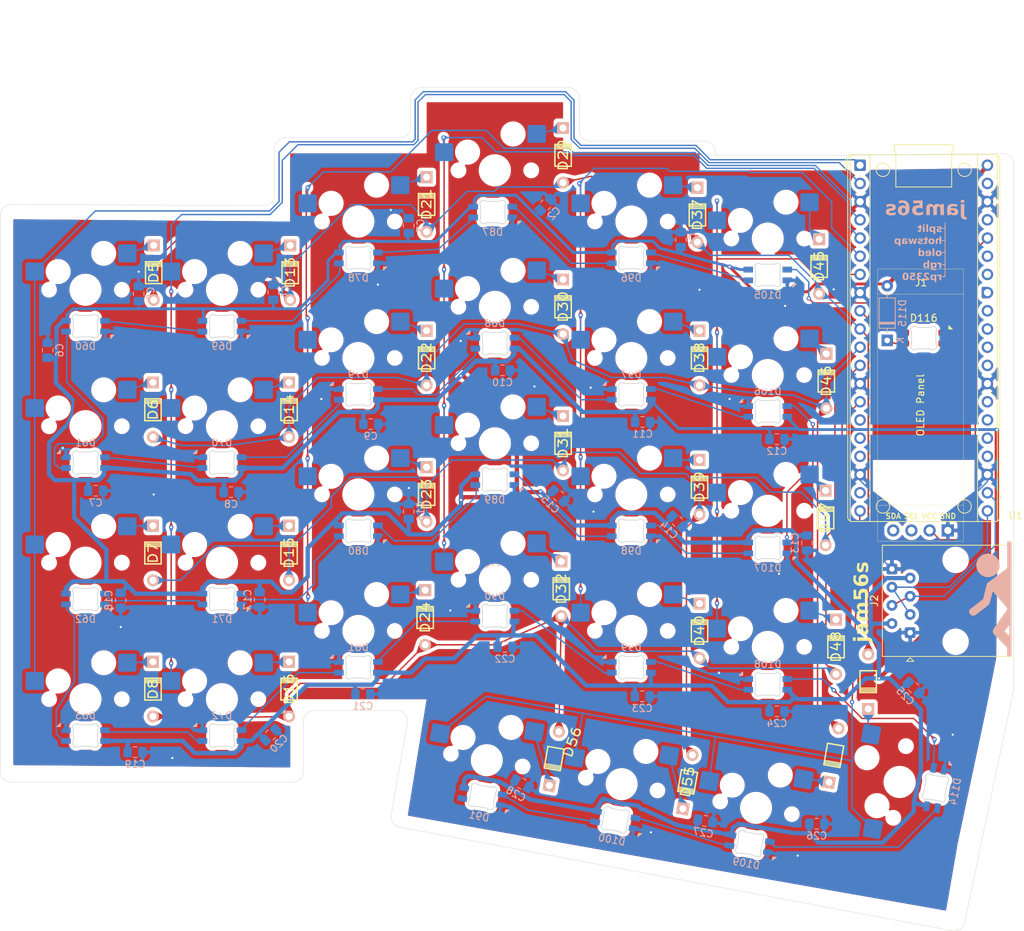
<source format=kicad_pcb>
(kicad_pcb (version 20241229) (generator "pcbnew") (generator_version "9.0")
  (layers (0 "F.Cu" signal) (2 "B.Cu" signal) (13 "F.Paste" user) (15 "B.Paste" user) (5 "F.SilkS" user "F.Silkscreen") (7 "B.SilkS" user "B.Silkscreen") (1 "F.Mask" user) (3 "B.Mask" user) (25 "Edge.Cuts" user))
  (net 0 "")
  (net 1 "Net-(D13-A)")
  (net 2 "Net-(D14-A)")
  (net 3 "Net-(D15-A)")
  (net 4 "Net-(D22-A)")
  (net 5 "Net-(D23-A)")
  (net 6 "Net-(D24-A)")
  (net 7 "MATRIX ROW 3")
  (net 8 "MATRIX ROW 2")
  (net 9 "MATRIX ROW 1")
  (net 10 "MATRIX ROW 0")
  (net 11 "GND")
  (net 12 "+5V")
  (net 13 "MATRIX COL 0")
  (net 14 "MATRIX COL 6")
  (net 15 "MATRIX COL 5")
  (net 16 "MATRIX COL 1")
  (net 17 "MATRIX COL 2")
  (net 18 "MATRIX COL 4")
  (net 19 "+3V3")
  (net 20 "MATRIX COL 3")
  (net 21 "Net-(D60-DOUT)")
  (net 22 "Net-(D61-DOUT)")
  (net 23 "Net-(D62-DOUT)")
  (net 24 "LED_DATA_L")
  (net 25 "Net-(D29-A)")
  (net 26 "Net-(D30-A)")
  (net 27 "Net-(D31-A)")
  (net 28 "Net-(D32-A)")
  (net 29 "Net-(D37-A)")
  (net 30 "Net-(D38-A)")
  (net 31 "Net-(D39-A)")
  (net 32 "Net-(D40-A)")
  (net 33 "Net-(D45-A)")
  (net 34 "Net-(D46-A)")
  (net 35 "Net-(D47-A)")
  (net 36 "Net-(D48-A)")
  (net 37 "Net-(D53-A)")
  (net 38 "Net-(D54-A)")
  (net 39 "Net-(D56-A)")
  (net 40 "Net-(D60-DIN)")
  (net 41 "Net-(D63-DOUT)")
  (net 42 "Net-(D62-DIN)")
  (net 43 "Net-(D69-DIN)")
  (net 44 "Net-(D71-DIN)")
  (net 45 "Net-(D70-DOUT)")
  (net 46 "Net-(D72-DOUT)")
  (net 47 "Net-(D78-DIN)")
  (net 48 "Net-(D80-DIN)")
  (net 49 "Net-(D79-DOUT)")
  (net 50 "Net-(D87-DIN)")
  (net 51 "Net-(D81-DOUT)")
  (net 52 "Net-(D89-DIN)")
  (net 53 "Net-(D88-DOUT)")
  (net 54 "Net-(D90-DOUT)")
  (net 55 "Net-(D105-DIN)")
  (net 56 "Net-(D108-DIN)")
  (net 57 "Net-(D109-DIN)")
  (net 58 "Net-(D100-DOUT)")
  (net 60 "Net-(D115-K)")
  (net 80 "Net-(D100-DIN)")
  (net 81 "Net-(D105-DOUT)")
  (net 82 "Net-(D107-DOUT)")
  (net 83 "Net-(D106-DIN)")
  (net 84 "Net-(D106-DOUT)")
  (net 85 "Net-(D108-DOUT)")
  (net 86 "Net-(D55-A)")
  (net 87 "Net-(D21-A)")
  (net 88 "Net-(D16-A)")
  (net 89 "Net-(D8-A)")
  (net 90 "Net-(D7-A)")
  (net 91 "Net-(D6-A)")
  (net 92 "Net-(D5-A)")
  (net 93 "LinkB_L")
  (net 94 "LinkA_L")
  (footprint "Keebio:Diode" (layer "F.Cu") (at -84.561599 121.3521 -100)
    (property "Reference" "D55")
    (property "Value" "D" (hide yes))
  )
  (footprint "Keebio:Diode" (layer "F.Cu") (at -120.999999 62.175 90)
    (property "Reference" "D22")
    (property "Value" "D" (hide yes))
  )
  (footprint "Keebio:Diode" (layer "F.Cu") (at -121 81.225001 90)
    (property "Reference" "D23")
    (property "Value" "D" (hide yes))
  )
  (footprint "Keebio:Diode" (layer "F.Cu") (at -140.2 69.4 90)
    (property "Reference" "D14")
    (property "Value" "D" (hide yes))
  )
  (footprint "Keebio:Diode" (layer "F.Cu") (at -159.2 89.400001 90)
    (property "Reference" "D7")
    (property "Value" "D" (hide yes))
  )
  (footprint "Keebio:Diode" (layer "F.Cu") (at -83.2 42.21 90)
    (property "Reference" "D37")
    (property "Value" "D" (hide yes))
  )
  (footprint "Keebio:Diode" (layer "F.Cu") (at -159.199999 108.400001 90)
    (property "Reference" "D8")
    (property "Value" "D" (hide yes))
  )
  (footprint "Keebio:Diode" (layer "F.Cu") (at -63.85 102.506301 90)
    (property "Reference" "D48")
    (property "Value" "D" (hide yes))
  )
  (footprint "Keebio:Diode" (layer "F.Cu") (at -82.9 62.175 90)
    (property "Reference" "D38")
    (property "Value" "D" (hide yes))
  )
  (footprint "Keebio:Diode" (layer "F.Cu") (at -159.2 69.4 90)
    (property "Reference" "D6")
    (property "Value" "D" (hide yes))
  )
  (footprint "Keebio:Diode" (layer "F.Cu") (at -101.949999 55.031201 90)
    (property "Reference" "D30")
    (property "Value" "D" (hide yes))
  )
  (footprint "Connector_RJ:RJ45_Amphenol_54602-x08_Horizontal" (layer "F.Cu") (at -53.499999 100.52 90)
    (property "Reference" "J2")
    (property "Value" "RJ45")
  )
  (footprint "Keebio:Diode" (layer "F.Cu") (at -140.2 89.400001 90)
    (property "Reference" "D15")
    (property "Value" "D" (hide yes))
  )
  (footprint "Keebio:Diode" (layer "F.Cu") (at -102.2 94.4 90)
    (property "Reference" "D32")
    (property "Value" "D" (hide yes))
  )
  (footprint "Keebio:Diode" (layer "F.Cu") (at -64.1616 117.6521 -100)
    (property "Reference" "D54" (hide yes))
    (property "Value" "D" (hide yes))
  )
  (footprint "Keebio:Diode" (layer "F.Cu") (at -101.95 33.8828 90)
    (property "Reference" "D29")
    (property "Value" "D" (hide yes))
  )
  (footprint "Keebio:Diode" (layer "F.Cu") (at -140.05 50.2687 90)
    (property "Reference" "D13")
    (property "Value" "D" (hide yes))
  )
  (footprint "Keebio:Diode" (layer "F.Cu") (at -159.099999 50.2687 90)
    (property "Reference" "D5")
    (property "Value" "D" (hide yes))
  )
  (footprint "Keebio:Diode" (layer "F.Cu") (at -65.199999 65.400001 90)
    (property "Reference" "D46")
    (property "Value" "D" (hide yes))
  )
  (footprint "Keebio:Diode" (layer "F.Cu") (at -121.199999 98.400001 90)
    (property "Reference" "D24")
    (property "Value" "D" (hide yes))
  )
  (footprint "Keebio:Diode" (layer "F.Cu") (at -65.3 84.500001 90)
    (property "Reference" "D47")
    (property "Value" "D" (hide yes))
  )
  (footprint "Keebio:Diode" (layer "F.Cu") (at -82.899999 100.275001 90)
    (property "Reference" "D40")
    (property "Value" "D" (hide yes))
  )
  (footprint "PCM_marbastlib-various:LED_6028R" (layer "F.Cu") (at -51.6 59.400001 180)
    (property "Reference" "D116")
    (property "Value" "SK6812MINI")
    (fp_line (start 1.699999 0.702841) (end 1.699999 -0.702843) (stroke (width 0.1)) (layer "Edge.Cuts"))
    (fp_line (start 0.794452 -1.5) (end -0.794453 -1.5) (stroke (width 0.1)) (layer "Edge.Cuts"))
    (fp_line (start -0.794452 1.499999) (end 0.794452 1.499999) (stroke (width 0.1)) (layer "Edge.Cuts"))
    (fp_line (start -1.699999 -0.702843) (end -1.699999 0.702841) (stroke (width 0.1)) (layer "Edge.Cuts"))
    (fp_arc (start 1.749484 0.91972) (mid 1.712509 0.814072) (end 1.699999 0.702842) (stroke (width 0.1)) (layer "Edge.Cuts"))
    (fp_arc (start 1.749484 0.91972) (mid 1.63807 1.504033) (end 1.046711 1.568296) (stroke (width 0.1)) (layer "Edge.Cuts"))
    (fp_arc (start 1.699999 -0.702843) (mid 1.712528 -0.814069) (end 1.749484 -0.919721) (stroke (width 0.1)) (layer "Edge.Cuts"))
    (fp_arc (start 1.046711 -1.5683) (mid 1.638072 -1.504036) (end 1.749484 -0.919721) (stroke (width 0.1)) (layer "Edge.Cuts"))
    (fp_arc (start 1.046711 -1.5683) (mid 0.925123 -1.517378) (end 0.794453 -1.500001) (stroke (width 0.1)) (layer "Edge.Cuts"))
    (fp_arc (start 0.794452 1.499999) (mid 0.925122 1.517376) (end 1.04671 1.568298) (stroke (width 0.1)) (layer "Edge.Cuts"))
    (fp_arc (start -0.794453 -1.5) (mid -0.925123 -1.517377) (end -1.046711 -1.568298) (stroke (width 0.1)) (layer "Edge.Cuts"))
    (fp_arc (start -1.046711 1.568298) (mid -0.925123 1.517376) (end -0.794452 1.499999) (stroke (width 0.1)) (layer "Edge.Cuts"))
    (fp_arc (start -1.046711 1.568298) (mid -1.638072 1.504034) (end -1.749484 0.919718) (stroke (width 0.1)) (layer "Edge.Cuts"))
    (fp_arc (start -1.699999 0.702841) (mid -1.712527 0.814067) (end -1.749484 0.91972) (stroke (width 0.1)) (layer "Edge.Cuts"))
    (fp_arc (start -1.749484 -0.919721) (mid -1.63807 -1.504034) (end -1.046711 -1.568298) (stroke (width 0.1)) (layer "Edge.Cuts"))
    (fp_arc (start -1.749484 -0.919721) (mid -1.712527 -0.814069) (end -1.699999 -0.702844) (stroke (width 0.1)) (layer "Edge.Cuts"))
  )
  (footprint "Module_RaspberryPi_Pico:RaspberryPi_Pico_Common_THT" (layer "F.Cu") (at -51.6 59.400001)
    (property "Reference" "U1")
    (property "Value" "Pico" (hide yes))
  )
  (footprint "Keebio:Diode" (layer "F.Cu") (at -140.2 108.400001 90)
    (property "Reference" "D16")
    (property "Value" "D" (hide yes))
  )
  (footprint "Keebio:Diode" (layer "F.Cu") (at -59.353553 107.353554 -90)
    (property "Reference" "D53" (hide yes))
    (property "Value" "D" (hide yes))
  )
  (footprint "Keebio:Diode" (layer "F.Cu") (at -82.9 80.210002 90)
    (property "Reference" "D39")
    (property "Value" "D" (hide yes))
  )
  (footprint "Keebio:Diode" (layer "F.Cu") (at -121 40.743701 90)
    (property "Reference" "D21")
    (property "Value" "D" (hide yes))
  )
  (footprint "Keebio:Diode" (layer "F.Cu") (at -103.199999 118.1 -100)
    (property "Reference" "D56")
    (property "Value" "D" (hide yes))
  )
  (footprint "Keebio:Diode" (layer "F.Cu") (at -66.2 49.400001 90)
    (property "Reference" "D45")
    (property "Value" "D" (hide yes))
  )
  (footprint "Library:SSD1306-0.91-OLED-4pin-128x32" (layer "F.Cu") (at -46.053553 49.753554 -90)
    (property "Reference" "J1")
    (property "Value" "OLED_128x32")
  )
  (footprint "Keebio:Diode" (layer "F.Cu") (at -101.949999 74.081201 90)
    (property "Reference" "D31")
    (property "Value" "D" (hide yes))
  )
  (footprint "Capacitor_SMD:C_0805_2012Metric_Pad1.18x1.45mm_HandSolder" (layer "B.Cu") (at -104.399999 40.8 45)
    (property "Reference" "C2")
    (property "Value" "C")
  )
  (footprint "Capacitor_SMD:C_0805_2012Metric_Pad1.18x1.45mm_HandSolder" (layer "B.Cu") (at -67.9 88 -90)
    (property "Reference" "C13")
    (property "Value" "C")
  )
  (footprint "MX_Hotswap:MX-Hotswap-1U" (layer "B.Cu") (at -149.574999 71.700001 180)
    (property "Reference" "S14")
    (property "Value" "SW_Push_45deg")
  )
  (footprint "Capacitor_SMD:C_0805_2012Metric_Pad1.18x1.45mm_HandSolder" (layer "B.Cu") (at -167.199999 80.700001)
    (property "Reference" "C7")
    (property "Value" "C")
  )
  (footprint "Capacitor_SMD:C_0805_2012Metric_Pad1.18x1.45mm_HandSolder" (layer "B.Cu") (at -102.566377 81.433624 -45)
    (property "Reference" "C15")
    (property "Value" "C")
  )
  (footprint "Capacitor_SMD:C_0805_2012Metric_Pad1.18x1.45mm_HandSolder" (layer "B.Cu") (at -66.5375 127.200001)
    (property "Reference" "C26")
    (property "Value" "C")
  )
  (footprint "PCM_marbastlib-various:LED_6028R" (layer "B.Cu") (at -168.625 95.830001 180)
    (property "Reference" "D62")
    (property "Value" "SK6812MINI")
    (fp_line (start 1.699999 0.702843) (end 1.699999 -0.702841) (stroke (width 0.1)) (layer "Edge.Cuts"))
    (fp_line (start 0.794452 -1.499999) (end -0.794452 -1.499999) (stroke (width 0.1)) (layer "Edge.Cuts"))
    (fp_line (start -0.794453 1.5) (end 0.794452 1.5) (stroke (width 0.1)) (layer "Edge.Cuts"))
    (fp_line (start -1.699999 -0.702841) (end -1.699999 0.702843) (stroke (width 0.1)) (layer "Edge.Cuts"))
    (fp_arc (start 1.749484 0.919721) (mid 1.712534 0.814067) (end 1.699999 0.702843) (stroke (width 0.1)) (layer "Edge.Cuts"))
    (fp_arc (start 1.749484 0.919721) (mid 1.638072 1.504036) (end 1.046711 1.5683) (stroke (width 0.1)) (layer "Edge.Cuts"))
    (fp_arc (start 1.699999 -0.702842) (mid 1.712536 -0.814066) (end 1.749484 -0.91972) (stroke (width 0.1)) (layer "Edge.Cuts"))
    (fp_arc (start 1.046711 -1.568296) (mid 1.638069 -1.504034) (end 1.749484 -0.91972) (stroke (width 0.1)) (layer "Edge.Cuts"))
    (fp_arc (start 1.04671 -1.568298) (mid 0.925122 -1.517376) (end 0.794452 -1.499999) (stroke (width 0.1)) (layer "Edge.Cuts"))
    (fp_arc (start 0.794453 1.500001) (mid 0.925123 1.517378) (end 1.046711 1.5683) (stroke (width 0.1)) (layer "Edge.Cuts"))
    (fp_arc (start -0.794452 -1.499999) (mid -0.925123 -1.517376) (end -1.046711 -1.568298) (stroke (width 0.1)) (layer "Edge.Cuts"))
    (fp_arc (start -1.046711 1.568298) (mid -0.925123 1.517376) (end -0.794453 1.5) (stroke (width 0.1)) (layer "Edge.Cuts"))
    (fp_arc (start -1.046711 1.568298) (mid -1.638071 1.504035) (end -1.749484 0.919721) (stroke (width 0.1)) (layer "Edge.Cuts"))
    (fp_arc (start -1.699999 0.702844) (mid -1.712527 0.814069) (end -1.749484 0.919721) (stroke (width 0.1)) (layer "Edge.Cuts"))
    (fp_arc (start -1.749484 -0.919718) (mid -1.638072 -1.504034) (end -1.046711 -1.568298) (stroke (width 0.1)) (layer "Edge.Cuts"))
    (fp_arc (start -1.749484 -0.91972) (mid -1.712527 -0.814067) (end -1.699999 -0.702841) (stroke (width 0.1)) (layer "Edge.Cuts"))
  )
  (footprint "PCM_marbastlib-various:LED_6028R" (layer "B.Cu") (at -92.425 67.255001)
    (property "Reference" "D97")
    (property "Value" "SK6812MINI")
    (fp_line (start -1.699999 -0.702841) (end -1.699999 0.702843) (stroke (width 0.1)) (layer "Edge.Cuts"))
    (fp_line (start -0.794453 1.5) (end 0.794452 1.5) (stroke (width 0.1)) (layer "Edge.Cuts"))
    (fp_line (start 0.794452 -1.499999) (end -0.794452 -1.499999) (stroke (width 0.1)) (layer "Edge.Cuts"))
    (fp_line (start 1.699999 0.702843) (end 1.699999 -0.702841) (stroke (width 0.1)) (layer "Edge.Cuts"))
    (fp_arc (start -1.749484 -0.91972) (mid -1.712527 -0.814067) (end -1.699999 -0.702841) (stroke (width 0.1)) (layer "Edge.Cuts"))
    (fp_arc (start -1.749484 -0.919718) (mid -1.638072 -1.504034) (end -1.046711 -1.568298) (stroke (width 0.1)) (layer "Edge.Cuts"))
    (fp_arc (start -1.699999 0.702844) (mid -1.712527 0.814069) (end -1.749484 0.919721) (stroke (width 0.1)) (layer "Edge.Cuts"))
    (fp_arc (start -1.046711 1.568298) (mid -1.638071 1.504035) (end -1.749484 0.919721) (stroke (width 0.1)) (layer "Edge.Cuts"))
    (fp_arc (start -1.046711 1.568298) (mid -0.925123 1.517376) (end -0.794453 1.5) (stroke (width 0.1)) (layer "Edge.Cuts"))
    (fp_arc (start -0.794452 -1.499999) (mid -0.925123 -1.517376) (end -1.046711 -1.568298) (stroke (width 0.1)) (layer "Edge.Cuts"))
    (fp_arc (start 0.794453 1.500001) (mid 0.925123 1.517378) (end 1.046711 1.5683) (stroke (width 0.1)) (layer "Edge.Cuts"))
    (fp_arc (start 1.04671 -1.568298) (mid 0.925122 -1.517376) (end 0.794452 -1.499999) (stroke (width 0.1)) (layer "Edge.Cuts"))
    (fp_arc (start 1.046711 -1.568296) (mid 1.638069 -1.504034) (end 1.749484 -0.91972) (stroke (width 0.1)) (layer "Edge.Cuts"))
    (fp_arc (start 1.699999 -0.702842) (mid 1.712536 -0.814066) (end 1.749484 -0.91972) (stroke (width 0.1)) (layer "Edge.Cuts"))
    (fp_arc (start 1.749484 0.919721) (mid 1.638072 1.504036) (end 1.046711 1.5683) (stroke (width 0.1)) (layer "Edge.Cuts"))
    (fp_arc (start 1.749484 0.919721) (mid 1.712534 0.814067) (end 1.699999 0.702843) (stroke (width 0.1)) (layer "Edge.Cuts"))
  )
  (footprint "MX_Hotswap:MX-Hotswap-1U" (layer "B.Cu") (at -130.525 62.175001 180)
    (property "Reference" "S22")
    (property "Value" "SW_Push_45deg")
  )
  (footprint "MX_Hotswap:MX-Hotswap-1U" (layer "B.Cu") (at -92.425 100.275001 180)
    (property "Reference" "S40")
    (property "Value" "SW_Push_45deg")
  )
  (footprint "Capacitor_SMD:C_0805_2012Metric_Pad1.18x1.45mm_HandSolder" (layer "B.Cu") (at -144.3 95.900001 -90)
    (property "Reference" "C17")
    (property "Value" "C")
  )
  (footprint "Capacitor_SMD:C_0805_2012Metric_Pad1.18x1.45mm_HandSolder" (layer "B.Cu") (at -52.999999 108.200001 -45)
    (property "Reference" "C25")
    (property "Value" "C")
  )
  (footprint "MX_Hotswap:MX-Hotswap-1U" (layer "B.Cu") (at -149.574999 90.750001 180)
    (property "Reference" "S15")
    (property "Value" "SW_Push_45deg")
  )
  (footprint "MX_Hotswap:MX-Hotswap-1U" (layer "B.Cu") (at -111.474999 93.131201 180)
    (property "Reference" "S32")
    (property "Value" "SW_Push_45deg")
  )
  (footprint "Capacitor_SMD:C_0805_2012Metric_Pad1.18x1.45mm_HandSolder" (layer "B.Cu") (at -123.5 43.700001 90)
    (property "Reference" "C3")
    (property "Value" "C")
  )
  (footprint "Capacitor_SMD:C_0805_2012Metric_Pad1.18x1.45mm_HandSolder" (layer "B.Cu") (at -163.7 96.000001 -90)
    (property "Reference" "C18")
    (property "Value" "C")
  )
  (footprint "Capacitor_SMD:C_0805_2012Metric_Pad1.18x1.45mm_HandSolder" (layer "B.Cu") (at -85.499999 45.662502 90)
    (property "Reference" "C1")
    (property "Value" "C")
  )
  (footprint "Capacitor_SMD:C_0805_2012Metric_Pad1.18x1.45mm_HandSolder" (layer "B.Cu") (at -128.799999 71.4)
    (property "Reference" "C9")
    (property "Value" "C")
  )
  (footprint "PCM_marbastlib-various:LED_6028R" (layer "B.Cu") (at -75.8967 129.975101 170)
    (property "Reference" "D109")
    (property "Value" "SK6812MINI")
    (fp_line (start 1.699999 0.702843) (end 1.699999 -0.702841) (stroke (width 0.1)) (layer "Edge.Cuts"))
    (fp_line (start 0.794452 -1.5) (end -0.794452 -1.499999) (stroke (width 0.1)) (layer "Edge.Cuts"))
    (fp_line (start -0.794454 1.5) (end 0.794453 1.5) (stroke (width 0.1)) (layer "Edge.Cuts"))
    (fp_line (start -1.7 -0.702841) (end -1.699999 0.702844) (stroke (width 0.1)) (layer "Edge.Cuts"))
    (fp_arc (start 1.699998 -0.702842) (mid 1.712532 -0.814067) (end 1.749484 -0.919719) (stroke (width 0.1)) (layer "Edge.Cuts"))
    (fp_arc (start 1.749484 0.919721) (mid 1.712517 0.814072) (end 1.699999 0.702843) (stroke (width 0.1)) (layer "Edge.Cuts"))
    (fp_arc (start 1.749484 0.919721) (mid 1.638071 1.504037) (end 1.046711 1.568299) (stroke (width 0.1)) (layer "Edge.Cuts"))
    (fp_arc (start 1.046711 -1.568296) (mid 1.638069 -1.504034) (end 1.749484 -0.919719) (stroke (width 0.1)) (layer "Edge.Cuts"))
    (fp_arc (start 1.046711 -1.568298) (mid 0.925123 -1.517378) (end 0.794452 -1.5) (stroke (width 0.1)) (layer "Edge.Cuts"))
    (fp_arc (start 0.794453 1.500001) (mid 0.925122 1.517381) (end 1.046711 1.568299) (stroke (width 0.1)) (layer "Edge.Cuts"))
    (fp_arc (start -0.794452 -1.499999) (mid -0.925122 -1.517379) (end -1.046711 -1.568298) (stroke (width 0.1)) (layer "Edge.Cuts"))
    (fp_arc (start -1.046711 1.568299) (mid -0.925124 1.517377) (end -0.794454 1.5) (stroke (width 0.1)) (layer "Edge.Cuts"))
    (fp_arc (start -1.046711 1.568299) (mid -1.638072 1.504037) (end -1.749484 0.919721) (stroke (width 0.1)) (layer "Edge.Cuts"))
    (fp_arc (start -1.749484 -0.919718) (mid -1.638071 -1.504033) (end -1.046711 -1.568298) (stroke (width 0.1)) (layer "Edge.Cuts"))
    (fp_arc (start -1.749484 -0.91972) (mid -1.712526 -0.814067) (end -1.7 -0.702841) (stroke (width 0.1)) (layer "Edge.Cuts"))
    (fp_arc (start -1.699999 0.702844) (mid -1.712532 0.814069) (end -1.749484 0.919721) (stroke (width 0.1)) (layer "Edge.Cuts"))
  )
  (footprint "MX_Hotswap:MX-Hotswap-1U" (layer "B.Cu") (at -168.624999 109.800001 180)
    (property "Reference" "S8")
    (property "Value" "SW_Push_45deg")
  )
  (footprint "PCM_marbastlib-various:LED_6028R" (layer "B.Cu") (at -111.768799 41.811201 180)
    (property "Reference" "D87")
    (property "Value" "SK6812MINI")
    (fp_line (start 1.699999 0.702843) (end 1.699999 -0.702841) (stroke (width 0.1)) (layer "Edge.Cuts"))
    (fp_line (start 0.794452 -1.499999) (end -0.794452 -1.499999) (stroke (width 0.1)) (layer "Edge.Cuts"))
    (fp_line (start -0.794453 1.5) (end 0.794452 1.5) (stroke (width 0.1)) (layer "Edge.Cuts"))
    (fp_line (start -1.699999 -0.702841) (end -1.699999 0.702843) (stroke (width 0.1)) (layer "Edge.Cuts"))
    (fp_arc (start 1.749484 0.919721) (mid 1.712534 0.814067) (end 1.699999 0.702843) (stroke (width 0.1)) (layer "Edge.Cuts"))
    (fp_arc (start 1.749484 0.919721) (mid 1.638072 1.504036) (end 1.046711 1.5683) (stroke (width 0.1)) (layer "Edge.Cuts"))
    (fp_arc (start 1.699999 -0.702842) (mid 1.712536 -0.814066) (end 1.749484 -0.91972) (stroke (width 0.1)) (layer "Edge.Cuts"))
    (fp_arc (start 1.046711 -1.568296) (mid 1.638069 -1.504034) (end 1.749484 -0.91972) (stroke (width 0.1)) (layer "Edge.Cuts"))
    (fp_arc (start 1.04671 -1.568298) (mid 0.925122 -1.517376) (end 0.794452 -1.499999) (stroke (width 0.1)) (layer "Edge.Cuts"))
    (fp_arc (start 0.794453 1.500001) (mid 0.925123 1.517378) (end 1.046711 1.5683) (stroke (width 0.1)) (layer "Edge.Cuts"))
    (fp_arc (start -0.794452 -1.499999) (mid -0.925123 -1.517376) (end -1.046711 -1.568298) (stroke (width 0.1)) (layer "Edge.Cuts"))
    (fp_arc (start -1.046711 1.568298) (mid -0.925123 1.517376) (end -0.794453 1.5) (stroke (width 0.1)) (layer "Edge.Cuts"))
    (fp_arc (start -1.046711 1.568298) (mid -1.638071 1.504035) (end -1.749484 0.919721) (stroke (width 0.1)) (layer "Edge.Cuts"))
    (fp_arc (start -1.699999 0.702844) (mid -1.712527 0.814069) (end -1.749484 0.919721) (stroke (width 0.1)) (layer "Edge.Cuts"))
    (fp_arc (start -1.749484 -0.919718) (mid -1.638072 -1.504034) (end -1.046711 -1.568298) (stroke (width 0.1)) (layer "Edge.Cuts"))
    (fp_arc (start -1.749484 -0.91972) (mid -1.712527 -0.814067) (end -1.699999 -0.702841) (stroke (width 0.1)) (layer "Edge.Cuts"))
  )
  (footprint "Capacitor_SMD:C_0805_2012Metric_Pad1.18x1.45mm_HandSolder" (layer "B.Cu") (at -173.9 61.1 90)
    (property "Reference" "C6")
    (property "Value" "C")
  )
  (footprint "PCM_marbastlib-various:LED_6028R" (layer "B.Cu") (at -113.2 123.4 170)
    (property "Reference" "D91")
    (property "Value" "SK6812MINI")
    (fp_line (start 1.699999 0.702843) (end 1.699999 -0.702841) (stroke (width 0.1)) (layer "Edge.Cuts"))
    (fp_line (start 0.794452 -1.5) (end -0.794452 -1.499999) (stroke (width 0.1)) (layer "Edge.Cuts"))
    (fp_line (start -0.794454 1.5) (end 0.794453 1.5) (stroke (width 0.1)) (layer "Edge.Cuts"))
    (fp_line (start -1.7 -0.702841) (end -1.699999 0.702844) (stroke (width 0.1)) (layer "Edge.Cuts"))
    (fp_arc (start 1.699998 -0.702842) (mid 1.712532 -0.814067) (end 1.749484 -0.919719) (stroke (width 0.1)) (layer "Edge.Cuts"))
    (fp_arc (start 1.749484 0.919721) (mid 1.712517 0.814072) (end 1.699999 0.702843) (stroke (width 0.1)) (layer "Edge.Cuts"))
    (fp_arc (start 1.749484 0.919721) (mid 1.638071 1.504037) (end 1.046711 1.568299) (stroke (width 0.1)) (layer "Edge.Cuts"))
    (fp_arc (start 1.046711 -1.568296) (mid 1.638069 -1.504034) (end 1.749484 -0.919719) (stroke (width 0.1)) (layer "Edge.Cuts"))
    (fp_arc (start 1.046711 -1.568298) (mid 0.925123 -1.517378) (end 0.794452 -1.5) (stroke (width 0.1)) (layer "Edge.Cuts"))
    (fp_arc (start 0.794453 1.500001) (mid 0.925122 1.517381) (end 1.046711 1.568299) (stroke (width 0.1)) (layer "Edge.Cuts"))
    (fp_arc (start -0.794452 -1.499999) (mid -0.925122 -1.517379) (end -1.046711 -1.568298) (stroke (width 0.1)) (layer "Edge.Cuts"))
    (fp_arc (start -1.046711 1.568299) (mid -0.925124 1.517377) (end -0.794454 1.5) (stroke (width 0.1)) (layer "Edge.Cuts"))
    (fp_arc (start -1.046711 1.568299) (mid -1.638072 1.504037) (end -1.749484 0.919721) (stroke (width 0.1)) (layer "Edge.Cuts"))
    (fp_arc (start -1.749484 -0.919718) (mid -1.638071 -1.504033) (end -1.046711 -1.568298) (stroke (width 0.1)) (layer "Edge.Cuts"))
    (fp_arc (start -1.749484 -0.91972) (mid -1.712526 -0.814067) (end -1.7 -0.702841) (stroke (width 0.1)) (layer "Edge.Cuts"))
    (fp_arc (start -1.699999 0.702844) (mid -1.712532 0.814069) (end -1.749484 0.919721) (stroke (width 0.1)) (layer "Edge.Cuts"))
  )
  (footprint "PCM_marbastlib-various:LED_6028R" (layer "B.Cu") (at -130.525 67.255001)
    (property "Reference" "D79")
    (property "Value" "SK6812MINI")
    (fp_line (start -1.699999 -0.702841) (end -1.699999 0.702843) (stroke (width 0.1)) (layer "Edge.Cuts"))
    (fp_line (start -0.794453 1.5) (end 0.794452 1.5) (stroke (width 0.1)) (layer "Edge.Cuts"))
    (fp_line (start 0.794452 -1.499999) (end -0.794452 -1.499999) (stroke (width 0.1)) (layer "Edge.Cuts"))
    (fp_line (start 1.699999 0.702843) (end 1.699999 -0.702841) (stroke (width 0.1)) (layer "Edge.Cuts"))
    (fp_arc (start -1.749484 -0.91972) (mid -1.712527 -0.814067) (end -1.699999 -0.702841) (stroke (width 0.1)) (layer "Edge.Cuts"))
    (fp_arc (start -1.749484 -0.919718) (mid -1.638072 -1.504034) (end -1.046711 -1.568298) (stroke (width 0.1)) (layer "Edge.Cuts"))
    (fp_arc (start -1.699999 0.702844) (mid -1.712527 0.814069) (end -1.749484 0.919721) (stroke (width 0.1)) (layer "Edge.Cuts"))
    (fp_arc (start -1.046711 1.568298) (mid -1.638071 1.504035) (end -1.749484 0.919721) (stroke (width 0.1)) (layer "Edge.Cuts"))
    (fp_arc (start -1.046711 1.568298) (mid -0.925123 1.517376) (end -0.794453 1.5) (stroke (width 0.1)) (layer "Edge.Cuts"))
    (fp_arc (start -0.794452 -1.499999) (mid -0.925123 -1.517376) (end -1.046711 -1.568298) (stroke (width 0.1)) (layer "Edge.Cuts"))
    (fp_arc (start 0.794453 1.500001) (mid 0.925123 1.517378) (end 1.046711 1.5683) (stroke (width 0.1)) (layer "Edge.Cuts"))
    (fp_arc (start 1.04671 -1.568298) (mid 0.925122 -1.517376) (end 0.794452 -1.499999) (stroke (width 0.1)) (layer "Edge.Cuts"))
    (fp_arc (start 1.046711 -1.568296) (mid 1.638069 -1.504034) (end 1.749484 -0.91972) (stroke (width 0.1)) (layer "Edge.Cuts"))
    (fp_arc (start 1.699999 -0.702842) (mid 1.712536 -0.814066) (end 1.749484 -0.91972) (stroke (width 0.1)) (layer "Edge.Cuts"))
    (fp_arc (start 1.749484 0.919721) (mid 1.638072 1.504036) (end 1.046711 1.5683) (stroke (width 0.1)) (layer "Edge.Cuts"))
    (fp_arc (start 1.749484 0.919721) (mid 1.712534 0.814067) (end 1.699999 0.702843) (stroke (width 0.1)) (layer "Edge.Cuts"))
  )
  (footprint "Capacitor_SMD:C_0805_2012Metric_Pad1.18x1.45mm_HandSolder" (layer "B.Cu") (at -148.3 80.9)
    (property "Reference" "C8")
    (property "Value" "C")
  )
  (footprint "Capacitor_SMD:C_0805_2012Metric_Pad1.18x1.45mm_HandSolder" (layer "B.Cu") (at -90.8625 71.1)
    (property "Reference" "C11")
    (property "Value" "C")
  )
  (footprint "MX_Hotswap:MX-Hotswap-1U" (layer "B.Cu") (at -111.475 55.0312 180)
    (property "Reference" "S30")
    (property "Value" "SW_Push_45deg")
  )
  (footprint "PCM_marbastlib-various:LED_6028R" (layer "B.Cu") (at -149.574999 95.83 180)
    (property "Reference" "D71")
    (property "Value" "SK6812MINI")
    (fp_line (start 1.699999 0.702843) (end 1.699999 -0.702841) (stroke (width 0.1)) (layer "Edge.Cuts"))
    (fp_line (start 0.794452 -1.499999) (end -0.794452 -1.499999) (stroke (width 0.1)) (layer "Edge.Cuts"))
    (fp_line (start -0.794453 1.5) (end 0.794452 1.5) (stroke (width 0.1)) (layer "Edge.Cuts"))
    (fp_line (start -1.699999 -0.702841) (end -1.699999 0.702843) (stroke (width 0.1)) (layer "Edge.Cuts"))
    (fp_arc (start 1.749484 0.919721) (mid 1.712534 0.814067) (end 1.699999 0.702843) (stroke (width 0.1)) (layer "Edge.Cuts"))
    (fp_arc (start 1.749484 0.919721) (mid 1.638072 1.504036) (end 1.046711 1.5683) (stroke (width 0.1)) (layer "Edge.Cuts"))
    (fp_arc (start 1.699999 -0.702842) (mid 1.712536 -0.814066) (end 1.749484 -0.91972) (stroke (width 0.1)) (layer "Edge.Cuts"))
    (fp_arc (start 1.046711 -1.568296) (mid 1.638069 -1.504034) (end 1.749484 -0.91972) (stroke (width 0.1)) (layer "Edge.Cuts"))
    (fp_arc (start 1.04671 -1.568298) (mid 0.925122 -1.517376) (end 0.794452 -1.499999) (stroke (width 0.1)) (layer "Edge.Cuts"))
    (fp_arc (start 0.794453 1.500001) (mid 0.925123 1.517378) (end 1.046711 1.5683) (stroke (width 0.1)) (layer "Edge.Cuts"))
    (fp_arc (start -0.794452 -1.499999) (mid -0.925123 -1.517376) (end -1.046711 -1.568298) (stroke (width 0.1)) (layer "Edge.Cuts"))
    (fp_arc (start -1.046711 1.568298) (mid -0.925123 1.517376) (end -0.794453 1.5) (stroke (width 0.1)) (layer "Edge.Cuts"))
    (fp_arc (start -1.046711 1.568298) (mid -1.638071 1.504035) (end -1.749484 0.919721) (stroke (width 0.1)) (layer "Edge.Cuts"))
    (fp_arc (start -1.699999 0.702844) (mid -1.712527 0.814069) (end -1.749484 0.919721) (stroke (width 0.1)) (layer "Edge.Cuts"))
    (fp_arc (start -1.749484 -0.919718) (mid -1.638072 -1.504034) (end -1.046711 -1.568298) (stroke (width 0.1)) (layer "Edge.Cuts"))
    (fp_arc (start -1.749484 -0.91972) (mid -1.712527 -0.814067) (end -1.699999 -0.702841) (stroke (width 0.1)) (layer "Edge.Cuts"))
  )
  (footprint "PCM_marbastlib-various:LED_6028R" (layer "B.Cu") (at -130.525 86.305 180)
    (property "Reference" "D80")
    (property "Value" "SK6812MINI")
    (fp_line (start 1.699999 0.702843) (end 1.699999 -0.702841) (stroke (width 0.1)) (layer "Edge.Cuts"))
    (fp_line (start 0.794452 -1.499999) (end -0.794452 -1.499999) (stroke (width 0.1)) (layer "Edge.Cuts"))
    (fp_line (start -0.794453 1.5) (end 0.794452 1.5) (stroke (width 0.1)) (layer "Edge.Cuts"))
    (fp_line (start -1.699999 -0.702841) (end -1.699999 0.702843) (stroke (width 0.1)) (layer "Edge.Cuts"))
    (fp_arc (start 1.749484 0.919721) (mid 1.712534 0.814067) (end 1.699999 0.702843) (stroke (width 0.1)) (layer "Edge.Cuts"))
    (fp_arc (start 1.749484 0.919721) (mid 1.638072 1.504036) (end 1.046711 1.5683) (stroke (width 0.1)) (layer "Edge.Cuts"))
    (fp_arc (start 1.699999 -0.702842) (mid 1.712536 -0.814066) (end 1.749484 -0.91972) (stroke (width 0.1)) (layer "Edge.Cuts"))
    (fp_arc (start 1.046711 -1.568296) (mid 1.638069 -1.504034) (end 1.749484 -0.91972) (stroke (width 0.1)) (layer "Edge.Cuts"))
    (fp_arc (start 1.04671 -1.568298) (mid 0.925122 -1.517376) (end 0.794452 -1.499999) (stroke (width 0.1)) (layer "Edge.Cuts"))
    (fp_arc (start 0.794453 1.500001) (mid 0.925123 1.517378) (end 1.046711 1.5683) (stroke (width 0.1)) (layer "Edge.Cuts"))
    (fp_arc (start -0.794452 -1.499999) (mid -0.925123 -1.517376) (end -1.046711 -1.568298) (stroke (width 0.1)) (layer "Edge.Cuts"))
    (fp_arc (start -1.046711 1.568298) (mid -0.925123 1.517376) (end -0.794453 1.5) (stroke (width 0.1)) (layer "Edge.Cuts"))
    (fp_arc (start -1.046711 1.568298) (mid -1.638071 1.504035) (end -1.749484 0.919721) (stroke (width 0.1)) (layer "Edge.Cuts"))
    (fp_arc (start -1.699999 0.702844) (mid -1.712527 0.814069) (end -1.749484 0.919721) (stroke (width 0.1)) (layer "Edge.Cuts"))
    (fp_arc (start -1.749484 -0.919718) (mid -1.638072 -1.504034) (end -1.046711 -1.568298) (stroke (width 0.1)) (layer "Edge.Cuts"))
    (fp_arc (start -1.749484 -0.91972) (mid -1.712527 -0.814067) (end -1.699999 -0.702841) (stroke (width 0.1)) (layer "Edge.Cuts"))
  )
  (footprint "MX_Hotswap:MX-Hotswap-1U" (layer "B.Cu") (at -73.375 102.506301 180)
    (property "Reference" "S48")
    (property "Value" "SW_Push_45deg")
  )
  (footprint "PCM_marbastlib-various:LED_6028R" (layer "B.Cu") (at -94.6573 126.667101 170)
    (property "Reference" "D100")
    (property "Value" "SK6812MINI")
    (fp_line (start 1.699999 0.702843) (end 1.699999 -0.702841) (stroke (width 0.1)) (layer "Edge.Cuts"))
    (fp_line (start 0.794452 -1.5) (end -0.794452 -1.499999) (stroke (width 0.1)) (layer "Edge.Cuts"))
    (fp_line (start -0.794454 1.5) (end 0.794453 1.5) (stroke (width 0.1)) (layer "Edge.Cuts"))
    (fp_line (start -1.7 -0.702841) (end -1.699999 0.702844) (stroke (width 0.1)) (layer "Edge.Cuts"))
    (fp_arc (start 1.699998 -0.702842) (mid 1.712532 -0.814067) (end 1.749484 -0.919719) (stroke (width 0.1)) (layer "Edge.Cuts"))
    (fp_arc (start 1.749484 0.919721) (mid 1.712517 0.814072) (end 1.699999 0.702843) (stroke (width 0.1)) (layer "Edge.Cuts"))
    (fp_arc (start 1.749484 0.919721) (mid 1.638071 1.504037) (end 1.046711 1.568299) (stroke (width 0.1)) (layer "Edge.Cuts"))
    (fp_arc (start 1.046711 -1.568296) (mid 1.638069 -1.504034) (end 1.749484 -0.919719) (stroke (width 0.1)) (layer "Edge.Cuts"))
    (fp_arc (start 1.046711 -1.568298) (mid 0.925123 -1.517378) (end 0.794452 -1.5) (stroke (width 0.1)) (layer "Edge.Cuts"))
    (fp_arc (start 0.794453 1.500001) (mid 0.925122 1.517381) (end 1.046711 1.568299) (stroke (width 0.1)) (layer "Edge.Cuts"))
    (fp_arc (start -0.794452 -1.499999) (mid -0.925122 -1.517379) (end -1.046711 -1.568298) (stroke (width 0.1)) (layer "Edge.Cuts"))
    (fp_arc (start -1.046711 1.568299) (mid -0.925124 1.517377) (end -0.794454 1.5) (stroke (width 0.1)) (layer "Edge.Cuts"))
    (fp_arc (start -1.046711 1.568299) (mid -1.638072 1.504037) (end -1.749484 0.919721) (stroke (width 0.1)) (layer "Edge.Cuts"))
    (fp_arc (start -1.749484 -0.919718) (mid -1.638071 -1.504033) (end -1.046711 -1.568298) (stroke (width 0.1)) (layer "Edge.Cuts"))
    (fp_arc (start -1.749484 -0.91972) (mid -1.712526 -0.814067) (end -1.7 -0.702841) (stroke (width 0.1)) (layer "Edge.Cuts"))
    (fp_arc (start -1.699999 0.702844) (mid -1.712532 0.814069) (end -1.749484 0.919721) (stroke (width 0.1)) (layer "Edge.Cuts"))
  )
  (footprint "PCM_marbastlib-various:LED_6028R" (layer "B.Cu") (at -149.575 114.880001)
    (property "Reference" "D72")
    (property "Value" "SK6812MINI")
    (fp_line (start -1.699999 -0.702841) (end -1.699999 0.702843) (stroke (width 0.1)) (layer "Edge.Cuts"))
    (fp_line (start -0.794453 1.5) (end 0.794452 1.5) (stroke (width 0.1)) (layer "Edge.Cuts"))
    (fp_line (start 0.794452 -1.499999) (end -0.794452 -1.499999) (stroke (width 0.1)) (layer "Edge.Cuts"))
    (fp_line (start 1.699999 0.702843) (end 1.699999 -0.702841) (stroke (width 0.1)) (layer "Edge.Cuts"))
    (fp_arc (start -1.749484 -0.91972) (mid -1.712527 -0.814067) (end -1.699999 -0.702841) (stroke (width 0.1)) (layer "Edge.Cuts"))
    (fp_arc (start -1.749484 -0.919718) (mid -1.638072 -1.504034) (end -1.046711 -1.568298) (stroke (width 0.1)) (layer "Edge.Cuts"))
    (fp_arc (start -1.699999 0.702844) (mid -1.712527 0.814069) (end -1.749484 0.919721) (stroke (width 0.1)) (layer "Edge.Cuts"))
    (fp_arc (start -1.046711 1.568298) (mid -1.638071 1.504035) (end -1.749484 0.919721) (stroke (width 0.1)) (layer "Edge.Cuts"))
    (fp_arc (start -1.046711 1.568298) (mid -0.925123 1.517376) (end -0.794453 1.5) (stroke (width 0.1)) (layer "Edge.Cuts"))
    (fp_arc (start -0.794452 -1.499999) (mid -0.925123 -1.517376) (end -1.046711 -1.568298) (stroke (width 0.1)) (layer "Edge.Cuts"))
    (fp_arc (start 0.794453 1.500001) (mid 0.925123 1.517378) (end 1.046711 1.5683) (stroke (width 0.1)) (layer "Edge.Cuts"))
    (fp_arc (start 1.04671 -1.568298) (mid 0.925122 -1.517376) (end 0.794452 -1.499999) (stroke (width 0.1)) (layer "Edge.Cuts"))
    (fp_arc (start 1.046711 -1.568296) (mid 1.638069 -1.504034) (end 1.749484 -0.91972) (stroke (width 0.1)) (layer "Edge.Cuts"))
    (fp_arc (start 1.699999 -0.702842) (mid 1.712536 -0.814066) (end 1.749484 -0.91972) (stroke (width 0.1)) (layer "Edge.Cuts"))
    (fp_arc (start 1.749484 0.919721) (mid 1.638072 1.504036) (end 1.046711 1.5683) (stroke (width 0.1)) (layer "Edge.Cuts"))
    (fp_arc (start 1.749484 0.919721) (mid 1.712534 0.814067) (end 1.699999 0.702843) (stroke (width 0.1)) (layer "Edge.Cuts"))
  )
  (footprint "Capacitor_SMD:C_0805_2012Metric_Pad1.18x1.45mm_HandSolder" (layer "B.Cu") (at -161.2 53.200001 90)
    (property "Reference" "C5")
    (property "Value" "C")
  )
  (footprint "PCM_marbastlib-various:LED_6028R" (layer "B.Cu") (at -168.624999 76.78)
    (property "Reference" "D61")
    (property "Value" "SK6812MINI")
    (fp_line (start -1.699999 -0.702841) (end -1.699999 0.702843) (stroke (width 0.1)) (layer "Edge.Cuts"))
    (fp_line (start -0.794453 1.5) (end 0.794452 1.5) (stroke (width 0.1)) (layer "Edge.Cuts"))
    (fp_line (start 0.794452 -1.499999) (end -0.794452 -1.499999) (stroke (width 0.1)) (layer "Edge.Cuts"))
    (fp_line (start 1.699999 0.702843) (end 1.699999 -0.702841) (stroke (width 0.1)) (layer "Edge.Cuts"))
    (fp_arc (start -1.749484 -0.91972) (mid -1.712527 -0.814067) (end -1.699999 -0.702841) (stroke (width 0.1)) (layer "Edge.Cuts"))
    (fp_arc (start -1.749484 -0.919718) (mid -1.638072 -1.504034) (end -1.046711 -1.568298) (stroke (width 0.1)) (layer "Edge.Cuts"))
    (fp_arc (start -1.699999 0.702844) (mid -1.712527 0.814069) (end -1.749484 0.919721) (stroke (width 0.1)) (layer "Edge.Cuts"))
    (fp_arc (start -1.046711 1.568298) (mid -1.638071 1.504035) (end -1.749484 0.919721) (stroke (width 0.1)) (layer "Edge.Cuts"))
    (fp_arc (start -1.046711 1.568298) (mid -0.925123 1.517376) (end -0.794453 1.5) (stroke (width 0.1)) (layer "Edge.Cuts"))
    (fp_arc (start -0.794452 -1.499999) (mid -0.925123 -1.517376) (end -1.046711 -1.568298) (stroke (width 0.1)) (layer "Edge.Cuts"))
    (fp_arc (start 0.794453 1.500001) (mid 0.925123 1.517378) (end 1.046711 1.5683) (stroke (width 0.1)) (layer "Edge.Cuts"))
    (fp_arc (start 1.04671 -1.568298) (mid 0.925122 -1.517376) (end 0.794452 -1.499999) (stroke (width 0.1)) (layer "Edge.Cuts"))
    (fp_arc (start 1.046711 -1.568296) (mid 1.638069 -1.504034) (end 1.749484 -0.91972) (stroke (width 0.1)) (layer "Edge.Cuts"))
    (fp_arc (start 1.699999 -0.702842) (mid 1.712536 -0.814066) (end 1.749484 -0.91972) (stroke (width 0.1)) (layer "Edge.Cuts"))
    (fp_arc (start 1.749484 0.919721) (mid 1.638072 1.504036) (end 1.046711 1.5683) (stroke (width 0.1)) (layer "Edge.Cuts"))
    (fp_arc (start 1.749484 0.919721) (mid 1.712534 0.814067) (end 1.699999 0.702843) (stroke (width 0.1)) (layer "Edge.Cuts"))
  )
  (footprint "MX_Hotswap:MX-Hotswap-1U" (layer "B.Cu") (at -130.525 100.275001 180)
    (property "Reference" "S24")
    (property "Value" "SW_Push_45deg")
  )
  (footprint "MX_Hotswap:MX-Hotswap-1U" (layer "B.Cu") (at -111.475 35.981201 180)
    (property "Reference" "S29")
    (property "Value" "SW_Push_45deg")
  )
  (footprint "PCM_marbastlib-various:LED_6028R" (layer "B.Cu") (at -130.524999 105.355001)
    (property "Reference" "D81")
    (property "Value" "SK6812MINI")
    (fp_line (start -1.699999 -0.702841) (end -1.699999 0.702843) (stroke (width 0.1)) (layer "Edge.Cuts"))
    (fp_line (start -0.794453 1.5) (end 0.794452 1.5) (stroke (width 0.1)) (layer "Edge.Cuts"))
    (fp_line (start 0.794452 -1.499999) (end -0.794452 -1.499999) (stroke (width 0.1)) (layer "Edge.Cuts"))
    (fp_line (start 1.699999 0.702843) (end 1.699999 -0.702841) (stroke (width 0.1)) (layer "Edge.Cuts"))
    (fp_arc (start -1.749484 -0.91972) (mid -1.712527 -0.814067) (end -1.699999 -0.702841) (stroke (width 0.1)) (layer "Edge.Cuts"))
    (fp_arc (start -1.749484 -0.919718) (mid -1.638072 -1.504034) (end -1.046711 -1.568298) (stroke (width 0.1)) (layer "Edge.Cuts"))
    (fp_arc (start -1.699999 0.702844) (mid -1.712527 0.814069) (end -1.749484 0.919721) (stroke (width 0.1)) (layer "Edge.Cuts"))
    (fp_arc (start -1.046711 1.568298) (mid -1.638071 1.504035) (end -1.749484 0.919721) (stroke (width 0.1)) (layer "Edge.Cuts"))
    (fp_arc (start -1.046711 1.568298) (mid -0.925123 1.517376) (end -0.794453 1.5) (stroke (width 0.1)) (layer "Edge.Cuts"))
    (fp_arc (start -0.794452 -1.499999) (mid -0.925123 -1.517376) (end -1.046711 -1.568298) (stroke (width 0.1)) (layer "Edge.Cuts"))
    (fp_arc (start 0.794453 1.500001) (mid 0.925123 1.517378) (end 1.046711 1.5683) (stroke (width 0.1)) (layer "Edge.Cuts"))
    (fp_arc (start 1.04671 -1.568298) (mid 0.925122 -1.517376) (end 0.794452 -1.499999) (stroke (width 0.1)) (layer "Edge.Cuts"))
    (fp_arc (start 1.046711 -1.568296) (mid 1.638069 -1.504034) (end 1.749484 -0.91972) (stroke (width 0.1)) (layer "Edge.Cuts"))
    (fp_arc (start 1.699999 -0.702842) (mid 1.712536 -0.814066) (end 1.749484 -0.91972) (stroke (width 0.1)) (layer "Edge.Cuts"))
    (fp_arc (start 1.749484 0.919721) (mid 1.638072 1.504036) (end 1.046711 1.5683) (stroke (width 0.1)) (layer "Edge.Cuts"))
    (fp_arc (start 1.749484 0.919721) (mid 1.712534 0.814067) (end 1.699999 0.702843) (stroke (width 0.1)) (layer "Edge.Cuts"))
  )
  (footprint "MX_Hotswap:MX-Hotswap-1U" (layer "B.Cu") (at -168.624999 90.750001 180)
    (property "Reference" "S7")
    (property "Value" "SW_Push_45deg")
  )
  (footprint "MX_Hotswap:MX-Hotswap-1U" (layer "B.Cu") (at -73.375 83.506301 180)
    (property "Reference" "S47")
    (property "Value" "SW_Push_45deg")
  )
  (footprint "PCM_marbastlib-various:LED_6028R" (layer "B.Cu") (at -168.625 114.880001)
    (property "Reference" "D63")
    (property "Value" "SK6812MINI")
    (fp_line (start -1.699999 -0.702841) (end -1.699999 0.702843) (stroke (width 0.1)) (layer "Edge.Cuts"))
    (fp_line (start -0.794453 1.5) (end 0.794452 1.5) (stroke (width 0.1)) (layer "Edge.Cuts"))
    (fp_line (start 0.794452 -1.499999) (end -0.794452 -1.499999) (stroke (width 0.1)) (layer "Edge.Cuts"))
    (fp_line (start 1.699999 0.702843) (end 1.699999 -0.702841) (stroke (width 0.1)) (layer "Edge.Cuts"))
    (fp_arc (start -1.749484 -0.91972) (mid -1.712527 -0.814067) (end -1.699999 -0.702841) (stroke (width 0.1)) (layer "Edge.Cuts"))
    (fp_arc (start -1.749484 -0.919718) (mid -1.638072 -1.504034) (end -1.046711 -1.568298) (stroke (width 0.1)) (layer "Edge.Cuts"))
    (fp_arc (start -1.699999 0.702844) (mid -1.712527 0.814069) (end -1.749484 0.919721) (stroke (width 0.1)) (layer "Edge.Cuts"))
    (fp_arc (start -1.046711 1.568298) (mid -1.638071 1.504035) (end -1.749484 0.919721) (stroke (width 0.1)) (layer "Edge.Cuts"))
    (fp_arc (start -1.046711 1.568298) (mid -0.925123 1.517376) (end -0.794453 1.5) (stroke (width 0.1)) (layer "Edge.Cuts"))
    (fp_arc (start -0.794452 -1.499999) (mid -0.925123 -1.517376) (end -1.046711 -1.568298) (stroke (width 0.1)) (layer "Edge.Cuts"))
    (fp_arc (start 0.794453 1.500001) (mid 0.925123 1.517378) (end 1.046711 1.5683) (stroke (width 0.1)) (layer "Edge.Cuts"))
    (fp_arc (start 1.04671 -1.568298) (mid 0.925122 -1.517376) (end 0.794452 -1.499999) (stroke (width 0.1)) (layer "Edge.Cuts"))
    (fp_arc (start 1.046711 -1.568296) (mid 1.638069 -1.504034) (end 1.749484 -0.91972) (stroke (width 0.1)) (layer "Edge.Cuts"))
    (fp_arc (start 1.699999 -0.702842) (mid 1.712536 -0.814066) (end 1.749484 -0.91972) (stroke (width 0.1)) (layer "Edge.Cuts"))
    (fp_arc (start 1.749484 0.919721) (mid 1.638072 1.504036) (end 1.046711 1.5683) (stroke (width 0.1)) (layer "Edge.Cuts"))
    (fp_arc (start 1.749484 0.919721) (mid 1.712534 0.814067) (end 1.699999 0.702843) (stroke (width 0.1)) (layer "Edge.Cuts"))
  )
  (footprint "MX_Hotswap:MX-Hotswap-1U" (layer "B.Cu") (at -149.574999 109.800001 180)
    (property "Reference" "S16")
    (property "Value" "SW_Push_45deg")
  )
  (footprint "PCM_marbastlib-various:LED_6028R" (layer "B.Cu") (at -92.425 48.205 180)
    (property "Reference" "D96")
    (property "Value" "SK6812MINI")
    (fp_line (start 1.699999 0.702843) (end 1.699999 -0.702841) (stroke (width 0.1)) (layer "Edge.Cuts"))
    (fp_line (start 0.794452 -1.499999) (end -0.794452 -1.499999) (stroke (width 0.1)) (layer "Edge.Cuts"))
    (fp_line (start -0.794453 1.5) (end 0.794452 1.5) (stroke (width 0.1)) (layer "Edge.Cuts"))
    (fp_line (start -1.699999 -0.702841) (end -1.699999 0.702843) (stroke (width 0.1)) (layer "Edge.Cuts"))
    (fp_arc (start 1.749484 0.919721) (mid 1.712534 0.814067) (end 1.699999 0.702843) (stroke (width 0.1)) (layer "Edge.Cuts"))
    (fp_arc (start 1.749484 0.919721) (mid 1.638072 1.504036) (end 1.046711 1.5683) (stroke (width 0.1)) (layer "Edge.Cuts"))
    (fp_arc (start 1.699999 -0.702842) (mid 1.712536 -0.814066) (end 1.749484 -0.91972) (stroke (width 0.1)) (layer "Edge.Cuts"))
    (fp_arc (start 1.046711 -1.568296) (mid 1.638069 -1.504034) (end 1.749484 -0.91972) (stroke (width 0.1)) (layer "Edge.Cuts"))
    (fp_arc (start 1.04671 -1.568298) (mid 0.925122 -1.517376) (end 0.794452 -1.499999) (stroke (width 0.1)) (layer "Edge.Cuts"))
    (fp_arc (start 0.794453 1.500001) (mid 0.925123 1.517378) (end 1.046711 1.5683) (stroke (width 0.1)) (layer "Edge.Cuts"))
    (fp_arc (start -0.794452 -1.499999) (mid -0.925123 -1.517376) (end -1.046711 -1.568298) (stroke (width 0.1)) (layer "Edge.Cuts"))
    (fp_arc (start -1.046711 1.568298) (mid -0.925123 1.517376) (end -0.794453 1.5) (stroke (width 0.1)) (layer "Edge.Cuts"))
    (fp_arc (start -1.046711 1.568298) (mid -1.638071 1.504035) (end -1.749484 0.919721) (stroke (width 0.1)) (layer "Edge.Cuts"))
    (fp_arc (start -1.699999 0.702844) (mid -1.712527 0.814069) (end -1.749484 0.919721) (stroke (width 0.1)) (layer "Edge.Cuts"))
    (fp_arc (start -1.749484 -0.919718) (mid -1.638072 -1.504034) (end -1.046711 -1.568298) (stroke (width 0.1)) (layer "Edge.Cuts"))
    (fp_arc (start -1.749484 -0.91972) (mid -1.712527 -0.814067) (end -1.699999 -0.702841) (stroke (width 0.1)) (layer "Edge.Cuts"))
  )
  (footprint "PCM_marbastlib-various:LED_6028R" (layer "B.Cu") (at -49.96829 122.203703 -100)
    (property "Reference" "D114")
    (property "Value" "SK6812MINI")
    (fp_line (start -0.794454 1.5) (end 0.794453 1.5) (stroke (width 0.1)) (layer "Edge.Cuts"))
    (fp_line (start 1.699999 0.702843) (end 1.699999 -0.702841) (stroke (width 0.1)) (layer "Edge.Cuts"))
    (fp_line (start -1.7 -0.702841) (end -1.699999 0.702844) (stroke (width 0.1)) (layer "Edge.Cuts"))
    (fp_line (start 0.794452 -1.5) (end -0.794452 -1.499999) (stroke (width 0.1)) (layer "Edge.Cuts"))
    (fp_arc (start 0.794453 1.500001) (mid 0.925122 1.517381) (end 1.046711 1.568299) (stroke (width 0.1)) (layer "Edge.Cuts"))
    (fp_arc (start -1.046711 1.568299) (mid -0.925124 1.517377) (end -0.794454 1.5) (stroke (width 0.1)) (layer "Edge.Cuts"))
    (fp_arc (start -1.046711 1.568299) (mid -1.638072 1.504037) (end -1.749484 0.919721) (stroke (width 0.1)) (layer "Edge.Cuts"))
    (fp_arc (start 1.749484 0.919721) (mid 1.638071 1.504037) (end 1.046711 1.568299) (stroke (width 0.1)) (layer "Edge.Cuts"))
    (fp_arc (start 1.749484 0.919721) (mid 1.712517 0.814072) (end 1.699999 0.702843) (stroke (width 0.1)) (layer "Edge.Cuts"))
    (fp_arc (start -1.699999 0.702844) (mid -1.712532 0.814069) (end -1.749484 0.919721) (stroke (width 0.1)) (layer "Edge.Cuts"))
    (fp_arc (start 1.699998 -0.702842) (mid 1.712532 -0.814067) (end 1.749484 -0.919719) (stroke (width 0.1)) (layer "Edge.Cuts"))
    (fp_arc (start -1.749484 -0.919718) (mid -1.638071 -1.504033) (end -1.046711 -1.568298) (stroke (width 0.1)) (layer "Edge.Cuts"))
    (fp_arc (start -1.749484 -0.91972) (mid -1.712526 -0.814067) (end -1.7 -0.702841) (stroke (width 0.1)) (layer "Edge.Cuts"))
    (fp_arc (start 1.046711 -1.568296) (mid 1.638069 -1.504034) (end 1.749484 -0.919719) (stroke (width 0.1)) (layer "Edge.Cuts"))
    (fp_arc (start 1.046711 -1.568298) (mid 0.925123 -1.517378) (end 0.794452 -1.5) (stroke (width 0.1)) (layer "Edge.Cuts"))
    (fp_arc (start -0.794452 -1.499999) (mid -0.925122 -1.517379) (end -1.046711 -1.568298) (stroke (width 0.1)) (layer "Edge.Cuts"))
  )
  (footprint "LOGO" (layer "B.Cu") (at -42.2 95.9 180)
    (property "Reference" "G***" (hide yes))
    (property "Value" "LOGO" (hide yes))
  )
  (footprint "Capacitor_SMD:C_0805_2012Metric_Pad1.18x1.45mm_HandSolder" (layer "B.Cu") (at -161.7 117.2)
    (property "Reference" "C19")
    (property "Value" "C")
  )
  (footprint "Capacitor_SMD:C_0805_2012Metric_Pad1.18x1.45mm_HandSolder" (layer "B.Cu") (at -72.1 111.5)
    (property "Reference" "C24")
    (property "Value" "C")
  )
  (footprint "Capacitor_SMD:C_0805_2012Metric_Pad1.18x1.45mm_HandSolder" (layer "B.Cu") (at -86 85 -45)
    (property "Reference" "C14")
    (property "Value" "C")
  )
  (footprint "MX_Hotswap:MX-Hotswap-1U" (layer "B.Cu") (at -75.014599 124.972301 170)
    (property "Reference" "S54")
    (property "Value" "SW_Push_45deg")
  )
  (footprint "MX_Hotswap:MX-Hotswap-1U" (layer "B.Cu") (at -149.575 52.650001 180)
    (property "Reference" "S13")
    (property "Value" "SW_Push_45deg")
  )
  (footprint "Capacitor_SMD:C_0805_2012Metric_Pad1.18x1.45mm_HandSolder" (layer "B.Cu") (at -107.7 121.6 -30)
    (property "Reference" "C28")
    (property "Value" "C")
  )
  (footprint "PCM_marbastlib-various:LED_6028R" (layer "B.Cu") (at -73.374999 88.686201 180)
    (property "Reference" "D107")
    (property "Value" "SK6812MINI")
    (fp_line (start 1.699999 0.702843) (end 1.699999 -0.702841) (stroke (width 0.1)) (layer "Edge.Cuts"))
    (fp_line (start 0.794452 -1.499999) (end -0.794452 -1.499999) (stroke (width 0.1)) (layer "Edge.Cuts"))
    (fp_line (start -0.794453 1.5) (end 0.794452 1.5) (stroke (width 0.1)) (layer "Edge.Cuts"))
    (fp_line (start -1.699999 -0.702841) (end -1.699999 0.702843) (stroke (width 0.1)) (layer "Edge.Cuts"))
    (fp_arc (start 1.749484 0.919721) (mid 1.712534 0.814067) (end 1.699999 0.702843) (stroke (width 0.1)) (layer "Edge.Cuts"))
    (fp_arc (start 1.749484 0.919721) (mid 1.638072 1.504036) (end 1.046711 1.5683) (stroke (width 0.1)) (layer "Edge.Cuts"))
    (fp_arc (start 1.699999 -0.702842) (mid 1.712536 -0.814066) (end 1.749484 -0.91972) (stroke (width 0.1)) (layer "Edge.Cuts"))
    (fp_arc (start 1.046711 -1.568296) (mid 1.638069 -1.504034) (end 1.749484 -0.91972) (stroke (width 0.1)) (layer "Edge.Cuts"))
    (fp_arc (start 1.04671 -1.568298) (mid 0.925122 -1.517376) (end 0.794452 -1.499999) (stroke (width 0.1)) (layer "Edge.Cuts"))
    (fp_arc (start 0.794453 1.500001) (mid 0.925123 1.517378) (end 1.046711 1.5683) (stroke (width 0.1)) (layer "Edge.Cuts"))
    (fp_arc (start -0.794452 -1.499999) (mid -0.925123 -1.517376) (end -1.046711 -1.568298) (stroke (width 0.1)) (layer "Edge.Cuts"))
    (fp_arc (start -1.046711 1.568298) (mid -0.925123 1.517376) (end -0.794453 1.5) (stroke (width 0.1)) (layer "Edge.Cuts"))
    (fp_arc (start -1.046711 1.568298) (mid -1.638071 1.504035) (end -1.749484 0.919721) (stroke (width 0.1)) (layer "Edge.Cuts"))
    (fp_arc (start -1.699999 0.702844) (mid -1.712527 0.814069) (end -1.749484 0.919721) (stroke (width 0.1)) (layer "Edge.Cuts"))
    (fp_arc (start -1.749484 -0.919718) (mid -1.638072 -1.504034) (end -1.046711 -1.568298) (stroke (width 0.1)) (layer "Edge.Cuts"))
    (fp_arc (start -1.749484 -0.91972) (mid -1.712527 -0.814067) (end -1.699999 -0.702841) (stroke (width 0.1)) (layer "Edge.Cuts"))
  )
  (footprint "PCM_marbastlib-various:LED_6028R" (layer "B.Cu") (at -73.374999 107.7362)
    (property "Reference" "D108")
    (property "Value" "SK6812MINI")
    (fp_line (start -1.699999 -0.702841) (end -1.699999 0.702843) (stroke (width 0.1)) (layer "Edge.Cuts"))
    (fp_line (start -0.794453 1.5) (end 0.794452 1.5) (stroke (width 0.1)) (layer "Edge.Cuts"))
    (fp_line (start 0.794452 -1.499999) (end -0.794452 -1.499999) (stroke (width 0.1)) (layer "Edge.Cuts"))
    (fp_line (start 1.699999 0.702843) (end 1.699999 -0.702841) (stroke (width 0.1)) (layer "Edge.Cuts"))
    (fp_arc (start -1.749484 -0.91972) (mid -1.712527 -0.814067) (end -1.699999 -0.702841) (stroke (width 0.1)) (layer "Edge.Cuts"))
    (fp_arc (start -1.749484 -0.919718) (mid -1.638072 -1.504034) (end -1.046711 -1.568298) (stroke (width 0.1)) (layer "Edge.Cuts"))
    (fp_arc (start -1.699999 0.702844) (mid -1.712527 0.814069) (end -1.749484 0.919721) (stroke (width 0.1)) (layer "Edge.Cuts"))
    (fp_arc (start -1.046711 1.568298) (mid -1.638071 1.504035) (end -1.749484 0.919721) (stroke (width 0.1)) (layer "Edge.Cuts"))
    (fp_arc (start -1.046711 1.568298) (mid -0.925123 1.517376) (end -0.794453 1.5) (stroke (width 0.1)) (layer "Edge.Cuts"))
    (fp_arc (start -0.794452 -1.499999) (mid -0.925123 -1.517376) (end -1.046711 -1.568298) (stroke (width 0.1)) (layer "Edge.Cuts"))
    (fp_arc (start 0.794453 1.500001) (mid 0.925123 1.517378) (end 1.046711 1.5683) (stroke (width 0.1)) (layer "Edge.Cuts"))
    (fp_arc (start 1.04671 -1.568298) (mid 0.925122 -1.517376) (end 0.794452 -1.499999) (stroke (width 0.1)) (layer "Edge.Cuts"))
    (fp_arc (start 1.046711 -1.568296) (mid 1.638069 -1.504034) (end 1.749484 -0.91972) (stroke (width 0.1)) (layer "Edge.Cuts"))
    (fp_arc (start 1.699999 -0.702842) (mid 1.712536 -0.814066) (end 1.749484 -0.91972) (stroke (width 0.1)) (layer "Edge.Cuts"))
    (fp_arc (start 1.749484 0.919721) (mid 1.638072 1.504036) (end 1.046711 1.5683) (stroke (width 0.1)) (layer "Edge.Cuts"))
    (fp_arc (start 1.749484 0.919721) (mid 1.712534 0.814067) (end 1.699999 0.702843) (stroke (width 0.1)) (layer "Edge.Cuts"))
  )
  (footprint "Capacitor_SMD:C_0805_2012Metric_Pad1.18x1.45mm_HandSolder" (layer "B.Cu") (at -110.0625 102.500001)
    (property "Reference" "C22")
    (property "Value" "C")
  )
  (footprint "Capacitor_SMD:C_0805_2012Metric_Pad1.18x1.45mm_HandSolder" (layer "B.Cu") (at -123.499999 83.600001 90)
    (property "Reference" "C16")
    (property "Value" "C")
  )
  (footprint "MX_Hotswap:MX-Hotswap-1U" (layer "B.Cu") (at -73.374999 45.5062 180)
    (property "Reference" "S45")
    (property "Value" "SW_Push_45deg")
  )
  (footprint "MX_Hotswap:MX-Hotswap-1U" (layer "B.Cu") (at -130.525 81.225001 180)
    (property "Reference" "S23")
    (property "Value" "SW_Push_45deg")
  )
  (footprint "Diode_THT:D_DO-35_SOD27_P7.62mm_Horizontal" (layer "B.Cu") (at -56.699999 59.720001 90)
    (property "Reference" "D115")
    (property "Value" "1N4148")
  )
  (footprint "MX_Hotswap:MX-Hotswap-1U" (layer "B.Cu") (at -93.775199 121.664301 170)
    (property "Reference" "S55")
    (property "Value" "SW_Push_45deg")
  )
  (footprint "Capacitor_SMD:C_0805_2012Metric_Pad1.18x1.45mm_HandSolder" (layer "B.Cu") (at -82.1 126.8 -10)
    (property "Reference" "C27")
    (property "Value" "C")
  )
  (footprint "MX_Hotswap:MX-Hotswap-1U" (layer "B.Cu") (at -112.6028 118.317901 170)
    (property "Reference" "S56")
    (property "Value" "SW_Push_45deg")
  )
  (footprint "PCM_marbastlib-various:LED_6028R" (layer "B.Cu") (at -73.375 69.6362)
    (property "Reference" "D106")
    (property "Value" "SK6812MINI")
    (fp_line (start -1.699999 -0.702841) (end -1.699999 0.702843) (stroke (width 0.1)) (layer "Edge.Cuts"))
    (fp_line (start -0.794453 1.5) (end 0.794452 1.5) (stroke (width 0.1)) (layer "Edge.Cuts"))
    (fp_line (start 0.794452 -1.499999) (end -0.794452 -1.499999) (stroke (width 0.1)) (layer "Edge.Cuts"))
    (fp_line (start 1.699999 0.702843) (end 1.699999 -0.702841) (stroke (width 0.1)) (layer "Edge.Cuts"))
    (fp_arc (start -1.749484 -0.91972) (mid -1.712527 -0.814067) (end -1.699999 -0.702841) (stroke (width 0.1)) (layer "Edge.Cuts"))
    (fp_arc (start -1.749484 -0.919718) (mid -1.638072 -1.504034) (end -1.046711 -1.568298) (stroke (width 0.1)) (layer "Edge.Cuts"))
    (fp_arc (start -1.699999 0.702844) (mid -1.712527 0.814069) (end -1.749484 0.919721) (stroke (width 0.1)) (layer "Edge.Cuts"))
    (fp_arc (start -1.046711 1.568298) (mid -1.638071 1.504035) (end -1.749484 0.919721) (stroke (width 0.1)) (layer "Edge.Cuts"))
    (fp_arc (start -1.046711 1.568298) (mid -0.925123 1.517376) (end -0.794453 1.5) (stroke (width 0.1)) (layer "Edge.Cuts"))
    (fp_arc (start -0.794452 -1.499999) (mid -0.925123 -1.517376) (end -1.046711 -1.568298) (stroke (width 0.1)) (layer "Edge.Cuts"))
    (fp_arc (start 0.794453 1.500001) (mid 0.925123 1.517378) (end 1.046711 1.5683) (stroke (width 0.1)) (layer "Edge.Cuts"))
    (fp_arc (start 1.04671 -1.568298) (mid 0.925122 -1.517376) (end 0.794452 -1.499999) (stroke (width 0.1)) (layer "Edge.Cuts"))
    (fp_arc (start 1.046711 -1.568296) (mid 1.638069 -1.504034) (end 1.749484 -0.91972) (stroke (width 0.1)) (layer "Edge.Cuts"))
    (fp_arc (start 1.699999 -0.702842) (mid 1.712536 -0.814066) (end 1.749484 -0.91972) (stroke (width 0.1)) (layer "Edge.Cuts"))
    (fp_arc (start 1.749484 0.919721) (mid 1.638072 1.504036) (end 1.046711 1.5683) (stroke (width 0.1)) (layer "Edge.Cuts"))
    (fp_arc (start 1.749484 0.919721) (mid 1.712534 0.814067) (end 1.699999 0.702843) (stroke (width 0.1)) (layer "Edge.Cuts"))
  )
  (footprint "PCM_marbastlib-various:LED_6028R" (layer "B.Cu") (at -149.574999 76.78)
    (property "Reference" "D70")
    (property "Value" "SK6812MINI")
    (fp_line (start -1.699999 -0.702841) (end -1.699999 0.702843) (stroke (width 0.1)) (layer "Edge.Cuts"))
    (fp_line (start -0.794453 1.5) (end 0.794452 1.5) (stroke (width 0.1)) (layer "Edge.Cuts"))
    (fp_line (start 0.794452 -1.499999) (end -0.794452 -1.499999) (stroke (width 0.1)) (layer "Edge.Cuts"))
    (fp_line (start 1.699999 0.702843) (end 1.699999 -0.702841) (stroke (width 0.1)) (layer "Edge.Cuts"))
    (fp_arc (start -1.749484 -0.91972) (mid -1.712527 -0.814067) (end -1.699999 -0.702841) (stroke (width 0.1)) (layer "Edge.Cuts"))
    (fp_arc (start -1.749484 -0.919718) (mid -1.638072 -1.504034) (end -1.046711 -1.568298) (stroke (width 0.1)) (layer "Edge.Cuts"))
    (fp_arc (start -1.699999 0.702844) (mid -1.712527 0.814069) (end -1.749484 0.919721) (stroke (width 0.1)) (layer "Edge.Cuts"))
    (fp_arc (start -1.046711 1.568298) (mid -1.638071 1.504035) (end -1.749484 0.919721) (stroke (width 0.1)) (layer "Edge.Cuts"))
    (fp_arc (start -1.046711 1.568298) (mid -0.925123 1.517376) (end -0.794453 1.5) (stroke (width 0.1)) (layer "Edge.Cuts"))
    (fp_arc (start -0.794452 -1.499999) (mid -0.925123 -1.517376) (end -1.046711 -1.568298) (stroke (width 0.1)) (layer "Edge.Cuts"))
    (fp_arc (start 0.794453 1.500001) (mid 0.925123 1.517378) (end 1.046711 1.5683) (stroke (width 0.1)) (layer "Edge.Cuts"))
    (fp_arc (start 1.04671 -1.568298) (mid 0.925122 -1.517376) (end 0.794452 -1.499999) (stroke (width 0.1)) (layer "Edge.Cuts"))
    (fp_arc (start 1.046711 -1.568296) (mid 1.638069 -1.504034) (end 1.749484 -0.91972) (stroke (width 0.1)) (layer "Edge.Cuts"))
    (fp_arc (start 1.699999 -0.702842) (mid 1.712536 -0.814066) (end 1.749484 -0.91972) (stroke (width 0.1)) (layer "Edge.Cuts"))
    (fp_arc (start 1.749484 0.919721) (mid 1.638072 1.504036) (end 1.046711 1.5683) (stroke (width 0.1)) (layer "Edge.Cuts"))
    (fp_arc (start 1.749484 0.919721) (mid 1.712534 0.814067) (end 1.699999 0.702843) (stroke (width 0.1)) (layer "Edge.Cuts"))
  )
  (footprint "Capacitor_SMD:C_0805_2012Metric_Pad1.18x1.45mm_HandSolder" (layer "B.Cu") (at -142.8 114.800001 45)
    (property "Reference" "C20")
    (property "Value" "C")
  )
  (footprint "PCM_marbastlib-various:LED_6028R" (layer "B.Cu") (at -168.624999 57.730001 180)
    (property "Reference" "D60")
    (property "Value" "SK6812MINI")
    (fp_line (start 1.699999 0.702843) (end 1.699999 -0.702841) (stroke (width 0.1)) (layer "Edge.Cuts"))
    (fp_line (start 0.794452 -1.499999) (end -0.794452 -1.499999) (stroke (width 0.1)) (layer "Edge.Cuts"))
    (fp_line (start -0.794453 1.5) (end 0.794452 1.5) (stroke (width 0.1)) (layer "Edge.Cuts"))
    (fp_line (start -1.699999 -0.702841) (end -1.699999 0.702843) (stroke (width 0.1)) (layer "Edge.Cuts"))
    (fp_arc (start 1.749484 0.919721) (mid 1.712534 0.814067) (end 1.699999 0.702843) (stroke (width 0.1)) (layer "Edge.Cuts"))
    (fp_arc (start 1.749484 0.919721) (mid 1.638072 1.504036) (end 1.046711 1.5683) (stroke (width 0.1)) (layer "Edge.Cuts"))
    (fp_arc (start 1.699999 -0.702842) (mid 1.712536 -0.814066) (end 1.749484 -0.91972) (stroke (width 0.1)) (layer "Edge.Cuts"))
    (fp_arc (start 1.046711 -1.568296) (mid 1.638069 -1.504034) (end 1.749484 -0.91972) (stroke (width 0.1)) (layer "Edge.Cuts"))
    (fp_arc (start 1.04671 -1.568298) (mid 0.925122 -1.517376) (end 0.794452 -1.499999) (stroke (width 0.1)) (layer "Edge.Cuts"))
    (fp_arc (start 0.794453 1.500001) (mid 0.925123 1.517378) (end 1.046711 1.5683) (stroke (width 0.1)) (layer "Edge.Cuts"))
    (fp_arc (start -0.794452 -1.499999) (mid -0.925123 -1.517376) (end -1.046711 -1.568298) (stroke (width 0.1)) (layer "Edge.Cuts"))
    (fp_arc (start -1.046711 1.568298) (mid -0.925123 1.517376) (end -0.794453 1.5) (stroke (width 0.1)) (layer "Edge.Cuts"))
    (fp_arc (start -1.046711 1.568298) (mid -1.638071 1.504035) (end -1.749484 0.919721) (stroke (width 0.1)) (layer "Edge.Cuts"))
    (fp_arc (start -1.699999 0.702844) (mid -1.712527 0.814069) (end -1.749484 0.919721) (stroke (width 0.1)) (layer "Edge.Cuts"))
    (fp_arc (start -1.749484 -0.919718) (mid -1.638072 -1.504034) (end -1.046711 -1.568298) (stroke (width 0.1)) (layer "Edge.Cuts"))
    (fp_arc (start -1.749484 -0.91972) (mid -1.712527 -0.814067) (end -1.699999 -0.702841) (stroke (width 0.1)) (layer "Edge.Cuts"))
  )
  (footprint "Capacitor_SMD:C_0805_2012Metric_Pad1.18x1.45mm_HandSolder" (layer "B.Cu") (at -129.9 109.100001)
    (property "Reference" "C21")
    (property "Value" "C")
  )
  (footprint "Capacitor_SMD:C_0805_2012Metric_Pad1.18x1.45mm_HandSolder" (layer "B.Cu") (at -90.899999 109.400001)
    (property "Reference" "C23")
    (property "Value" "C")
  )
  (footprint "PCM_marbastlib-various:LED_6028R" (layer "B.Cu") (at -111.475 98.211201)
    (property "Reference" "D90")
    (property "Value" "SK6812MINI")
    (fp_line (start -1.699999 -0.702841) (end -1.699999 0.702843) (stroke (width 0.1)) (layer "Edge.Cuts"))
    (fp_line (start -0.794453 1.5) (end 0.794452 1.5) (stroke (width 0.1)) (layer "Edge.Cuts"))
    (fp_line (start 0.794452 -1.499999) (end -0.794452 -1.499999) (stroke (width 0.1)) (layer "Edge.Cuts"))
    (fp_line (start 1.699999 0.702843) (end 1.699999 -0.702841) (stroke (width 0.1)) (layer "Edge.Cuts"))
    (fp_arc (start -1.749484 -0.91972) (mid -1.712527 -0.814067) (end -1.699999 -0.702841) (stroke (width 0.1)) (layer "Edge.Cuts"))
    (fp_arc (start -1.749484 -0.919718) (mid -1.638072 -1.504034) (end -1.046711 -1.568298) (stroke (width 0.1)) (layer "Edge.Cuts"))
    (fp_arc (start -1.699999 0.702844) (mid -1.712527 0.814069) (end -1.749484 0.919721) (stroke (width 0.1)) (layer "Edge.Cuts"))
    (fp_arc (start -1.046711 1.568298) (mid -1.638071 1.504035) (end -1.749484 0.919721) (stroke (width 0.1)) (layer "Edge.Cuts"))
    (fp_arc (start -1.046711 1.568298) (mid -0.925123 1.517376) (end -0.794453 1.5) (stroke (width 0.1)) (layer "Edge.Cuts"))
    (fp_arc (start -0.794452 -1.499999) (mid -0.925123 -1.517376) (end -1.046711 -1.568298) (stroke (width 0.1)) (layer "Edge.Cuts"))
    (fp_arc (start 0.794453 1.500001) (mid 0.925123 1.517378) (end 1.046711 1.5683) (stroke (width 0.1)) (layer "Edge.Cuts"))
    (fp_arc (start 1.04671 -1.568298) (mid 0.925122 -1.517376) (end 0.794452 -1.499999) (stroke (width 0.1)) (layer "Edge.Cuts"))
    (fp_arc (start 1.046711 -1.568296) (mid 1.638069 -1.504034) (end 1.749484 -0.91972) (stroke (width 0.1)) (layer "Edge.Cuts"))
    (fp_arc (start 1.699999 -0.702842) (mid 1.712536 -0.814066) (end 1.749484 -0.91972) (stroke (width 0.1)) (layer "Edge.Cuts"))
    (fp_arc (start 1.749484 0.919721) (mid 1.638072 1.504036) (end 1.046711 1.5683) (stroke (width 0.1)) (layer "Edge.Cuts"))
    (fp_arc (start 1.749484 0.919721) (mid 1.712534 0.814067) (end 1.699999 0.702843) (stroke (width 0.1)) (layer "Edge.Cuts"))
  )
  (footprint "PCM_marbastlib-various:LED_6028R" (layer "B.Cu") (at -111.474999 60.1112)
    (property "Reference" "D88")
    (property "Value" "SK6812MINI")
    (fp_line (start -1.699999 -0.702841) (end -1.699999 0.702843) (stroke (width 0.1)) (layer "Edge.Cuts"))
    (fp_line (start -0.794453 1.5) (end 0.794452 1.5) (stroke (width 0.1)) (layer "Edge.Cuts"))
    (fp_line (start 0.794452 -1.499999) (end -0.794452 -1.499999) (stroke (width 0.1)) (layer "Edge.Cuts"))
    (fp_line (start 1.699999 0.702843) (end 1.699999 -0.702841) (stroke (width 0.1)) (layer "Edge.Cuts"))
    (fp_arc (start -1.749484 -0.91972) (mid -1.712527 -0.814067) (end -1.699999 -0.702841) (stroke (width 0.1)) (layer "Edge.Cuts"))
    (fp_arc (start -1.749484 -0.919718) (mid -1.638072 -1.504034) (end -1.046711 -1.568298) (stroke (width 0.1)) (layer "Edge.Cuts"))
    (fp_arc (start -1.699999 0.702844) (mid -1.712527 0.814069) (end -1.749484 0.919721) (stroke (width 0.1)) (layer "Edge.Cuts"))
    (fp_arc (start -1.046711 1.568298) (mid -1.638071 1.504035) (end -1.749484 0.919721) (stroke (width 0.1)) (layer "Edge.Cuts"))
    (fp_arc (start -1.046711 1.568298) (mid -0.925123 1.517376) (end -0.794453 1.5) (stroke (width 0.1)) (layer "Edge.Cuts"))
    (fp_arc (start -0.794452 -1.499999) (mid -0.925123 -1.517376) (end -1.046711 -1.568298) (stroke (width 0.1)) (layer "Edge.Cuts"))
    (fp_arc (start 0.794453 1.500001) (mid 0.925123 1.517378) (end 1.046711 1.5683) (stroke (width 0.1)) (layer "Edge.Cuts"))
    (fp_arc (start 1.04671 -1.568298) (mid 0.925122 -1.517376) (end 0.794452 -1.499999) (stroke (width 0.1)) (layer "Edge.Cuts"))
    (fp_arc (start 1.046711 -1.568296) (mid 1.638069 -1.504034) (end 1.749484 -0.91972) (stroke (width 0.1)) (layer "Edge.Cuts"))
    (fp_arc (start 1.699999 -0.702842) (mid 1.712536 -0.814066) (end 1.749484 -0.91972) (stroke (width 0.1)) (layer "Edge.Cuts"))
    (fp_arc (start 1.749484 0.919721) (mid 1.638072 1.504036) (end 1.046711 1.5683) (stroke (width 0.1)) (layer "Edge.Cuts"))
    (fp_arc (start 1.749484 0.919721) (mid 1.712534 0.814067) (end 1.699999 0.702843) (stroke (width 0.1)) (layer "Edge.Cuts"))
  )
  (footprint "Capacitor_SMD:C_0805_2012Metric_Pad1.18x1.45mm_HandSolder" (layer "B.Cu") (at -110.4 63.900001)
    (property "Reference" "C10")
    (property "Value" "C")
  )
  (footprint "MX_Hotswap:MX-Hotswap-1U" (layer "B.Cu") (at -130.524999 43.125001 180)
    (property "Reference" "S21")
    (property "Value" "SW_Push_45deg")
  )
  (footprint "Capacitor_SMD:C_0805_2012Metric_Pad1.18x1.45mm_HandSolder" (layer "B.Cu") (at -142.4 53.000001 90)
    (property "Reference" "C4")
    (property "Value" "C")
  )
  (footprint "PCM_marbastlib-various:LED_6028R" (layer "B.Cu") (at -92.425 105.355001)
    (property "Reference" "D99")
    (property "Value" "SK6812MINI" (hide yes))
    (fp_line (start -1.699999 -0.702841) (end -1.699999 0.702843) (stroke (width 0.1)) (layer "Edge.Cuts"))
    (fp_line (start -0.794453 1.5) (end 0.794452 1.5) (stroke (width 0.1)) (layer "Edge.Cuts"))
    (fp_line (start 0.794452 -1.499999) (end -0.794452 -1.499999) (stroke (width 0.1)) (layer "Edge.Cuts"))
    (fp_line (start 1.699999 0.702843) (end 1.699999 -0.702841) (stroke (width 0.1)) (layer "Edge.Cuts"))
    (fp_arc (start -1.749484 -0.91972) (mid -1.712527 -0.814067) (end -1.699999 -0.702841) (stroke (width 0.1)) (layer "Edge.Cuts"))
    (fp_arc (start -1.749484 -0.919718) (mid -1.638072 -1.504034) (end -1.046711 -1.568298) (stroke (width 0.1)) (layer "Edge.Cuts"))
    (fp_arc (start -1.699999 0.702844) (mid -1.712527 0.814069) (end -1.749484 0.919721) (stroke (width 0.1)) (layer "Edge.Cuts"))
    (fp_arc (start -1.046711 1.568298) (mid -1.638071 1.504035) (end -1.749484 0.919721) (stroke (width 0.1)) (layer "Edge.Cuts"))
    (fp_arc (start -1.046711 1.568298) (mid -0.925123 1.517376) (end -0.794453 1.5) (stroke (width 0.1)) (layer "Edge.Cuts"))
    (fp_arc (start -0.794452 -1.499999) (mid -0.925123 -1.517376) (end -1.046711 -1.568298) (stroke (width 0.1)) (layer "Edge.Cuts"))
    (fp_arc (start 0.794453 1.500001) (mid 0.925123 1.517378) (end 1.046711 1.5683) (stroke (width 0.1)) (layer "Edge.Cuts"))
    (fp_arc (start 1.04671 -1.568298) (mid 0.925122 -1.517376) (end 0.794452 -1.499999) (stroke (width 0.1)) (layer "Edge.Cuts"))
    (fp_arc (start 1.046711 -1.568296) (mid 1.638069 -1.504034) (end 1.749484 -0.91972) (stroke (width 0.1)) (layer "Edge.Cuts"))
    (fp_arc (start 1.699999 -0.702842) (mid 1.712536 -0.814066) (end 1.749484 -0.91972) (stroke (width 0.1)) (layer "Edge.Cuts"))
    (fp_arc (start 1.749484 0.919721) (mid 1.638072 1.504036) (end 1.046711 1.5683) (stroke (width 0.1)) (layer "Edge.Cuts"))
    (fp_arc (start 1.749484 0.919721) (mid 1.712534 0.814067) (end 1.699999 0.702843) (stroke (width 0.1)) (layer "Edge.Cuts"))
  )
  (footprint "MX_Hotswap:MX-Hotswap-1.75U" (layer "B.Cu") (at -54.96829 121.363703 -100)
    (property "Reference" "S53")
    (property "Value" "SW_Push_45deg")
  )
  (footprint "MX_Hotswap:MX-Hotswap-1U" (layer "B.Cu") (at -92.425 43.125001 180)
    (property "Reference" "S37")
    (property "Value" "SW_Push_45deg")
  )
  (footprint "PCM_marbastlib-various:LED_6028R" (layer "B.Cu") (at -111.475 79.161201 180)
    (property "Reference" "D89")
    (property "Value" "SK6812MINI")
    (fp_line (start 1.699999 0.702843) (end 1.699999 -0.702841) (stroke (width 0.1)) (layer "Edge.Cuts"))
    (fp_line (start 0.794452 -1.499999) (end -0.794452 -1.499999) (stroke (width 0.1)) (layer "Edge.Cuts"))
    (fp_line (start -0.794453 1.5) (end 0.794452 1.5) (stroke (width 0.1)) (layer "Edge.Cuts"))
    (fp_line (start -1.699999 -0.702841) (end -1.699999 0.702843) (stroke (width 0.1)) (layer "Edge.Cuts"))
    (fp_arc (start 1.749484 0.919721) (mid 1.712534 0.814067) (end 1.699999 0.702843) (stroke (width 0.1)) (layer "Edge.Cuts"))
    (fp_arc (start 1.749484 0.919721) (mid 1.638072 1.504036) (end 1.046711 1.5683) (stroke (width 0.1)) (layer "Edge.Cuts"))
    (fp_arc (start 1.699999 -0.702842) (mid 1.712536 -0.814066) (end 1.749484 -0.91972) (stroke (width 0.1)) (layer "Edge.Cuts"))
    (fp_arc (start 1.046711 -1.568296) (mid 1.638069 -1.504034) (end 1.749484 -0.91972) (stroke (width 0.1)) (layer "Edge.Cuts"))
    (fp_arc (start 1.04671 -1.568298) (mid 0.925122 -1.517376) (end 0.794452 -1.499999) (stroke (width 0.1)) (layer "Edge.Cuts"))
    (fp_arc (start 0.794453 1.500001) (mid 0.925123 1.517378) (end 1.046711 1.5683) (stroke (width 0.1)) (layer "Edge.Cuts"))
    (fp_arc (start -0.794452 -1.499999) (mid -0.925123 -1.517376) (end -1.046711 -1.568298) (stroke (width 0.1)) (layer "Edge.Cuts"))
    (fp_arc (start -1.046711 1.568298) (mid -0.925123 1.517376) (end -0.794453 1.5) (stroke (width 0.1)) (layer "Edge.Cuts"))
    (fp_arc (start -1.046711 1.568298) (mid -1.638071 1.504035) (end -1.749484 0.919721) (stroke (width 0.1)) (layer "Edge.Cuts"))
    (fp_arc (start -1.699999 0.702844) (mid -1.712527 0.814069) (end -1.749484 0.919721) (stroke (width 0.1)) (layer "Edge.Cuts"))
    (fp_arc (start -1.749484 -0.919718) (mid -1.638072 -1.504034) (end -1.046711 -1.568298) (stroke (width 0.1)) (layer "Edge.Cuts"))
    (fp_arc (start -1.749484 -0.91972) (mid -1.712527 -0.814067) (end -1.699999 -0.702841) (stroke (width 0.1)) (layer "Edge.Cuts"))
  )
  (footprint "PCM_marbastlib-various:LED_6028R" (layer "B.Cu") (at -92.425 86.305001 180)
    (property "Reference" "D98")
    (property "Value" "SK6812MINI")
    (fp_line (start 1.699999 0.702843) (end 1.699999 -0.702841) (stroke (width 0.1)) (layer "Edge.Cuts"))
    (fp_line (start 0.794452 -1.499999) (end -0.794452 -1.499999) (stroke (width 0.1)) (layer "Edge.Cuts"))
    (fp_line (start -0.794453 1.5) (end 0.794452 1.5) (stroke (width 0.1)) (layer "Edge.Cuts"))
    (fp_line (start -1.699999 -0.702841) (end -1.699999 0.702843) (stroke (width 0.1)) (layer "Edge.Cuts"))
    (fp_arc (start 1.749484 0.919721) (mid 1.712534 0.814067) (end 1.699999 0.702843) (stroke (width 0.1)) (layer "Edge.Cuts"))
    (fp_arc (start 1.749484 0.919721) (mid 1.638072 1.504036) (end 1.046711 1.5683) (stroke (width 0.1)) (layer "Edge.Cuts"))
    (fp_arc (start 1.699999 -0.702842) (mid 1.712536 -0.814066) (end 1.749484 -0.91972) (stroke (width 0.1)) (layer "Edge.Cuts"))
    (fp_arc (start 1.046711 -1.568296) (mid 1.638069 -1.504034) (end 1.749484 -0.91972) (stroke (width 0.1)) (layer "Edge.Cuts"))
    (fp_arc (start 1.04671 -1.568298) (mid 0.925122 -1.517376) (end 0.794452 -1.499999) (stroke (width 0.1)) (layer "Edge.Cuts"))
    (fp_arc (start 0.794453 1.500001) (mid 0.925123 1.517378) (end 1.046711 1.5683) (stroke (width 0.1)) (layer "Edge.Cuts"))
    (fp_arc (start -0.794452 -1.499999) (mid -0.925123 -1.517376) (end -1.046711 -1.568298) (stroke (width 0.1)) (layer "Edge.Cuts"))
    (fp_arc (start -1.046711 1.568298) (mid -0.925123 1.517376) (end -0.794453 1.5) (stroke (width 0.1)) (layer "Edge.Cuts"))
    (fp_arc (start -1.046711 1.568298) (mid -1.638071 1.504035) (end -1.749484 0.919721) (stroke (width 0.1)) (layer "Edge.Cuts"))
    (fp_arc (start -1.699999 0.702844) (mid -1.712527 0.814069) (end -1.749484 0.919721) (stroke (width 0.1)) (layer "Edge.Cuts"))
    (fp_arc (start -1.749484 -0.919718) (mid -1.638072 -1.504034) (end -1.046711 -1.568298) (stroke (width 0.1)) (layer "Edge.Cuts"))
    (fp_arc (start -1.749484 -0.91972) (mid -1.712527 -0.814067) (end -1.699999 -0.702841) (stroke (width 0.1)) (layer "Edge.Cuts"))
  )
  (footprint "MX_Hotswap:MX-Hotswap-1U" (layer "B.Cu") (at -168.625 71.7 180)
    (property "Reference" "S6")
    (property "Value" "SW_Push_45deg")
  )
  (footprint "PCM_marbastlib-various:LED_6028R" (layer "B.Cu") (at -130.525 48.205001 180)
    (property "Reference" "D78")
    (property "Value" "SK6812MINI")
    (fp_line (start 1.699999 0.702843) (end 1.699999 -0.702841) (stroke (width 0.1)) (layer "Edge.Cuts"))
    (fp_line (start 0.794452 -1.499999) (end -0.794452 -1.499999) (stroke (width 0.1)) (layer "Edge.Cuts"))
    (fp_line (start -0.794453 1.5) (end 0.794452 1.5) (stroke (width 0.1)) (layer "Edge.Cuts"))
    (fp_line (start -1.699999 -0.702841) (end -1.699999 0.702843) (stroke (width 0.1)) (layer "Edge.Cuts"))
    (fp_arc (start 1.749484 0.919721) (mid 1.712534 0.814067) (end 1.699999 0.702843) (stroke (width 0.1)) (layer "Edge.Cuts"))
    (fp_arc (start 1.749484 0.919721) (mid 1.638072 1.504036) (end 1.046711 1.5683) (stroke (width 0.1)) (layer "Edge.Cuts"))
    (fp_arc (start 1.699999 -0.702842) (mid 1.712536 -0.814066) (end 1.749484 -0.91972) (stroke (width 0.1)) (layer "Edge.Cuts"))
    (fp_arc (start 1.046711 -1.568296) (mid 1.638069 -1.504034) (end 1.749484 -0.91972) (stroke (width 0.1)) (layer "Edge.Cuts"))
    (fp_arc (start 1.04671 -1.568298) (mid 0.925122 -1.517376) (end 0.794452 -1.499999) (stroke (width 0.1)) (layer "Edge.Cuts"))
    (fp_arc (start 0.794453 1.500001) (mid 0.925123 1.517378) (end 1.046711 1.5683) (stroke (width 0.1)) (layer "Edge.Cuts"))
    (fp_arc (start -0.794452 -1.499999) (mid -0.925123 -1.517376) (end -1.046711 -1.568298) (stroke (width 0.1)) (layer "Edge.Cuts"))
    (fp_arc (start -1.046711 1.568298) (mid -0.925123 1.517376) (end -0.794453 1.5) (stroke (width 0.1)) (layer "Edge.Cuts"))
    (fp_arc (start -1.046711 1.568298) (mid -1.638071 1.504035) (end -1.749484 0.919721) (stroke (width 0.1)) (layer "Edge.Cuts"))
    (fp_arc (start -1.699999 0.702844) (mid -1.712527 0.814069) (end -1.749484 0.919721) (stroke (width 0.1)) (layer "Edge.Cuts"))
    (fp_arc (start -1.749484 -0.919718) (mid -1.638072 -1.504034) (end -1.046711 -1.568298) (stroke (width 0.1)) (layer "Edge.Cuts"))
    (fp_arc (start -1.749484 -0.91972) (mid -1.712527 -0.814067) (end -1.699999 -0.702841) (stroke (width 0.1)) (layer "Edge.Cuts"))
  )
  (footprint "Capacitor_SMD:C_0805_2012Metric_Pad1.18x1.45mm_HandSolder" (layer "B.Cu") (at -72.099999 73.500001)
    (property "Reference" "C12")
    (property "Value" "C")
  )
  (footprint "MX_Hotswap:MX-Hotswap-1U" (layer "B.Cu") (at -111.474999 74.081201 180)
    (property "Reference" "S31")
    (property "Value" "SW_Push_45deg")
  )
  (footprint "MX_Hotswap:MX-Hotswap-1U" (layer "B.Cu") (at -92.425 81.225 180)
    (property "Reference" "S39")
    (property "Value" "SW_Push_45deg")
  )
  (footprint "MX_Hotswap:MX-Hotswap-1U" (layer "B.Cu") (at -92.425 62.175 180)
    (property "Reference" "S38")
    (property "Value" "SW_Push_45deg")
  )
  (footprint "MX_Hotswap:MX-Hotswap-1U" (layer "B.Cu") (at -168.625 52.650001 180)
    (property "Reference" "S5")
    (property "Value" "SW_Push_45deg")
  )
  (footprint "PCM_marbastlib-various:LED_6028R" (layer "B.Cu") (at -73.375 50.586201 180)
    (property "Reference" "D105")
    (property "Value" "SK6812MINI")
    (fp_line (start 1.699999 0.702843) (end 1.699999 -0.702841) (stroke (width 0.1)) (layer "Edge.Cuts"))
    (fp_line (start 0.794452 -1.499999) (end -0.794452 -1.499999) (stroke (width 0.1)) (layer "Edge.Cuts"))
    (fp_line (start -0.794453 1.5) (end 0.794452 1.5) (stroke (width 0.1)) (layer "Edge.Cuts"))
    (fp_line (start -1.699999 -0.702841) (end -1.699999 0.702843) (stroke (width 0.1)) (layer "Edge.Cuts"))
    (fp_arc (start 1.749484 0.919721) (mid 1.712534 0.814067) (end 1.699999 0.702843) (stroke (width 0.1)) (layer "Edge.Cuts"))
    (fp_arc (start 1.749484 0.919721) (mid 1.638072 1.504036) (end 1.046711 1.5683) (stroke (width 0.1)) (layer "Edge.Cuts"))
    (fp_arc (start 1.699999 -0.702842) (mid 1.712536 -0.814066) (end 1.749484 -0.91972) (stroke (width 0.1)) (layer "Edge.Cuts"))
    (fp_arc (start 1.046711 -1.568296) (mid 1.638069 -1.504034) (end 1.749484 -0.91972) (stroke (width 0.1)) (layer "Edge.Cuts"))
    (fp_arc (start 1.04671 -1.568298) (mid 0.925122 -1.517376) (end 0.794452 -1.499999) (stroke (width 0.1)) (layer "Edge.Cuts"))
    (fp_arc (start 0.794453 1.500001) (mid 0.925123 1.517378) (end 1.046711 1.5683) (stroke (width 0.1)) (layer "Edge.Cuts"))
    (fp_arc (start -0.794452 -1.499999) (mid -0.925123 -1.517376) (end -1.046711 -1.568298) (stroke (width 0.1)) (layer "Edge.Cuts"))
    (fp_arc (start -1.046711 1.568298) (mid -0.925123 1.517376) (end -0.794453 1.5) (stroke (width 0.1)) (layer "Edge.Cuts"))
    (fp_arc (start -1.046711 1.568298) (mid -1.638071 1.504035) (end -1.749484 0.919721) (stroke (width 0.1)) (layer "Edge.Cuts"))
    (fp_arc (start -1.699999 0.702844) (mid -1.712527 0.814069) (end -1.749484 0.919721) (stroke (width 0.1)) (layer "Edge.Cuts"))
    (fp_arc (start -1.749484 -0.919718) (mid -1.638072 -1.504034) (end -1.046711 -1.568298) (stroke (width 0.1)) (layer "Edge.Cuts"))
    (fp_arc (start -1.749484 -0.91972) (mid -1.712527 -0.814067) (end -1.699999 -0.702841) (stroke (width 0.1)) (layer "Edge.Cuts"))
  )
  (footprint "MX_Hotswap:MX-Hotswap-1U" (layer "B.Cu") (at -73.375 64.556201 180)
    (property "Reference" "S46")
    (property "Value" "SW_Push_45deg")
  )
  (footprint "PCM_marbastlib-various:LED_6028R" (layer "B.Cu") (at -149.574999 57.730001 180)
    (property "Reference" "D69")
    (property "Value" "SK6812MINI")
    (fp_line (start 1.699999 0.702843) (end 1.699999 -0.702841) (stroke (width 0.1)) (layer "Edge.Cuts"))
    (fp_line (start 0.794452 -1.499999) (end -0.794452 -1.499999) (stroke (width 0.1)) (layer "Edge.Cuts"))
    (fp_line (start -0.794453 1.5) (end 0.794452 1.5) (stroke (width 0.1)) (layer "Edge.Cuts"))
    (fp_line (start -1.699999 -0.702841) (end -1.699999 0.702843) (stroke (width 0.1)) (layer "Edge.Cuts"))
    (fp_arc (start 1.749484 0.919721) (mid 1.712534 0.814067) (end 1.699999 0.702843) (stroke (width 0.1)) (layer "Edge.Cuts"))
    (fp_arc (start 1.749484 0.919721) (mid 1.638072 1.504036) (end 1.046711 1.5683) (stroke (width 0.1)) (layer "Edge.Cuts"))
    (fp_arc (start 1.699999 -0.702842) (mid 1.712536 -0.814066) (end 1.749484 -0.91972) (stroke (width 0.1)) (layer "Edge.Cuts"))
    (fp_arc (start 1.046711 -1.568296) (mid 1.638069 -1.504034) (end 1.749484 -0.91972) (stroke (width 0.1)) (layer "Edge.Cuts"))
    (fp_arc (start 1.04671 -1.568298) (mid 0.925122 -1.517376) (end 0.794452 -1.499999) (stroke (width 0.1)) (layer "Edge.Cuts"))
    (fp_arc (start 0.794453 1.500001) (mid 0.925123 1.517378) (end 1.046711 1.5683) (stroke (width 0.1)) (layer "Edge.Cuts"))
    (fp_arc (start -0.794452 -1.499999) (mid -0.925123 -1.517376) (end -1.046711 -1.568298) (stroke (width 0.1)) (layer "Edge.Cuts"))
    (fp_arc (start -1.046711 1.568298) (mid -0.925123 1.517376) (end -0.794453 1.5) (stroke (width 0.1)) (layer "Edge.Cuts"))
    (fp_arc (start -1.046711 1.568298) (mid -1.638071 1.504035) (end -1.749484 0.919721) (stroke (width 0.1)) (layer "Edge.Cuts"))
    (fp_arc (start -1.699999 0.702844) (mid -1.712527 0.814069) (end -1.749484 0.919721) (stroke (width 0.1)) (layer "Edge.Cuts"))
    (fp_arc (start -1.749484 -0.919718) (mid -1.638072 -1.504034) (end -1.046711 -1.568298) (stroke (width 0.1)) (layer "Edge.Cuts"))
    (fp_arc (start -1.749484 -0.91972) (mid -1.712527 -0.814067) (end -1.699999 -0.702841) (stroke (width 0.1)) (layer "Edge.Cuts"))
  )
  (gr_line (start -179.025136 40.749889) (end -143.706114 40.893862) (stroke (width 0.05)) (layer "Edge.Cuts"))
  (gr_arc (start -101.2 24.400001) (mid -100.139326 24.839327) (end -99.7 25.900001) (stroke (width 0.05)) (layer "Edge.Cuts"))
  (gr_line (start -63.840933 33.899891) (end -40.555635 33.618355) (stroke (width 0.05)) (layer "Edge.Cuts"))
  (gr_line (start -47.641824 142.129659) (end -124.74177 127.673418) (stroke (width 0.05)) (layer "Edge.Cuts"))
  (gr_arc (start -138.2 112.900001) (mid -137.760679 111.839293) (end -136.699999 111.400001) (stroke (width 0.05)) (layer "Edge.Cuts"))
  (gr_arc (start -82.2 31.900001) (mid -81.139326 32.339327) (end -80.7 33.400001) (stroke (width 0.05)) (layer "Edge.Cuts"))
  (gr_arc (start -138.2 119.900001) (mid -138.639359 120.960614) (end -139.699999 121.4) (stroke (width 0.05)) (layer "Edge.Cuts"))
  (gr_line (start -139.699999 121.4) (end -179.031249 121.400001) (stroke (width 0.05)) (layer "Edge.Cuts"))
  (gr_line (start -98.199999 31.900001) (end -82.2 31.900001) (stroke (width 0.05)) (layer "Edge.Cuts"))
  (gr_line (start -125.168606 111.400001) (end -136.699999 111.400001) (stroke (width 0.05)) (layer "Edge.Cuts"))
  (gr_line (start -123.199999 29.900001) (end -123.2 25.9) (stroke (width 0.05)) (layer "Edge.Cuts"))
  (gr_arc (start -142.199999 32.9) (mid -141.760679 31.839294) (end -140.7 31.400001) (stroke (width 0.05)) (layer "Edge.Cuts"))
  (gr_arc (start -125.168606 111.400001) (mid -124.019594 111.935717) (end -123.691356 113.16025) (stroke (width 0.05)) (layer "Edge.Cuts"))
  (gr_line (start -180.53125 119.900001) (end -180.531249 42.249878) (stroke (width 0.05)) (layer "Edge.Cuts"))
  (gr_line (start -121.7 24.400001) (end -101.2 24.400001) (stroke (width 0.05)) (layer "Edge.Cuts"))
  (gr_arc (start -123.199999 29.900001) (mid -123.639358 30.960615) (end -124.699999 31.400001) (stroke (width 0.05)) (layer "Edge.Cuts"))
  (gr_arc (start -45.897607 140.964556) (mid -46.532226 141.90264) (end -47.641824 142.129659) (stroke (width 0.05)) (layer "Edge.Cuts"))
  (gr_line (start -142.199999 39.393874) (end -142.199999 32.9) (stroke (width 0.05)) (layer "Edge.Cuts"))
  (gr_arc (start -142.199999 39.393874) (mid -142.641478 40.456729) (end -143.706114 40.893862) (stroke (width 0.05)) (layer "Edge.Cuts"))
  (gr_line (start -99.7 25.900001) (end -99.7 30.4) (stroke (width 0.05)) (layer "Edge.Cuts"))
  (gr_line (start -39.069715 108.552926) (end -45.897607 140.964556) (stroke (width 0.05)) (layer "Edge.Cuts"))
  (gr_arc (start -123.2 25.9) (mid -122.760679 24.839293) (end -121.7 24.400001) (stroke (width 0.05)) (layer "Edge.Cuts"))
  (gr_arc (start -124.74177 127.673418) (mid -125.69861 127.052894) (end -125.942588 125.938861) (stroke (width 0.05)) (layer "Edge.Cuts"))
  (gr_arc (start -179.031249 121.400001) (mid -180.091928 120.960665) (end -180.53125 119.900001) (stroke (width 0.05)) (layer "Edge.Cuts"))
  (gr_line (start -80.7 33.400001) (end -80.7 33.900001) (stroke (width 0.05)) (layer "Edge.Cuts"))
  (gr_line (start -39.037499 108.243719) (end -39.069715 108.552926) (stroke (width 0.05)) (layer "Edge.Cuts"))
  (gr_arc (start -63.840933 33.899891) (mid -63.85 33.899974) (end -63.859068 33.900001) (stroke (width 0.05)) (layer "Edge.Cuts"))
  (gr_line (start -80.7 33.900001) (end -63.859068 33.900001) (stroke (width 0.05)) (layer "Edge.Cuts"))
  (gr_line (start -140.7 31.400001) (end -124.699999 31.400001) (stroke (width 0.05)) (layer "Edge.Cuts"))
  (gr_arc (start -40.555635 33.618355) (mid -39.483302 34.051212) (end -39.0375 35.118247) (stroke (width 0.05)) (layer "Edge.Cuts"))
  (gr_arc (start -98.199999 31.900001) (mid -99.260646 31.460647) (end -99.7 30.4) (stroke (width 0.05)) (layer "Edge.Cuts"))
  (gr_arc (start -180.531249 42.249878) (mid -180.089744 41.187061) (end -179.025136 40.749889) (stroke (width 0.05)) (layer "Edge.Cuts"))
  (gr_line (start -125.942588 125.938861) (end -123.691356 113.16025) (stroke (width 0.05)) (layer "Edge.Cuts"))
  (gr_line (start -39.037499 108.243719) (end -39.0375 35.118247) (stroke (width 0.05)) (layer "Edge.Cuts"))
  (gr_line (start -138.2 112.900001) (end -138.2 119.900001) (stroke (width 0.05)) (layer "Edge.Cuts"))
  (gr_text "jam56s" (at -60.2 101.900001 90) (layer "F.SilkS") (effects (font (size 2 2) (thickness 0.3) (bold yes)) (justify left)))
  (gr_text "D30" (at -111.71875 91.53625 0) (layer "B.SilkS") (effects (font (size 0.7 0.7)) (justify mirror)))
  (gr_text "jam56s" (at -45.699999 41.4 0) (layer "B.SilkS") (effects (font (size 2 2) (thickness 0.3) (bold yes)) (justify left mirror)))
  (gr_text "\n├split\n├hotswap\n├oled\n├rgb\n└rp2350\n\n" (at -48.2 41.9 0) (layer "B.SilkS") (effects (font (size 1 1) (thickness 0.125)) (justify left top mirror)))
  (segment (start -140.05 46.4587) (end -143.732999 47.570001) (width 0.2) (layer "B.Cu") (net 1))
  (segment (start -140.2 65.59) (end -143.733 66.620001) (width 0.2) (layer "B.Cu") (net 2))
  (segment (start -143.733 85.670001) (end -140.2 85.590001) (width 0.2) (layer "B.Cu") (net 3))
  (segment (start -121 58.365001) (end -124.682999 57.095) (width 0.2) (layer "B.Cu") (net 4))
  (segment (start -121 77.415001) (end -124.682999 76.145) (width 0.2) (layer "B.Cu") (net 5))
  (segment (start -124.683 95.195001) (end -121.199999 94.590001) (width 0.2) (layer "B.Cu") (net 6))
  (segment (start -126.58924 107.599243) (end -138.649242 107.599243) (width 0.2) (layer "F.Cu") (net 7))
  (segment (start -121.199999 102.210003) (end -123.798552 104.808555) (width 0.2) (layer "F.Cu") (net 7))
  (segment (start -65.253553 93.153554) (end -63 90.9) (width 0.2) (layer "F.Cu") (net 7))
  (segment (start -150.2 112.400001) (end -159.199999 112.210001) (width 0.2) (layer "F.Cu") (net 7))
  (segment (start -138.649242 107.599243) (end -140.2 109.150001) (width 0.2) (layer "F.Cu") (net 7))
  (segment (start -65.253553 104.912751) (end -65.253553 93.153554) (width 0.2) (layer "F.Cu") (net 7))
  (segment (start -140.2 109.150001) (end -140.2 112.210001) (width 0.2) (layer "F.Cu") (net 7))
  (segment (start -102.4946 112.2578) (end -102.538399 114.347901) (width 0.2) (layer "F.Cu") (net 7))
  (segment (start -102.2 98.210002) (end -111.4 102.210003) (width 0.2) (layer "F.Cu") (net 7))
  (segment (start -123.798552 104.808555) (end -126.58924 107.599243) (width 0.2) (layer "F.Cu") (net 7))
  (segment (start -102.538401 114.347882) (end -102.2 98.210002) (width 0.2) (layer "F.Cu") (net 7))
  (segment (start -102.5384 114.348) (end -102.4946 112.2578) (width 0.2) (layer "F.Cu") (net 7))
  (segment (start -111.4 102.210003) (end -121.199999 102.210003) (width 0.2) (layer "F.Cu") (net 7))
  (segment (start -63.850001 106.316303) (end -65.253553 104.912751) (width 0.2) (layer "F.Cu") (net 7))
  (segment (start -63 70.8) (end -60.49 68.29) (width 0.2) (layer "F.Cu") (net 7))
  (segment (start -140.2 112.21) (end -150.2 112.400001) (width 0.2) (layer "F.Cu") (net 7))
  (segment (start -63 90.9) (end -63 70.8) (width 0.2) (layer "F.Cu") (net 7))
  (segment (start -97.299246 103.110756) (end -83.874246 103.110756) (width 0.2) (layer "B.Cu") (net 7))
  (segment (start -64.675501 105.490803) (end -81.494199 105.490803) (width 0.2) (layer "B.Cu") (net 7))
  (segment (start -63.850001 106.316303) (end -64.675501 105.490803) (width 0.2) (layer "B.Cu") (net 7))
  (segment (start -102.2 98.210002) (end -97.299246 103.110756) (width 0.2) (layer "B.Cu") (net 7))
  (segment (start -83.874246 103.110756) (end -82.899999 104.085003) (width 0.2) (layer "B.Cu") (net 7))
  (segment (start -81.494199 105.490803) (end -82.899999 104.085003) (width 0.2) (layer "B.Cu") (net 7))
  (segment (start -63.999999 66.720001) (end -60.49 63.210001) (width 0.2) (layer "F.Cu") (net 8))
  (segment (start -84.7255 85.845504) (end -82.9 84.020004) (width 0.2) (layer "F.Cu") (net 8))
  (segment (start -64 85.934314) (end -63.999999 66.720001) (width 0.2) (layer "F.Cu") (net 8))
  (segment (start -65.699999 87.634314) (end -64 85.934314) (width 0.2) (layer "F.Cu") (net 8))
  (segment (start -84.7255 116.774481) (end -84.7255 85.845504) (width 0.2) (layer "F.Cu") (net 8))
  (segment (start -83.9 117.599981) (end -84.7255 116.774481) (width 0.2) (layer "F.Cu") (net 8))
  (segment (start -65.699999 88.900004) (end -65.699999 87.634314) (width 0.2) (layer "F.Cu") (net 8))
  (segment (start -155.349776 93.210002) (end -159.2 93.210001) (width 0.2) (layer "B.Cu") (net 8))
  (segment (start -140.2 93.210001) (end -140.2 88.4061) (width 0.2) (layer "B.Cu") (net 8))
  (segment (start -121 80.000001) (end -122.2 78.800001) (width 0.2) (layer "B.Cu") (net 8))
  (segment (start -121 80.000001) (end -117.4251 76.425101) (width 0.2) (layer "B.Cu") (net 8))
  (segment (start -84.199999 78.8811) (end -82.9 78.881101) (width 0.2) (layer "B.Cu") (net 8))
  (segment (start -101.95 77.891202) (end -101.949999 76.650001) (width 0.2) (layer "B.Cu") (net 8))
  (segment (start -65.299999 84.300001) (end -68.699999 80.9) (width 0.2) (layer "B.Cu") (net 8))
  (segment (start -134.3 83) (end -139.7061 88.4061) (width 0.2) (layer "B.Cu") (net 8))
  (segment (start -72.9 80.9) (end -68.699999 80.9) (width 0.2) (layer "B.Cu") (net 8))
  (segment (start -91.1 78.300001) (end -84.7811 78.3) (width 0.2) (layer "B.Cu") (net 8))
  (segment (start -82.9 84.020002) (end -82.9 78.881101) (width 0.2) (layer "B.Cu") (net 8))
  (segment (start -121 85.035003) (end -121 80.000001) (width 0.2) (layer "B.Cu") (net 8))
  (segment (start -140.2 88.4061) (end -150.545875 88.406101) (width 0.2) (layer "B.Cu") (net 8))
  (segment (start -94.05 75.350001) (end -91.1 78.300001) (width 0.2) (layer "B.Cu") (net 8))
  (segment (start -122.2 78.800001) (end -131.6 78.800001) (width 0.2) (layer "B.Cu") (net 8))
  (segment (start -65.299999 88.310004) (end -65.299999 84.300001) (width 0.2) (layer "B.Cu") (net 8))
  (segment (start -103.416101 76.425101) (end -101.95 77.891202) (width 0.2) (layer "B.Cu") (net 8))
  (segment (start -84.7811 78.3) (end -84.199999 78.8811) (width 0.2) (layer "B.Cu") (net 8))
  (segment (start -134.3 81.5) (end -134.3 83) (width 0.2) (layer "B.Cu") (net 8))
  (segment (start -74.9189 78.881101) (end -72.9 80.9) (width 0.2) (layer "B.Cu") (net 8))
  (segment (start -117.4251 76.425101) (end -103.416101 76.425101) (width 0.2) (layer "B.Cu") (net 8))
  (segment (start -131.6 78.800001) (end -134.3 81.5) (width 0.2) (layer "B.Cu") (net 8))
  (segment (start -101.949999 76.650001) (end -100.649999 75.350001) (width 0.2) (layer "B.Cu") (net 8))
  (segment (start -139.7061 88.4061) (end -140.2 88.4061) (width 0.2) (layer "B.Cu") (net 8))
  (segment (start -100.649999 75.350001) (end -94.05 75.350001) (width 0.2) (layer "B.Cu") (net 8))
  (segment (start -150.545875 88.406101) (end -155.349776 93.210002) (width 0.2) (layer "B.Cu") (net 8))
  (segment (start -82.9 78.881101) (end -74.9189 78.881101) (width 0.2) (layer "B.Cu") (net 8))
  (segment (start -66.425499 110.97448) (end -66.425499 70.435503) (width 0.2) (layer "F.Cu") (net 9))
  (segment (start -63.499999 113.89998) (end -66.425499 110.97448) (width 0.2) (layer "F.Cu") (net 9))
  (segment (start -66.425499 70.435503) (end -65.199999 69.210003) (width 0.2) (layer "F.Cu") (net 9))
  (segment (start -136.199999 64.9) (end -140.2 68.900001) (width 0.2) (layer "B.Cu") (net 9))
  (segment (start -101.9499 58.841201) (end -101.949999 58.841) (width 0.2) (layer "B.Cu") (net 9))
  (segment (start -120.999999 65.985001) (end -125.2 64.9) (width 0.2) (layer "B.Cu") (net 9))
  (segment (start -125.2 64.9) (end -136.199999 64.9) (width 0.2) (layer "B.Cu") (net 9))
  (segment (start -76.7 66.900001) (end -69.699999 67.400001) (width 0.2) (layer "B.Cu") (net 9))
  (segment (start -140.2 73.210001) (end -148.7 74.400001) (width 0.2) (layer "B.Cu") (net 9))
  (segment (start -82.9 65.985001) (end -87.7 64.900001) (width 0.2) (layer "B.Cu") (net 9))
  (segment (start -101.95 58.841201) (end -101.9499 58.841201) (width 0.2) (layer "B.Cu") (net 9))
  (segment (start -100.7 62.4) (end -101.9499 58.841201) (width 0.2) (layer "B.Cu") (net 9))
  (segment (start -140.2 68.900001) (end -140.2 73.210001) (width 0.2) (layer "B.Cu") (net 9))
  (segment (start -121 62.600001) (end -120.999999 65.985001) (width 0.2) (layer "B.Cu") (net 9))
  (segment (start -155.2 74.400001) (end -159.2 73.210001) (width 0.2) (layer "B.Cu") (net 9))
  (segment (start -60.49 60.67) (end -65.2 65.38) (width 0.2) (layer "B.Cu") (net 9))
  (segment (start -95.199999 64.9) (end -100.7 62.4) (width 0.2) (layer "B.Cu") (net 9))
  (segment (start -101.949999 58.841) (end -108.2 57.400001) (width 0.2) (layer "B.Cu") (net 9))
  (segment (start -82.9 65.985001) (end -76.7 66.900001) (width 0.2) (layer "B.Cu") (net 9))
  (segment (start -87.7 64.900001) (end -95.199999 64.9) (width 0.2) (layer "B.Cu") (net 9))
  (segment (start -148.7 74.400001) (end -155.2 74.400001) (width 0.2) (layer "B.Cu") (net 9))
  (segment (start -65.2 65.38) (end -65.2 69.210003) (width 0.2) (layer "B.Cu") (net 9))
  (segment (start -69.699999 67.400001) (end -65.2 69.21) (width 0.2) (layer "B.Cu") (net 9))
  (segment (start -115.8 57.4) (end -121 62.600001) (width 0.2) (layer "B.Cu") (net 9))
  (segment (start -108.2 57.400001) (end -115.8 57.4) (width 0.2) (layer "B.Cu") (net 9))
  (segment (start -141.124999 52.539401) (end -140.05 54.078801) (width 0.2) (layer "F.Cu") (net 10))
  (segment (start -98 36.800001) (end -101.95 37.692801) (width 0.2) (layer "F.Cu") (net 10))
  (segment (start -92.2 39.800001) (end -98 36.800001) (width 0.2) (layer "F.Cu") (net 10))
  (segment (start -59.353555 103.543552) (end -59.353555 59.266446) (width 0.2) (layer "F.Cu") (net 10))
  (segment (start -147.8 50.2) (end -142.199999 51.000001) (width 0.2) (layer "F.Cu") (net 10))
  (segment (start -159.099999 54.078701) (end -159.099999 48.9) (width 0.2) (layer "F.Cu") (net 10))
  (segment (start -59.353555 59.266446) (end -60.49 58.130001) (width 0.2) (layer "F.Cu") (net 10))
  (segment (start -155.999999 45.800001) (end -152.199999 45.800001) (width 0.2) (layer "F.Cu") (net 10))
  (segment (start -152.199999 45.800001) (end -147.8 50.2) (width 0.2) (layer "F.Cu") (net 10))
  (segment (start -141.124999 52.539401) (end -140.05 54.078701) (width 0.2) (layer "F.Cu") (net 10))
  (segment (start -159.099999 48.9) (end -155.999999 45.800001) (width 0.2) (layer "F.Cu") (net 10))
  (segment (start -142.199999 51.000001) (end -141.124999 52.539401) (width 0.2) (layer "F.Cu") (net 10))
  (segment (start -86.2 41.200001) (end -92.2 39.800001) (width 0.2) (layer "F.Cu") (net 10))
  (segment (start -83.2 46.020001) (end -86.2 41.200001) (width 0.2) (layer "F.Cu") (net 10))
  (segment (start -66.2 52.04257) (end -66.2 53.210003) (width 0.2) (layer "B.Cu") (net 10))
  (segment (start -121 44.553701) (end -120.999999 44.5538) (width 0.2) (layer "B.Cu") (net 10))
  (segment (start -123.2189 40.781101) (end -121 43) (width 0.2) (layer "B.Cu") (net 10))
  (segment (start -60.49 58.130001) (end -65.409998 53.210003) (width 0.2) (layer "B.Cu") (net 10))
  (segment (start -102.5572 38.3) (end -110.948528 38.3) (width 0.2) (layer "B.Cu") (net 10))
  (segment (start -121 43) (end -120.999999 44.553701) (width 0.2) (layer "B.Cu") (net 10))
  (segment (start -115.357399 38.911201) (end -120.999999 44.5538) (width 0.2) (layer "B.Cu") (net 10))
  (segment (start -81.369902 47.8501) (end -70.39247 47.8501) (width 0.2) (layer "B.Cu") (net 10))
  (segment (start -70.39247 47.8501) (end -66.2 52.04257) (width 0.2) (layer "B.Cu") (net 10))
  (segment (start -101.95 37.692801) (end -102.5572 38.3) (width 0.2) (layer "B.Cu") (net 10))
  (segment (start -131.495874 40.781101) (end -123.2189 40.781101) (width 0.2) (layer "B.Cu") (net 10))
  (segment (start -83.2 46.020002) (end -81.369902 47.8501) (width 0.2) (layer "B.Cu") (net 10))
  (segment (start -140.049998 54.078703) (end -140.049998 49.335225) (width 0.2) (layer "B.Cu") (net 10))
  (segment (start -140.049998 49.335225) (end -131.495874 40.781101) (width 0.2) (layer "B.Cu") (net 10))
  (segment (start -111.559728 38.9112) (end -115.357399 38.911201) (width 0.2) (layer "B.Cu") (net 10))
  (segment (start -65.409998 53.210003) (end -66.2 53.210003) (width 0.2) (layer "B.Cu") (net 10))
  (segment (start -110.948528 38.3) (end -111.559728 38.9112) (width 0.2) (layer "B.Cu") (net 10))
  (segment (start -46.6 43.500001) (end -42.71 40.35) (width 0.2) (layer "F.Cu") (net 11))
  (segment (start -48.874999 58.65) (end -46.6 43.500001) (width 0.2) (layer "F.Cu") (net 11))
  (via (at -117.698999 97.426037) (size 0.6) (drill 0.3) (layers "F.Cu" "B.Cu") (net 11))
  (via (at -171.8 74.750001) (size 0.6) (drill 0.3) (layers "F.Cu" "B.Cu") (net 11))
  (via (at -98.098999 66.326037) (size 0.6) (drill 0.3) (layers "F.Cu" "B.Cu") (net 11))
  (via (at -125.998999 41.526037) (size 0.6) (drill 0.3) (layers "F.Cu" "B.Cu") (net 11))
  (via (at -163.698999 99.726037) (size 0.6) (drill 0.3) (layers "F.Cu" "B.Cu") (net 11))
  (via (at -82.9 52.650001) (size 0.6) (drill 0.3) (layers "F.Cu" "B.Cu") (net 11))
  (via (at -116.237499 59.79375) (size 0.6) (drill 0.3) (layers "F.Cu" "B.Cu") (net 11))
  (via (at -70.95 54.9) (size 0.6) (drill 0.3) (layers "F.Cu" "B.Cu") (net 11))
  (via (at -71.8 92.300001) (size 0.6) (drill 0.3) (layers "F.Cu" "B.Cu") (net 11))
  (via (at -156.498999 118.026037) (size 0.6) (drill 0.3) (layers "F.Cu" "B.Cu") (net 11))
  (via (at -89.7 128.400001) (size 0.6) (drill 0.3) (layers "F.Cu" "B.Cu") (net 11))
  (via (at -161.198999 50.126037) (size 0.6) (drill 0.3) (layers "F.Cu" "B.Cu") (net 11))
  (via (at -105.953553 66.153554) (size 0.6) (drill 0.3) (layers "F.Cu" "B.Cu") (net 11))
  (via (at -97.698999 83.626037) (size 0.6) (drill 0.3) (layers "F.Cu" "B.Cu") (net 11))
  (via (at -80.18295 106.140803) (size 0.6) (drill 0.3) (layers "F.Cu" "B.Cu") (net 11))
  (via (at -135.7 67.9) (size 0.6) (drill 0.3) (layers "F.Cu" "B.Cu") (net 11))
  (via (at -127.798999 51.926037) (size 0.6) (drill 0.3) (layers "F.Cu" "B.Cu") (net 11))
  (via (at -47.553553 114.753554) (size 0.6) (drill 0.3) (layers "F.Cu" "B.Cu") (net 11))
  (via (at -69.2 131.650001) (size 0.6) (drill 0.3) (layers "F.Cu" "B.Cu") (net 11))
  (via (at -78.7 67.900001) (size 0.6) (drill 0.3) (layers "F.Cu" "B.Cu") (net 11))
  (via (at -159.099999 81.225001) (size 0.6) (drill 0.3) (layers "F.Cu" "B.Cu") (net 11))
  (via (at -64.175995 52.58997) (size 0.6) (drill 0.3) (layers "F.Cu" "B.Cu") (net 11))
  (via (at -123.498999 80.326037) (size 0.6) (drill 0.3) (layers "F.Cu" "B.Cu") (net 11))
  (segment (start -124.636464 41.526037) (end -125.998999 41.526037) (width 0.2) (layer "B.Cu") (net 11))
  (segment (start -60.49 79.260031) (end -57.199999 82.550031) (width 0.2) (layer "B.Cu") (net 11))
  (segment (start -48.313552 85.037918) (end -42.71 79.434366) (width 0.2) (layer "B.Cu") (net 11))
  (segment (start -47.959998 86.400001) (end -48.167105 86.400001) (width 0.2) (layer "B.Cu") (net 11))
  (segment (start -89.7 109.3625) (end -89.8375 109.500001) (width 0.2) (layer "B.Cu") (net 11))
  (segment (start -57.199999 90.470001) (end -56.039999 91.630001) (width 0.2) (layer "B.Cu") (net 11))
  (segment (start -42.71 79.434366) (end -42.709999 78.450001) (width 0.2) (layer "B.Cu") (net 11))
  (segment (start -57.199999 82.550031) (end -57.199999 90.470001) (width 0.2) (layer "B.Cu") (net 11))
  (segment (start -123.5 42.662501) (end -124.636464 41.526037) (width 0.2) (layer "B.Cu") (net 11))
  (segment (start -48.167105 86.400001) (end -48.313552 86.253554) (width 0.2) (layer "B.Cu") (net 11))
  (segment (start -60.49 78.450001) (end -60.49 79.260031) (width 0.2) (layer "B.Cu") (net 11))
  (segment (start -48.313552 86.253554) (end -48.313552 85.037918) (width 0.2) (layer "B.Cu") (net 11))
  (segment (start -109.106351 81.606352) (end -115.806351 81.606351) (width 0.6) (layer "F.Cu") (net 12))
  (segment (start -42.71 35.270001) (end -56.7 52.100001) (width 0.6) (layer "F.Cu") (net 12))
  (segment (start -105.200002 80.899998) (end -105.100002 80.799998) (width 0.6) (layer "F.Cu") (net 12))
  (segment (start -56.960031 51.83997) (end -66.699999 51.83997) (width 0.4) (layer "F.Cu") (net 12))
  (segment (start -56.7 52.100001) (end -56.960031 51.83997) (width 0.4) (layer "F.Cu") (net 12))
  (segment (start -41.399968 72.200032) (end -41.399968 90.487557) (width 0.6) (layer "F.Cu") (net 12))
  (segment (start -108.4 72.9) (end -111.2 70.1) (width 0.6) (layer "F.Cu") (net 12))
  (segment (start -78.7 49.451149) (end -78.7 49.431025) (width 0.4) (layer "F.Cu") (net 12))
  (segment (start -67.790909 52.93088) (end -75.220269 52.93088) (width 0.4) (layer "F.Cu") (net 12))
  (segment (start -108.399999 80.9) (end -108.4 72.9) (width 0.6) (layer "F.Cu") (net 12))
  (segment (start -108.399999 80.9) (end -109.106351 81.606352) (width 0.6) (layer "F.Cu") (net 12))
  (segment (start -41.399968 90.487557) (end -57.812412 106.900001) (width 0.6) (layer "F.Cu") (net 12))
  (segment (start -115.875736 64.677818) (end -111.2 69.353554) (width 0.6) (layer "F.Cu") (net 12))
  (segment (start -66.699999 51.83997) (end -67.790909 52.93088) (width 0.4) (layer "F.Cu") (net 12))
  (segment (start -108.399998 80.899999) (end -105.200002 80.899998) (width 0.6) (layer "F.Cu") (net 12))
  (segment (start -111.2 70.1) (end -111.2 69.353554) (width 0.6) (layer "F.Cu") (net 12))
  (segment (start -57.812412 106.900001) (end -57.853553 106.900001) (width 0.6) (layer "F.Cu") (net 12))
  (segment (start -116.229289 64.677818) (end -115.875736 64.677818) (width 0.6) (layer "F.Cu") (net 12))
  (segment (start -108.399999 80.9) (end -108.399998 80.899999) (width 0.6) (layer "F.Cu") (net 12))
  (segment (start -75.220269 52.93088) (end -78.7 49.451149) (width 0.4) (layer "F.Cu") (net 12))
  (segment (start -115.806351 81.606351) (end -116.2 82.000001) (width 0.6) (layer "F.Cu") (net 12))
  (via (at -116.2 82.000001) (size 0.6) (drill 0.3) (layers "F.Cu" "B.Cu") (net 12))
  (via (at -41.399968 72.200032) (size 0.6) (drill 0.3) (layers "F.Cu" "B.Cu") (net 12))
  (via (at -57.853553 106.900001) (size 0.6) (drill 0.3) (layers "F.Cu" "B.Cu") (net 12))
  (via (at -105.100002 80.799998) (size 0.6) (drill 0.3) (layers "F.Cu" "B.Cu") (net 12))
  (via (at -116.229289 64.677818) (size 0.6) (drill 0.3) (layers "F.Cu" "B.Cu") (net 12))
  (via (at -78.7 49.431025) (size 0.6) (drill 0.3) (layers "F.Cu" "B.Cu") (net 12))
  (segment (start -151.424567 93.384813) (end -152.3 94.260246) (width 0.6) (layer "B.Cu") (net 12))
  (segment (start -99.236199 69.7) (end -91.8 69.7) (width 0.6) (layer "B.Cu") (net 12))
  (segment (start -91.544793 124.644794) (end -93.953553 124.365504) (width 0.6) (layer "B.Cu") (net 12))
  (segment (start -69.7 128.500001) (end -67.599999 128.533071) (width 0.6) (layer "B.Cu") (net 12))
  (segment (start -111.099999 100.910886) (end -113.976842 100.910886) (width 0.6) (layer "B.Cu") (net 12))
  (segment (start -91.544793 124.644794) (end -91.053553 125.136034) (width 0.6) (layer "B.Cu") (net 12))
  (segment (start -137.65954 107.795001) (end -131 107.795001) (width 0.6) (layer "B.Cu") (net 12))
  (segment (start -78.7 49.431025) (end -77.1767 49.836201) (width 0.4) (layer "B.Cu") (net 12))
  (segment (start -105.736107 42.236109) (end -105.729907 42.236109) (width 0.4) (layer "B.Cu") (net 12))
  (segment (start -85.6 47.595728) (end -88.449999 46.83767) (width 0.4) (layer "B.Cu") (net 12))
  (segment (start -162.699999 115.63) (end -155.049999 115.63) (width 0.6) (layer "B.Cu") (net 12))
  (segment (start -145.49454 115.63) (end -144.58227 114.71773) (width 0.6) (layer "B.Cu") (net 12))
  (segment (start -128.604998 107.795001) (end -127.924998 107.115001) (width 0.6) (layer "B.Cu") (net 12))
  (segment (start -114.253553 120.653554) (end -111.653553 121.153554) (width 0.6) (layer "B.Cu") (net 12))
  (segment (start -115.753365 121.017003) (end -115.753365 122.188203) (width 0.6) (layer "B.Cu") (net 12))
  (segment (start -108.874999 100.735886) (end -108.874999 98.9612) (width 0.6) (layer "B.Cu") (net 12))
  (segment (start -59.697918 106.900001) (end -62.597917 109.8) (width 0.6) (layer "B.Cu") (net 12))
  (segment (start -67.599999 128.533071) (end -67.575 127.200001) (width 0.6) (layer "B.Cu") (net 12))
  (segment (start -162.694849 93.99485) (end -161.609699 95.08) (width 0.6) (layer "B.Cu") (net 12))
  (segment (start -109.1 100.910886) (end -111.099999 100.910886) (width 0.6) (layer "B.Cu") (net 12))
  (segment (start -95.024999 46.47363) (end -95.024999 47.455001) (width 0.4) (layer "B.Cu") (net 12))
  (segment (start -56.799999 92.9) (end -53.499999 92.9) (width 0.6) (layer "B.Cu") (net 12))
  (segment (start -128.4 69.7) (end -127.8 69.100001) (width 0.6) (layer "B.Cu") (net 12))
  (segment (start -98.72177 107.900001) (end -105.710885 100.910886) (width 0.6) (layer "B.Cu") (net 12))
  (segment (start -69.311299 86.962501) (end -67.9 86.962501) (width 0.6) (layer "B.Cu") (net 12))
  (segment (start -109.240585 122.240585) (end -106.5 123.819093) (width 0.6) (layer "B.Cu") (net 12))
  (segment (start -141.08 77.53) (end -133.25 69.7) (width 0.6) (layer "B.Cu") (net 12))
  (segment (start -108.749999 60.8612) (end -108.074999 60.8612) (width 0.6) (layer "B.Cu") (net 12))
  (segment (start -171.35 94.506472) (end -171.35 95.080001) (width 0.6) (layer "B.Cu") (net 12))
  (segment (start -85.6 47.595728) (end -85.499999 47.495727) (width 0.4) (layer "B.Cu") (net 12))
  (segment (start -89.7 107.800001) (end -89.7 106.105001) (width 0.6) (layer "B.Cu") (net 12))
  (segment (start -161.2 55.304204) (end -152.2 55.304204) (width 0.4) (layer "B.Cu") (net 12))
  (segment (start -111.499999 62.548368) (end -111.437499 62.610867) (width 0.6) (layer "B.Cu") (net 12))
  (segment (start -172.675 62.121447) (end -172.675 57.940001) (width 0.6) (layer "B.Cu") (net 12))
  (segment (start -74.253553 86.241026) (end -75.224671 86.241026) (width 0.6) (layer "B.Cu") (net 12))
  (segment (start -110.7 121.400001) (end -109.240585 122.240585) (width 0.6) (layer "B.Cu") (net 12))
  (segment (start -163.336145 93.353554) (end -161.609699 95.08) (width 0.6) (layer "B.Cu") (net 12))
  (segment (start -52 119.800001) (end -52.00118 111.256319) (width 0.6) (layer "B.Cu") (net 12))
  (segment (start -127.998352 45.860202) (end -132.511573 45.860202) (width 0.4) (layer "B.Cu") (net 12))
  (segment (start -73.1 72.030001) (end -73.1 73.5625) (width 0.4) (layer "B.Cu") (net 12))
  (segment (start -131 107.795001) (end -128.604998 107.795001) (width 0.6) (layer "B.Cu") (net 12))
  (segment (start -173.699999 74) (end -171.399999 71.7) (width 0.6) (layer "B.Cu") (net 12))
  (segment (start -131 107.795001) (end -130.9375 109.100001) (width 0.6) (layer "B.Cu") (net 12))
  (segment (start -87.616205 85.316207) (end -89.132411 83.800001) (width 0.6) (layer "B.Cu") (net 12))
  (segment (start -90.6 125.229413) (end -91.053553 125.136034) (width 0.6) (layer "B.Cu") (net 12))
  (segment (start -70.032774 86.241026) (end -69.311299 86.962501) (width 0.6) (layer "B.Cu") (net 12))
  (segment (start -172.675 62.121447) (end -172.753553 62.2) (width 0.6) (layer "B.Cu") (net 12))
  (segment (start -97.087564 125.47701) (end -106.5 123.819093) (width 0.6) (layer "B.Cu") (net 12))
  (segment (start -129.8375 69.7625) (end -129.8375 71.400001) (width 0.6) (layer "B.Cu") (net 12))
  (segment (start -162.694849 93.99485) (end -162.732349 93.99485) (width 0.6) (layer "B.Cu") (net 12))
  (segment (start -116.2 80.046201) (end -116.2 82.000001) (width 0.6) (layer "B.Cu") (net 12))
  (segment (start -73.1 110.200001) (end -78.9 110.2) (width 0.6) (layer "B.Cu") (net 12))
  (segment (start -78.299999 127.8) (end -77.399999 127.200001) (width 0.6) (layer "B.Cu") (net 12))
  (segment (start -76.099999 87.116354) (end -75.224671 86.241026) (width 0.6) (layer "B.Cu") (net 12))
  (segment (start -127.924998 107.115001) (end -127.924998 106.105001) (width 0.6) (layer "B.Cu") (net 12))
  (segment (start -165.7 88.954139) (end -170.2 84.454139) (width 0.6) (layer "B.Cu") (net 12))
  (segment (start -147.774999 79.275001) (end -146.849999 78.350001) (width 0.6) (layer "B.Cu") (net 12))
  (segment (start -144.349516 114.71773) (end -143.533623 115.533623) (width 0.6) (layer "B.Cu") (net 12))
  (segment (start -66.291689 129.841381) (end -67.599999 128.533071) (width 0.6) (layer "B.Cu") (net 12))
  (segment (start -116.2 82.000001) (end -116.2 82.700001) (width 0.6) (layer "B.Cu") (net 12))
  (segment (start -59 99.753554) (end -59 95.100001) (width 0.6) (layer "B.Cu") (net 12))
  (segment (start -100.544999 47.455) (end -101.299999 46.7) (width 0.4) (layer "B.Cu") (net 12))
  (segment (start -69.374999 90.625002) (end -69.374999 87.0262) (width 0.6) (layer "B.Cu") (net 12))
  (segment (start -168.2 79.15) (end -168.2375 79.1875) (width 0.6) (layer "B.Cu") (net 12))
  (segment (start -89.6 107.9) (end -89.7 107.800001) (width 0.6) (layer "B.Cu") (net 12))
  (segment (start -93.953553 124.365504) (end -96.376207 123.7309) (width 0.6) (layer "B.Cu") (net 12))
  (segment (start -165.7 88.954139) (end -165.7 93.300001) (width 0.6) (layer "B.Cu") (net 12))
  (segment (start -75.975001 87.936201) (end -84.996211 87.936201) (width 0.6) (layer "B.Cu") (net 12))
  (segment (start -172.949999 79.15) (end -172.874808 79.225191) (width 0.6) (layer "B.Cu") (net 12))
  (segment (start -162.699999 116.000001) (end -162.737499 116.037501) (width 0.6) (layer "B.Cu") (net 12))
  (segment (start -141.2 94.900001) (end -142.715188 93.384813) (width 0.6) (layer "B.Cu") (net 12))
  (segment (start -41.429999 72.170001) (end -68.9912 72.170001) (width 0.4) (layer "B.Cu") (net 12))
  (segment (start -83.4 127.869486) (end -83.121738 126.619841) (width 0.6) (layer "B.Cu") (net 12))
  (segment (start -123.5 86.805103) (end -120.305101 86.805102) (width 0.6) (layer "B.Cu") (net 12))
  (segment (start -78.450064 128.763303) (end -78.299999 127.8) (width 0.6) (layer "B.Cu") (net 12))
  (segment (start -134.779999 48.62) (end -133.615 47.455001) (width 0.4) (layer "B.Cu") (net 12))
  (segment (start -153.354858 117.325141) (end -154.089999 116.59) (width 0.6) (layer "B.Cu") (net 12))
  (segment (start -104.199999 81.700001) (end -105.100002 80.799998) (width 0.6) (layer "B.Cu") (net 12))
  (segment (start -69.606899 109.493101) (end -69.6431 109.493101) (width 0.6) (layer "B.Cu") (net 12))
  (segment (start -97.210665 125.455304) (end -97.210665 124.937441) (width 0.6) (layer "B.Cu") (net 12))
  (segment (start -165.7 93.300001) (end -165.753553 93.353554) (width 0.6) (layer "B.Cu") (net 12))
  (segment (start -114.212353 39.894754) (end -113.784089 39.46649) (width 0.4) (layer "B.Cu") (net 12))
  (segment (start -165.9 115.63) (end -162.699999 115.63) (width 0.6) (layer "B.Cu") (net 12))
  (segment (start -52.997845 124.253554) (end -52.975439 124.153554) (width 0.6) (layer "B.Cu") (net 12))
  (segment (start -141.08 77.53) (end -146.975 77.530001) (width 0.6) (layer "B.Cu") (net 12))
  (segment (start -91.8 107.9) (end -98.72177 107.900001) (width 0.6) (layer "B.Cu") (net 12))
  (segment (start -108.7 100.910886) (end -109.1 100.910886) (width 0.6) (layer "B.Cu") (net 12))
  (segment (start -134.779999 51.33858) (end -134.779999 48.62) (width 0.4) (layer "B.Cu") (net 12))
  (segment (start -117.2 104.134043) (end -119.9 104.134042) (width 0.6) (layer "B.Cu") (net 12))
  (segment (start -108.749999 61.680955) (end -109.744045 62.675001) (width 0.6) (layer "B.Cu") (net 12))
  (segment (start -172.753553 62.2) (end -173.9 62.200001) (width 0.6) (layer "B.Cu") (net 12))
  (segment (start -78.9 110.2) (end -81.2 107.9) (width 0.6) (layer "B.Cu") (net 12))
  (segment (start -69.6431 109.493101) (end -70.65 108.486201) (width 0.6) (layer "B.Cu") (net 12))
  (segment (start -162.737499 116.037501) (end -162.737499 117.2) (width 0.6) (layer "B.Cu") (net 12))
  (segment (start -52.975439 125.472714) (end -57.344106 129.841381) (width 0.6) (layer "B.Cu") (net 12))
  (segment (start -123.5 86.805103) (end -123.499999 84.6375) (width 0.6) (layer "B.Cu") (net 12))
  (segment (start -89.7 68.824756) (end -89.7 68.005001) (width 0.6) (layer "B.Cu") (net 12))
  (segment (start -115.753364 121.017002) (end -115.753364 122.188204) (width 0.6) (layer "B.Cu") (net 12))
  (segment (start -144.58227 114.71773) (end -137.65954 107.795001) (width 0.6) (layer "B.Cu") (net 12))
  (segment (start -171.225 56.980001) (end -171.225 56.140051) (width 0.4) (layer "B.Cu") (net 12))
  (segment (start -115.299999 120.563637) (end -115.753364 121.017002) (width 0.6) (layer "B.Cu") (net 12))
  (segment (start -170.2 79.278744) (end -170.253553 79.225191) (width 0.6) (layer "B.Cu") (net 12))
  (segment (start -149.299999 79.275001) (end -147.774999 79.275001) (width 0.6) (layer "B.Cu") (net 12))
  (segment (start -41.399968 72.200032) (end -41.429999 72.170001) (width 0.4) (layer "B.Cu") (net 12))
  (segment (start -171.399999 71.7) (end -170.485 69.962382) (width 0.4) (layer "B.Cu") (net 12))
  (segment (start -127.953553 45.905001) (end -127.998352 45.860202) (width 0.4) (layer "B.Cu") (net 12))
  (segment (start -171.714999 56.980001) (end -172.425 57.690001) (width 0.6) (layer "B.Cu") (net 12))
  (segment (start -162.699999 115.63) (end -162.699999 116.000001) (width 0.6) (layer "B.Cu") (net 12))
  (segment (start -115.299999 120.563637) (end -114.253553 120.653554) (width 0.6) (layer "B.Cu") (net 12))
  (segment (start -109.240585 122.240585) (end -108.5985 121.081251) (width 0.6) (layer "B.Cu") (net 12))
  (segment (start -114.858799 41.061201) (end -114.3688 41.061201) (width 0.4) (layer "B.Cu") (net 12))
  (segment (start -120.2 104.134042) (end -121.199999 104.134043) (width 0.6) (layer "B.Cu") (net 12))
  (segment (start -149.299999 79.275001) (end -149.299999 80.500001) (width 0.6) (layer "B.Cu") (net 12))
  (segment (start -113.784089 39.46649) (end -108.505727 39.46649) (width 0.4) (layer "B.Cu") (net 12))
  (segment (start -104.2 81.600001) (end -103.3 80.700001) (width 0.6) (layer "B.Cu") (net 12))
  (segment (start -89.6 107.9) (end -91.8 107.9) (width 0.6) (layer "B.Cu") (net 12))
  (segment (start -94.214755 83.8) (end -95.15 84.735245) (width 0.6) (layer "B.Cu") (net 12))
  (segment (start -76.099999 87.936201) (end -76.099999 87.116354) (width 0.6) (layer "B.Cu") (net 12))
  (segment (start -132.759811 83.859813) (end -133.799999 84.900001) (width 0.6) (layer "B.Cu") (net 12))
  (segment (start -154.089999 116.59) (end -153.499999 117.18) (width 0.6) (layer "B.Cu") (net 12))
  (segment (start -69.299999 109.8) (end -69.606899 109.493101) (width 0.6) (layer "B.Cu") (net 12))
  (segment (start -155.049999 115.63) (end -154.089999 116.59) (width 0.6) (layer "B.Cu") (net 12))
  (segment (start -142.715188 93.384813) (end -144.3 93.384812) (width 0.6) (layer "B.Cu") (net 12))
  (segment (start -142.399999 55.304204) (end -138.745623 55.304204) (width 0.4) (layer "B.Cu") (net 12))
  (segment (start -119.9 104.134042) (end -120.2 104.134042) (width 0.6) (layer "B.Cu") (net 12))
  (segment (start -173.699999 78.4) (end -173.699999 74) (width 0.6) (layer "B.Cu") (net 12))
  (segment (start -147.725448 117.325141) (end -153.354858 117.325141) (width 0.6) (layer "B.Cu") (net 12))
  (segment (start -170.485 69.962382) (end -170.384999 68.040001) (width 0.4) (layer "B.Cu") (net 12))
  (segment (start -74.253553 86.241026) (end -75.289826 86.241026) (width 0.6) (layer "B.Cu") (net 12))
  (segment (start -119.7026 45.905001) (end -114.858799 41.061201) (width 0.4) (layer "B.Cu") (net 12))
  (segment (start -172.949999 79.15) (end -173.699999 78.4) (width 0.6) (layer "B.Cu") (net 12))
  (segment (start -57.853553 106.900001) (end -59.697918 106.900001) (width 0.6) (layer "B.Cu") (net 12))
  (segment (start -77.1767 49.836201) (end -75.975 49.8362) (width 0.4) (layer "B.Cu") (net 12))
  (segment (start -101.299999 46.672217) (end -105.736107 42.236109) (width 0.4) (layer "B.Cu") (net 12))
  (segment (start -52.975439 124.153554) (end -52 119.800001) (width 0.6) (layer "B.Cu") (net 12))
  (segment (start -81.2 107.9) (end -89.6 107.9) (width 0.6) (layer "B.Cu") (net 12))
  (segment (start -133.125 47.455) (end -133.615 47.455001) (width 0.4) (layer "B.Cu") (net 12))
  (segment (start -87.616205 85.316207) (end -87.616206 85.24896) (width 0.6) (layer "B.Cu") (net 12))
  (segment (start -133.125 46.473629) (end -133.125 47.455) (width 0.4) (layer "B.Cu") (net 12))
  (segment (start -171.225 56.140051) (end -170.389152 55.304204) (width 0.4) (layer "B.Cu") (net 12))
  (segment (start -62.597917 109.8) (end -69.299999 109.8) (width 0.6) (layer "B.Cu") (net 12))
  (segment (start -133.799999 84.900001) (end -133.799999 85.005001) (width 0.6) (layer "B.Cu") (net 12))
  (segment (start -133.799999 84.900001) (end -137.599999 88.700001) (width 0.6) (layer "B.Cu") (net 12))
  (segment (start -87.616206 85.24896) (end -86.733623 84.366377) (width 0.6) (layer "B.Cu") (net 12))
  (segment (start -147.543629 117.18) (end -146.974999 116.611371) (width 0.6) (layer "B.Cu") (net 12))
  (segment (start -144.58227 114.71773) (end -144.349516 114.71773) (width 0.6) (layer "B.Cu") (net 12))
  (segment (start -52.00118 111.256319) (end -56.357498 106.900001) (width 0.6) (layer "B.Cu") (net 12))
  (segment (start -111.437499 62.610867) (end -111.437499 63.900001) (width 0.6) (layer "B.Cu") (net 12))
  (segment (start -123.5 86.805103) (end -126.44529 83.859813) (width 0.6) (layer "B.Cu") (net 12))
  (segment (start -108.7 100.910886) (end -108.874999 100.735886) (width 0.6) (layer "B.Cu") (net 12))
  (segment (start -152.175 55.329203) (end -152.2 55.304204) (width 0.4) (layer "B.Cu") (net 12))
  (segment (start -152.175 56.980001) (end -152.175 55.329203) (width 0.4) (layer "B.Cu") (net 12))
  (segment (start -57.853553 102.146448) (end -57.853553 106.900001) (width 0.6) (layer "B.Cu") (net 12))
  (segment (start -139.799999 94.900001) (end -141.2 94.900001) (width 0.6) (layer "B.Cu") (net 12))
  (segment (start -59 95.100001) (end -56.799999 92.9) (width 0.6) (layer "B.Cu") (net 12))
  (segment (start -161.2 54.037501) (end -161.2 55.304204) (width 0.2) (layer "B.Cu") (net 12))
  (segment (start -114.3688 41.061201) (end -114.3688 40.0512) (width 0.4) (layer "B.Cu") (net 12))
  (segment (start -75.224671 86.241026) (end -70.032774 86.241026) (width 0.6) (layer "B.Cu") (net 12))
  (segment (start -57.344106 129.841381) (end -66.291689 129.841381) (width 0.6) (layer "B.Cu") (net 12))
  (segment (start -170.389152 55.304204) (end -161.2 55.304204) (width 0.4) (layer "B.Cu") (net 12))
  (segment (start -146.849999 78.350001) (end -146.849999 77.53) (width 0.6) (layer "B.Cu") (net 12))
  (segment (start -138.745623 55.304204) (end -134.779999 51.33858) (width 0.4) (layer "B.Cu") (net 12))
  (segment (start -146.85 116.449693) (end -147.725448 117.325141) (width 0.6) (layer "B.Cu") (net 12))
  (segment (start -86 127.400001) (end -90.6 125.229413) (width 0.6) (layer "B.Cu") (net 12))
  (segment (start -172.675 57.940001) (end -171.715 56.980001) (width 0.6) (layer "B.Cu") (net 12))
  (segment (start -56.357498 106.900001) (end -57.853553 106.900001) (width 0.6) (layer "B.Cu") (net 12))
  (segment (start -127.8 68.005) (end -119.556472 68.005001) (width 0.6) (layer "B.Cu") (net 12))
  (segment (start -68.9912 72.170001) (end -69.1312 72.030001) (width 0.4) (layer "B.Cu") (net 12))
  (segment (start -166.024999 78.475001) (end -166.024999 77.530001) (width 0.6) (layer "B.Cu") (net 12))
  (segment (start -165.753553 93.353554) (end -163.336145 93.353554) (width 0.6) (layer "B.Cu") (net 12))
  (segment (start -126.44529 83.859813) (end -132.759811 83.859813) (width 0.6) (layer "B.Cu") (net 12))
  (segment (start -170.253553 79.225191) (end -166.775189 79.225191) (width 0.6) (layer "B.Cu") (net 12))
  (segment (start -95.024999 47.455001) (end -100.544999 47.455) (width 0.4) (layer "B.Cu") (net 12))
  (segment (start -146.974998 115.63) (end -145.49454 115.63) (width 0.6) (layer "B.Cu") (net 12))
  (segment (start -127.924998 106.105001) (end -123.170957 106.105001) (width 0.6) (layer "B.Cu") (net 12))
  (segment (start -94.411658 45.860289) (end -95.024999 46.47363) (width 0.4) (layer "B.Cu") (net 12))
  (segment (start -168.2375 79.1875) (end -168.2375 80.7) (width 0.6) (layer "B.Cu") (net 12))
  (segment (start -144.3 93.384812) (end -151.424567 93.384813) (width 0.6) (layer "B.Cu") (net 12))
  (segment (start -59 101.000001) (end -57.853553 102.146448) (width 0.6) (layer "B.Cu") (net 12))
  (segment (start -127.8 69.100001) (end -127.8 68.005) (width 0.6) (layer "B.Cu") (net 12))
  (segment (start -172.753553 65.671448) (end -172.425 66.000001) (width 0.6) (layer "B.Cu") (net 12))
  (segment (start -152.174999 95.080001) (end -161.609699 95.08) (width 0.6) (layer "B.Cu") (net 12))
  (segment (start -133.799999 85.005001) (end -133.25 85.555) (width 0.6) (layer "B.Cu") (net 12))
  (segment (start -59 101.000001) (end -59 99.753554) (width 0.6) (layer "B.Cu") (net 12))
  (segment (start -163.336145 93.353554) (end -162.959699 93.73) (width 0.6) (layer "B.Cu") (net 12))
  (segment (start -114.075 78.4112) (end -114.564999 78.4112) (width 0.6) (layer "B.Cu") (net 12))
  (segment (start -123.6 45.905001) (end -119.7026 45.905001) (width 0.4) (layer "B.Cu") (net 12))
  (segment (start -52.997845 124.253554) (end -51.180087 124.757068) (width 0.6) (layer "B.Cu") (net 12))
  (segment (start -78.7 49.431025) (end -85.6 47.595728) (width 0.4) (layer "B.Cu") (net 12))
  (segment (start -70.160173 86.241026) (end -74.253553 86.241026) (width 0.6) (layer "B.Cu") (net 12))
  (segment (start -166.024999 77.530001) (end -164.8233 77.530001) (width 0.6) (layer "B.Cu") (net 12))
  (segment (start -83.4 127.869486) (end -86 127.400001) (width 0.6) (layer "B.Cu") (net 12))
  (segment (start -69.606899 109.493101) (end -70.313799 110.200001) (width 0.6) (layer "B.Cu") (net 12))
  (segment (start -73.1375 110.237501) (end -73.1375 111.5) (width 0.6) (layer "B.Cu") (net 12))
  (segment (start -147.383745 116.983438) (end -146.85 116.449693) (width 0.6) (layer "B.Cu") (net 12))
  (segment (start -114.226472 62.675001) (end -116.229289 64.677818) (width 0.6) (layer "B.Cu") (net 12))
  (segment (start -147.543629 117.093702) (end -147.383745 116.983438) (width 0.6) (layer "B.Cu") (net 12))
  (segment (start -123.6 45.905001) (end -123.6 44.962501) (width 0.4) (layer "B.Cu") (net 12))
  (segment (start -152.3 94.260246) (end -152.3 95.08) (width 0.6) (layer "B.Cu") (net 12))
  (segment (start -172.874808 79.225191) (end -170.253553 79.225191) (width 0.6) (layer "B.Cu") (net 12))
  (segment (start -152.2 55.304204) (end -142.399999 55.304204) (width 0.4) (layer "B.Cu") (net 12))
  (segment (start -129.899999 69.7) (end -128.4 69.7) (width 0.6) (layer "B.Cu") (net 12))
  (segment (start -97.210665 124.937441) (end -96.376207 123.7309) (width 0.6) (layer "B.Cu") (net 12))
  (segment (start -153.019788 79.275001) (end -149.299999 79.275001) (width 0.6) (layer "B.Cu") (net 12))
  (segment (start -110.7 121.400001) (end -111.653553 121.153554) (width 0.6) (layer "B.Cu") (net 12))
  (segment (start -101.299999 46.7) (end -101.299999 46.672217) (width 0.4) (layer "B.Cu") (net 12))
  (segment (start -108.505727 39.46649) (end -108.386108 39.586109) (width 0.4) (layer "B.Cu") (net 12))
  (segment (start -166.775189 79.225191) (end -166.024999 78.475001) (width 0.6) (layer "B.Cu") (net 12))
  (segment (start -146.85 115.630001) (end -146.85 116.449693) (width 0.6) (layer "B.Cu") (net 12))
  (segment (start -114.099838 62.548368) (end -111.499999 62.548368) (width 0.6) (layer "B.Cu") (net 12))
  (segment (start -123.170957 106.105001) (end -121.199999 104.134043) (width 0.6) (layer "B.Cu") (net 12))
  (segment (start -115.299999 120.563637) (end -115.753365 121.017003) (width 0.6) (layer "B.Cu") (net 12))
  (segment (start -132.511573 45.860202) (end -133.125 46.473629) (width 0.4) (layer "B.Cu") (net 12))
  (segment (start -171.35 95.080001) (end -171.35 94.260242) (width 0.6) (layer "B.Cu") (net 12))
  (segment (start -77.399999 127.200001) (end -69.7 128.500001) (width 0.6) (layer "B.Cu") (net 12))
  (segment (start -170.443312 93.353554) (end -165.753553 93.353554) (width 0.6) (layer "B.Cu") (net 12))
  (segment (start -172.425 66.000001) (end -170.384999 68.040001) (width 0.6) (layer "B.Cu") (net 12))
  (segment (start -144.3 93.384812) (end -144.299999 94.862501) (width 0.6) (layer "B.Cu") (net 12))
  (segment (start -89.42738 45.860289) (end -94.411658 45.860289) (width 0.4) (layer "B.Cu") (net 12))
  (segment (start -100.344999 85.555001) (end -104.199999 81.700001) (width 0.6) (layer "B.Cu") (net 12))
  (segment (start -91.8 69.7) (end -90.575244 69.7) (width 0.6) (layer "B.Cu") (net 12))
  (segment (start -108.386108 39.586109) (end -105.736107 42.236109) (width 0.4) (layer "B.Cu") (net 12))
  (segment (start -91.9375 108.0375) (end -91.9375 109.4) (width 0.6) (layer "B.Cu") (net 12))
  (segment (start -88.449999 46.83767) (end -89.42738 45.860289) (width 0.4) (layer "B.Cu") (net 12))
  (segment (start -153.9 78.394789) (end -153.019788 79.275001) (width 0.6) (layer "B.Cu") (net 12))
  (segment (start -73.1 110.200001) (end -73.1375 110.237501) (width 0.6) (layer "B.Cu") (net 12))
  (segment (start -172.753553 62.2) (end -172.753553 65.671448) (width 0.6) (layer "B.Cu") (net 12))
  (segment (start -153.9 78.394789) (end -155.817299 78.243001) (width 0.6) (layer "B.Cu") (net 12))
  (segment (start -137.6 92.700001) (end -139.799999 94.900001) (width 0.6) (layer "B.Cu") (net 12))
  (segment (start -91.8 69.7) (end -91.9 69.8) (width 0.6) (layer "B.Cu") (net 12))
  (segment (start -91.9 69.8) (end -91.9 71.1) (width 0.6) (layer "B.Cu") (net 12))
  (segment (start -90.575244 69.7) (end -89.7 68.824756) (width 0.6) (layer "B.Cu") (net 12))
  (segment (start -162.732349 93.99485) (end -163.7 94.962501) (width 0.6) (layer "B.Cu") (net 12))
  (segment (start -114.564999 78.4112) (end -116.2 80.046201) (width 0.6) (layer "B.Cu") (net 12))
  (segment (start -166.699999 79.150001) (end -166.024999 78.475001) (width 0.6) (layer "B.Cu") (net 12))
  (segment (start -108.749999 60.8612) (end -108.749999 61.680955) (width 0.6) (layer "B.Cu") (net 12))
  (segment (start -133.25 69.7) (end -129.899999 69.7) (width 0.6) (layer "B.Cu") (net 12))
  (segment (start -69.1312 72.030001) (end -73.1 72.030001) (width 0.4) (layer "B.Cu") (net 12))
  (segment (start -119.556472 68.005001) (end -114.099838 62.548368) (width 0.6) (layer "B.Cu") (net 12))
  (segment (start -89.132411 83.800001) (end -94.214755 83.8) (width 0.6) (layer "B.Cu") (net 12))
  (segment (start -116.2 82.700001) (end -120.305101 86.805102) (width 0.6) (layer "B.Cu") (net 12))
  (segment (start -105.710885 100.910886) (end -108.7 100.910886) (width 0.6) (layer "B.Cu") (net 12))
  (segment (start -171.225 56.980001) (end -171.714999 56.980001) (width 0.6) (layer "B.Cu") (net 12))
  (segment (start -85.799999 72.030001) (end -89.825 68.005) (width 0.4) (layer "B.Cu") (net 12))
  (segment (start -108.074999 60.8612) (end -99.236199 69.7) (width 0.6) (layer "B.Cu") (net 12))
  (segment (start -91.8 107.9) (end -91.9375 108.0375) (width 0.6) (layer "B.Cu") (net 12))
  (segment (start -84.996211 87.936201) (end -87.616205 85.316207) (width 0.6) (layer "B.Cu") (net 12))
  (segment (start -171.715 56.980001) (end -171.349999 56.980001) (width 0.6) (layer "B.Cu") (net 12))
  (segment (start -162.959699 93.73) (end -162.694849 93.99485) (width 0.6) (layer "B.Cu") (net 12))
  (segment (start -129.899999 69.7) (end -129.8375 69.7625) (width 0.6) (layer "B.Cu") (net 12))
  (segment (start -109.744045 62.675001) (end -114.226472 62.675001) (width 0.6) (layer "B.Cu") (net 12))
  (segment (start -137.599999 88.700001) (end -137.6 92.700001) (width 0.6) (layer "B.Cu") (net 12))
  (segment (start -113.976842 100.910886) (end -117.2 104.134043) (width 0.6) (layer "B.Cu") (net 12))
  (segment (start -78.450064 128.763303) (end -83.4 127.869486) (width 0.6) (layer "B.Cu") (net 12))
  (segment (start -155.817299 78.243001) (end -164.8233 77.530001) (width 0.6) (layer "B.Cu") (net 12))
  (segment (start -95.15 84.735245) (end -95.15 85.555001) (width 0.6) (layer "B.Cu") (net 12))
  (segment (start -59 101.000001) (end -69.374999 90.625002) (width 0.6) (layer "B.Cu") (net 12))
  (segment (start -170.2 84.454139) (end -170.2 79.278744) (width 0.6) (layer "B.Cu") (net 12))
  (segment (start -54.828749 108.42875) (end -53.833622 107.566377) (width 0.6) (layer "B.Cu") (net 12))
  (segment (start -59 99.753554) (end -58.496446 99.25) (width 0.6) (layer "B.Cu") (net 12))
  (segment (start -114.3688 40.0512) (end -114.212353 39.894754) (width 0.4) (layer "B.Cu") (net 12))
  (segment (start -133.615 47.455001) (end -133.25 47.455001) (width 0.4) (layer "B.Cu") (net 12))
  (segment (start -69.1312 72.030001) (end -70.775 70.386201) (width 0.4) (layer "B.Cu") (net 12))
  (segment (start -95.15 85.555001) (end -100.344999 85.555001) (width 0.6) (layer "B.Cu") (net 12))
  (segment (start -52.975439 124.153554) (end -52.975439 125.472714) (width 0.6) (layer "B.Cu") (net 12))
  (segment (start -104.199999 81.700001) (end -104.2 81.600001) (width 0.6) (layer "B.Cu") (net 12))
  (segment (start -123.6 45.905001) (end -127.953553 45.905001) (width 0.4) (layer "B.Cu") (net 12))
  (segment (start -146.974999 116.611371) (end -146.974998 115.63) (width 0.6) (layer "B.Cu") (net 12))
  (segment (start -111.099999 100.910886) (end -111.099999 102.500001) (width 0.6) (layer "B.Cu") (net 12))
  (segment (start -85.499999 47.495727) (end -85.499999 46.525003) (width 0.4) (layer "B.Cu") (net 12))
  (segment (start -73.1 72.030001) (end -85.799999 72.030001) (width 0.4) (layer "B.Cu") (net 12))
  (segment (start -70.313799 110.200001) (end -73.1 110.200001) (width 0.6) (layer "B.Cu") (net 12))
  (segment (start -69.374999 87.0262) (end -69.311299 86.962501) (width 0.6) (layer "B.Cu") (net 12))
  (segment (start -105.729907 42.236109) (end -105.08488 41.591081) (width 0.4) (layer "B.Cu") (net 12))
  (segment (start -147.543629 117.18) (end -147.543629 117.093702) (width 0.6) (layer "B.Cu") (net 12))
  (segment (start -142.399999 55.304204) (end -142.4 54.362502) (width 0.4) (layer "B.Cu") (net 12))
  (segment (start -58.496446 99.25) (end -56.039999 99.25) (width 0.6) (layer "B.Cu") (net 12))
  (segment (start -171.35 94.260242) (end -170.443312 93.353554) (width 0.6) (layer "B.Cu") (net 12))
  (segment (start -152.174999 95.080001) (end -152.174999 94.381473) (width 0.6) (layer "B.Cu") (net 12))
  (segment (start -99.44142 32.500001) (end -83.402941 32.500001) (width 0.2) (layer "B.Cu") (net 13))
  (segment (start -122.599999 26.153554) (end -121.446446 25.000001) (width 0.2) (layer "B.Cu") (net 13))
  (segment (start -141.599999 33.446447) (end -140.153553 32.000001) (width 0.2) (layer "B.Cu") (net 13))
  (segment (start -122.951471 32.000001) (end -122.599999 31.648529) (width 0.2) (layer "B.Cu") (net 13))
  (segment (start -167.25 41.65) (end -142.915686 41.65) (width 0.2) (layer "B.Cu") (net 13))
  (segment (start -141.599999 40.334313) (end -141.599999 33.446447) (width 0.2) (layer "B.Cu") (net 13))
  (segment (start -61.259999 34.500001) (end -60.49 35.27) (width 0.2) (layer "B.Cu") (net 13))
  (segment (start -83.402941 32.500001) (end -81.402941 34.500001) (width 0.2) (layer "B.Cu") (net 13))
  (segment (start -81.402941 34.500001) (end -61.259999 34.500001) (width 0.2) (layer "B.Cu") (net 13))
  (segment (start -122.599999 31.648529) (end -122.599999 26.153554) (width 0.2) (layer "B.Cu") (net 13))
  (segment (start -101.607106 25.000001) (end -100.4245 26.182607) (width 0.2) (layer "B.Cu") (net 13))
  (segment (start -121.446446 25.000001) (end -101.607106 25.000001) (width 0.2) (layer "B.Cu") (net 13))
  (segment (start -100.4245 31.516921) (end -99.44142 32.500001) (width 0.2) (layer "B.Cu") (net 13))
  (segment (start -175.71 107.260001) (end -175.71 50.11) (width 0.2) (layer "B.Cu") (net 13))
  (segment (start -100.4245 26.182607) (end -100.4245 31.516921) (width 0.2) (layer "B.Cu") (net 13))
  (segment (start -175.71 50.11) (end -167.25 41.65) (width 0.2) (layer "B.Cu") (net 13))
  (segment (start -140.153553 32.000001) (end -122.951471 32.000001) (width 0.2) (layer "B.Cu") (net 13))
  (segment (start -142.915686 41.65) (end -141.599999 40.334313) (width 0.2) (layer "B.Cu") (net 13))
  (segment (start -61.6 110.200001) (end -60.49 83.530001) (width 0.2) (layer "F.Cu") (net 14))
  (via (at -61.6 110.200001) (size 0.6) (drill 0.3) (layers "F.Cu" "B.Cu") (net 14))
  (segment (start -99.2 111.777692) (end -80.7 115.036008) (width 0.2) (layer "B.Cu") (net 14))
  (segment (start -61.6 110.200001) (end -61.6 118.4) (width 0.2) (layer "B.Cu") (net 14))
  (segment (start -112.7 109.400001) (end -99.2 111.777692) (width 0.2) (layer "B.Cu") (net 14))
  (segment (start -80.7 115.036008) (end -61.6 118.4) (width 0.2) (layer "B.Cu") (net 14))
  (segment (start -61.6 124.999999) (end -61.6 118.4) (width 0.2) (layer "B.Cu") (net 14))
  (segment (start -81.550896 121.240592) (end -80.7 115.036008) (width 0.2) (layer "B.Cu") (net 14))
  (segment (start -119.139097 114.586191) (end -112.7 109.400001) (width 0.2) (layer "B.Cu") (net 14))
  (segment (start -100.311497 117.932591) (end -99.2 111.777692) (width 0.2) (layer "B.Cu") (net 14))
  (segment (start -58.699999 127.9) (end -61.6 124.999999) (width 0.2) (layer "B.Cu") (net 14))
  (segment (start -69.008047 48.341954) (end -80.383854 48.341954) (width 0.2) (layer "F.Cu") (net 15))
  (segment (start -80.46 40.2) (end -80.46 48.4181) (width 0.2) (layer "F.Cu") (net 15))
  (segment (start -80.383854 48.341954) (end -80.46 48.4181) (width 0.2) (layer "F.Cu") (net 15))
  (segment (start -66.84 50.510001) (end -69.008047 48.341954) (width 0.2) (layer "F.Cu") (net 15))
  (segment (start -60.49 50.510001) (end -66.84 50.510001) (width 0.2) (layer "F.Cu") (net 15))
  (segment (start -80.46 58.600001) (end -80.46 83.6) (width 0.2) (layer "F.Cu") (net 15))
  (segment (start -80.46 48.4181) (end -80.46 58.600001) (width 0.2) (layer "F.Cu") (net 15))
  (segment (start -80.46 96.4) (end -80.46 83.6) (width 0.2) (layer "F.Cu") (net 15))
  (via (at -80.46 58.600001) (size 0.6) (drill 0.3) (layers "F.Cu" "B.Cu") (net 15))
  (via (at -80.46 40.2) (size 0.6) (drill 0.3) (layers "F.Cu" "B.Cu") (net 15))
  (via (at -80.46 96.4) (size 0.6) (drill 0.3) (layers "F.Cu" "B.Cu") (net 15))
  (via (at -80.46 83.6) (size 0.6) (drill 0.3) (layers "F.Cu" "B.Cu") (net 15))
  (segment (start -80.46 99.966001) (end -80.46 96.4) (width 0.2) (layer "B.Cu") (net 15))
  (segment (start -80.46 80.9663) (end -80.46 83.6) (width 0.2) (layer "B.Cu") (net 15))
  (segment (start -80.46 62.016001) (end -80.46 62.016201) (width 0.2) (layer "B.Cu") (net 15))
  (segment (start -80.46 42.966201) (end -80.46 40.2) (width 0.2) (layer "B.Cu") (net 15))
  (segment (start -80.46 62.016001) (end -80.46 58.600001) (width 0.2) (layer "B.Cu") (net 15))
  (segment (start -80.46 99.966001) (end -80.46 99.9663) (width 0.2) (layer "B.Cu") (net 15))
  (segment (start -156.66 66.6) (end -156.659999 85.800001) (width 0.2) (layer "F.Cu") (net 16))
  (segment (start -156.659999 85.800001) (end -156.659999 104.800001) (width 0.2) (layer "F.Cu") (net 16))
  (segment (start -156.66 66.6) (end -156.659999 52.900001) (width 0.2) (layer "F.Cu") (net 16))
  (via (at -156.659999 85.800001) (size 0.6) (drill 0.3) (layers "F.Cu" "B.Cu") (net 16))
  (via (at -156.66 66.6) (size 0.6) (drill 0.3) (layers "F.Cu" "B.Cu") (net 16))
  (via (at -156.659999 52.900001) (size 0.6) (drill 0.3) (layers "F.Cu" "B.Cu") (net 16))
  (via (at -156.659999 104.800001) (size 0.6) (drill 0.3) (layers "F.Cu" "B.Cu") (net 16))
  (segment (start -100.8245 26.382607) (end -101.807107 25.4) (width 0.2) (layer "B.Cu") (net 16))
  (segment (start -156.659999 107.26) (end -156.659999 104.800001) (width 0.2) (layer "B.Cu") (net 16))
  (segment (start -121.153553 25.4) (end -122.2 26.446447) (width 0.2) (layer "B.Cu") (net 16))
  (segment (start -63.399999 34.9) (end -81.568628 34.9) (width 0.2) (layer "B.Cu") (net 16))
  (segment (start -100.8245 31.682607) (end -100.8245 26.382607) (width 0.2) (layer "B.Cu") (net 16))
  (segment (start -99.607106 32.900001) (end -100.8245 31.682607) (width 0.2) (layer "B.Cu") (net 16))
  (segment (start -81.568628 34.9) (end -83.568627 32.900001) (width 0.2) (layer "B.Cu") (net 16))
  (segment (start -141.153553 40.453553) (end -142.850001 42.150001) (width 0.2) (layer "B.Cu") (net 16))
  (segment (start -122.2 31.814215) (end -122.785785 32.4) (width 0.2) (layer "B.Cu") (net 16))
  (segment (start -155.199999 42.150001) (end -156.659999 43.610001) (width 0.2) (layer "B.Cu") (net 16))
  (segment (start -138.965684 32.4) (end -141.153553 34.587869) (width 0.2) (layer "B.Cu") (net 16))
  (segment (start -156.659999 69.160001) (end -156.66 66.6) (width 0.2) (layer "B.Cu") (net 16))
  (segment (start -156.659999 88.21) (end -156.659999 85.800001) (width 0.2) (layer "B.Cu") (net 16))
  (segment (start -101.807107 25.4) (end -121.153553 25.4) (width 0.2) (layer "B.Cu") (net 16))
  (segment (start -83.568627 32.900001) (end -99.607106 32.900001) (width 0.2) (layer "B.Cu") (net 16))
  (segment (start -122.2 26.446447) (end -122.2 31.814215) (width 0.2) (layer "B.Cu") (net 16))
  (segment (start -122.785785 32.4) (end -138.965684 32.4) (width 0.2) (layer "B.Cu") (net 16))
  (segment (start -60.49 37.81) (end -63.399999 34.9) (width 0.2) (layer "B.Cu") (net 16))
  (segment (start -142.850001 42.150001) (end -155.199999 42.150001) (width 0.2) (layer "B.Cu") (net 16))
  (segment (start -156.659999 43.610001) (end -156.659999 52.900001) (width 0.2) (layer "B.Cu") (net 16))
  (segment (start -141.153553 34.587869) (end -141.153553 40.453553) (width 0.2) (layer "B.Cu") (net 16))
  (segment (start -137.8 38.579991) (end -137.610005 38.389995) (width 0.2) (layer "F.Cu") (net 17))
  (segment (start -137.61 56.600001) (end -137.61 76.200001) (width 0.2) (layer "F.Cu") (net 17))
  (segment (start -137.61 76.200001) (end -137.61 95.400001) (width 0.2) (layer "F.Cu") (net 17))
  (segment (start -137.8 56.410001) (end -137.8 38.579991) (width 0.2) (layer "F.Cu") (net 17))
  (segment (start -137.61 56.600001) (end -137.8 56.410001) (width 0.2) (layer "F.Cu") (net 17))
  (segment (start -137.61 95.400001) (end -137.521116 95.488885) (width 0.2) (layer "F.Cu") (net 17))
  (via (at -137.61 56.600001) (size 0.6) (drill 0.3) (layers "F.Cu" "B.Cu") (net 17))
  (via (at -137.521116 95.488885) (size 0.6) (drill 0.3) (layers "F.Cu" "B.Cu") (net 17))
  (via (at -137.610005 38.389995) (size 0.6) (drill 0.3) (layers "F.Cu" "B.Cu") (net 17))
  (via (at -137.61 76.200001) (size 0.6) (drill 0.3) (layers "F.Cu" "B.Cu") (net 17))
  (segment (start -137.61 38.39) (end -137.610005 38.389995) (width 0.2) (layer "B.Cu") (net 17))
  (segment (start -60.49 42.890001) (end -61.8 41.580001) (width 0.2) (layer "B.Cu") (net 17))
  (segment (start -137.61 97.735) (end -137.61 95.577769) (width 0.2) (layer "B.Cu") (net 17))
  (segment (start -110.199999 32.9) (end -112.7 30.4) (width 0.2) (layer "B.Cu") (net 17))
  (segment (start -83.534314 33.5) (end -100.534315 33.5) (width 0.2) (layer "B.Cu") (net 17))
  (segment (start -120.2201 30.4) (end -126.0151 36.195) (width 0.2) (layer "B.Cu") (net 17))
  (segment (start -100.534315 33.5) (end -101.134315 32.9) (width 0.2) (layer "B.Cu") (net 17))
  (segment (start -137.61 78.685001) (end -137.61 76.200001) (width 0.2) (layer "B.Cu") (net 17))
  (segment (start -135.41501 36.195001) (end -137.610005 38.389995) (width 0.2) (layer "B.Cu") (net 17))
  (segment (start -61.8 40.234314) (end -66.734313 35.300001) (width 0.2) (layer "B.Cu") (net 17))
  (segment (start -81.734314 35.300001) (end -83.534314 33.5) (width 0.2) (layer "B.Cu") (net 17))
  (segment (start -137.61 95.577769) (end -137.521116 95.488885) (width 0.2) (layer "B.Cu") (net 17))
  (segment (start -101.134315 32.9) (end -110.199999 32.9) (width 0.2) (layer "B.Cu") (net 17))
  (segment (start -137.61 40.585001) (end -137.61 38.39) (width 0.2) (layer "B.Cu") (net 17))
  (segment (start -66.734313 35.300001) (end -81.734314 35.300001) (width 0.2) (layer "B.Cu") (net 17))
  (segment (start -137.61 59.635001) (end -137.61 56.600001) (width 0.2) (layer "B.Cu") (net 17))
  (segment (start -61.8 41.580001) (end -61.8 40.234314) (width 0.2) (layer "B.Cu") (net 17))
  (segment (start -126.0151 36.195) (end -135.41501 36.195001) (width 0.2) (layer "B.Cu") (net 17))
  (segment (start -112.7 30.4) (end -120.2201 30.4) (width 0.2) (layer "B.Cu") (net 17))
  (segment (start -99.7 37.8) (end -99.5168 37.9832) (width 0.2) (layer "F.Cu") (net 18))
  (segment (start -99.5168 56.193201) (end -99.509999 56.200001) (width 0.2) (layer "F.Cu") (net 18))
  (segment (start -99.509999 56.200001) (end -99.509999 76.000001) (width 0.2) (layer "F.Cu") (net 18))
  (segment (start -99.5168 37.9832) (end -99.5168 56.193201) (width 0.2) (layer "F.Cu") (net 18))
  (segment (start -99.509999 94.400001) (end -99.509999 76.000001) (width 0.2) (layer "F.Cu") (net 18))
  (via (at -99.509999 56.200001) (size 0.6) (drill 0.3) (layers "F.Cu" "B.Cu") (net 18))
  (via (at -99.509999 94.400001) (size 0.6) (drill 0.3) (layers "F.Cu" "B.Cu") (net 18))
  (via (at -99.7 37.8) (size 0.6) (drill 0.3) (layers "F.Cu" "B.Cu") (net 18))
  (via (at -99.509999 76.000001) (size 0.6) (drill 0.3) (layers "F.Cu" "B.Cu") (net 18))
  (segment (start -60.49 47.97) (end -64.449999 44.010001) (width 0.2) (layer "B.Cu") (net 18))
  (segment (start -97.6 35.7) (end -99.7 37.8) (width 0.2) (layer "B.Cu") (net 18))
  (segment (start -87.465686 35.700001) (end -97.6 35.7) (width 0.2) (layer "B.Cu") (net 18))
  (segment (start -99.51 78.685001) (end -99.509999 76.000001) (width 0.2) (layer "B.Cu") (net 18))
  (segment (start -64.45 40.384314) (end -68.534314 36.3) (width 0.2) (layer "B.Cu") (net 18))
  (segment (start -99.509999 37.99) (end -99.7 37.8) (width 0.2) (layer "B.Cu") (net 18))
  (segment (start -87.465686 35.700001) (end -87.065686 36.100001) (width 0.2) (layer "B.Cu") (net 18))
  (segment (start -99.509999 59.635) (end -99.509999 56.200001) (width 0.2) (layer "B.Cu") (net 18))
  (segment (start -68.534314 36.3) (end -75.865686 36.3) (width 0.2) (layer "B.Cu") (net 18))
  (segment (start -76.065685 36.100001) (end -87.065686 36.100001) (width 0.2) (layer "B.Cu") (net 18))
  (segment (start -99.509999 40.585) (end -99.509999 37.99) (width 0.2) (layer "B.Cu") (net 18))
  (segment (start -64.449999 44.010001) (end -64.45 40.384314) (width 0.2) (layer "B.Cu") (net 18))
  (segment (start -75.865686 36.3) (end -76.065685 36.100001) (width 0.2) (layer "B.Cu") (net 18))
  (segment (start -99.509999 97.735001) (end -99.509999 94.400001) (width 0.2) (layer "B.Cu") (net 18))
  (segment (start -44.4 80.4) (end -44.4 78.900001) (width 0.2) (layer "F.Cu") (net 19))
  (segment (start -44.4 81.3) (end -44.4 80.4) (width 0.2) (layer "F.Cu") (net 19))
  (segment (start -44.4 85.100001) (end -44.4 78.900001) (width 0.2) (layer "F.Cu") (net 19))
  (segment (start -44.399999 47.120001) (end -42.709999 45.430001) (width 0.2) (layer "F.Cu") (net 19))
  (segment (start -44.4 78.900001) (end -44.399999 47.120001) (width 0.2) (layer "F.Cu") (net 19))
  (segment (start -49.35 87.55) (end -46.85 87.55) (width 0.2) (layer "F.Cu") (net 19))
  (segment (start -50.499999 86.400001) (end -49.35 87.55) (width 0.2) (layer "F.Cu") (net 19))
  (segment (start -46.85 87.55) (end -44.4 85.100001) (width 0.2) (layer "F.Cu") (net 19))
  (segment (start -118.561599 31.479101) (end -118.561599 49.798601) (width 0.2) (layer "F.Cu") (net 20))
  (segment (start -118.559999 68.800001) (end -118.56 49.8002) (width 0.2) (layer "F.Cu") (net 20))
  (segment (start -118.640699 31.400001) (end -118.561599 31.479101) (width 0.2) (layer "F.Cu") (net 20))
  (segment (start -118.56 49.8002) (end -118.5602 49.8) (width 0.2) (layer "F.Cu") (net 20))
  (segment (start -118.56 88.000001) (end -118.559999 68.800001) (width 0.2) (layer "F.Cu") (net 20))
  (segment (start -118.561599 49.798601) (end -118.5602 49.8) (width 0.2) (layer "F.Cu") (net 20))
  (via (at -118.559999 68.800001) (size 0.6) (drill 0.3) (layers "F.Cu" "B.Cu") (net 20))
  (via (at -118.56 88.000001) (size 0.6) (drill 0.3) (layers "F.Cu" "B.Cu") (net 20))
  (via (at -118.5602 49.8) (size 0.6) (drill 0.3) (layers "F.Cu" "B.Cu") (net 20))
  (via (at -118.640699 31.400001) (size 0.6) (drill 0.3) (layers "F.Cu" "B.Cu") (net 20))
  (segment (start -111.265685 33.400001) (end -113.265686 31.4) (width 0.2) (layer "B.Cu") (net 20))
  (segment (start -101.2 33.400001) (end -111.265685 33.400001) (width 0.2) (layer "B.Cu") (net 20))
  (segment (start -81.899999 35.7) (end -83.7 33.9) (width 0.2) (layer "B.Cu") (net 20))
  (segment (start -62.2 40.400001) (end -66.9 35.700001) (width 0.2) (layer "B.Cu") (net 20))
  (segment (start -83.7 33.9) (end -100.7 33.900001) (width 0.2) (layer "B.Cu") (net 20))
  (segment (start -118.559999 90.591001) (end -118.56 90.591201) (width 0.2) (layer "B.Cu") (net 20))
  (segment (start -118.56 71.541) (end -118.559999 68.800001) (width 0.2) (layer "B.Cu") (net 20))
  (segment (start -118.559999 33.441201) (end -118.640699 31.400001) (width 0.2) (layer "B.Cu") (net 20))
  (segment (start -118.559999 52.491201) (end -118.5602 49.8) (width 0.2) (layer "B.Cu") (net 20))
  (segment (start -118.56 71.541) (end -118.559999 71.5412) (width 0.2) (layer "B.Cu") (net 20))
  (segment (start -60.49 45.430001) (end -62.199999 43.720001) (width 0.2) (layer "B.Cu") (net 20))
  (segment (start -62.199999 43.720001) (end -62.2 40.400001) (width 0.2) (layer "B.Cu") (net 20))
  (segment (start -113.265686 31.4) (end -118.640699 31.400001) (width 0.2) (layer "B.Cu") (net 20))
  (segment (start -118.559999 90.591001) (end -118.56 88.000001) (width 0.2) (layer "B.Cu") (net 20))
  (segment (start -66.9 35.700001) (end -81.899999 35.7) (width 0.2) (layer "B.Cu") (net 20))
  (segment (start -100.7 33.900001) (end -101.2 33.400001) (width 0.2) (layer "B.Cu") (net 20))
  (segment (start -166.2 70.600001) (end -166.199999 72.900001) (width 0.2) (layer "B.Cu") (net 21))
  (segment (start -171.225 65.575001) (end -166.2 70.600001) (width 0.2) (layer "B.Cu") (net 21))
  (segment (start -172.449999 74.150001) (end -172.949999 74.650001) (width 0.2) (layer "B.Cu") (net 21))
  (segment (start -172.32 77.53) (end -171.225 77.53) (width 0.2) (layer "B.Cu") (net 21))
  (segment (start -172.949999 76.900001) (end -172.32 77.53) (width 0.2) (layer "B.Cu") (net 21))
  (segment (start -167.449999 74.150001) (end -172.449999 74.150001) (width 0.2) (layer "B.Cu") (net 21))
  (segment (start -171.225 58.480001) (end -171.225 65.575001) (width 0.2) (layer "B.Cu") (net 21))
  (segment (start -166.199999 72.900001) (end -167.449999 74.150001) (width 0.2) (layer "B.Cu") (net 21))
  (segment (start -172.949999 74.650001) (end -172.949999 76.900001) (width 0.2) (layer "B.Cu") (net 21))
  (segment (start -166.025 76.030001) (end -152.174999 77.530001) (width 0.2) (layer "B.Cu") (net 22))
  (segment (start -171.225 97.278528) (end -171.224999 96.580001) (width 0.2) (layer "B.Cu") (net 23))
  (segment (start -170.2 98.303528) (end -171.225 97.278528) (width 0.2) (layer "B.Cu") (net 23))
  (segment (start -171.225 115.630001) (end -171.715 115.63) (width 0.2) (layer "B.Cu") (net 23))
  (segment (start -170.2 107.4) (end -170.2 98.303528) (width 0.2) (layer "B.Cu") (net 23))
  (segment (start -171.715 115.63) (end -172.7 114.645001) (width 0.2) (layer "B.Cu") (net 23))
  (segment (start -172.7 111.300001) (end -170.2 107.4) (width 0.2) (layer "B.Cu") (net 23))
  (segment (start -172.7 114.645001) (end -172.7 111.300001) (width 0.2) (layer "B.Cu") (net 23))
  (segment (start -48.875 60.150001) (end -48.875 60.684222) (width 0.2) (layer "F.Cu") (net 24))
  (segment (start -49.835023 61.644245) (end -57.255756 61.644245) (width 0.2) (layer "F.Cu") (net 24))
  (segment (start -58.599999 57.480001) (end -60.49 55.590001) (width 0.2) (layer "F.Cu") (net 24))
  (segment (start -48.999999 60.150001) (end -48.999999 60.848529) (width 0.2) (layer "F.Cu") (net 24))
  (segment (start -57.255756 61.644245) (end -57.4 61.500001) (width 0.2) (layer "F.Cu") (net 24))
  (segment (start -48.875 60.684222) (end -49.835023 61.644245) (width 0.2) (layer "F.Cu") (net 24))
  (segment (start -57.4 61.500001) (end -58.599999 60.300001) (width 0.2) (layer "F.Cu") (net 24))
  (segment (start -58.599999 60.300001) (end -58.599999 57.480001) (width 0.2) (layer "F.Cu") (net 24))
  (segment (start -48.999999 60.848529) (end -49.651471 61.500001) (width 0.2) (layer "F.Cu") (net 24))
  (segment (start -105.632999 30.901201) (end -101.949999 30.072801) (width 0.2) (layer "B.Cu") (net 25))
  (segment (start -101.949999 51.221201) (end -105.633 49.951201) (width 0.2) (layer "B.Cu") (net 26))
  (segment (start -103.791499 69.636001) (end -103.0772 70.271201) (width 0.2) (layer "B.Cu") (net 27))
  (segment (start -101.95 70.271) (end -103.791499 69.636001) (width 0.2) (layer "B.Cu") (net 27))
  (segment (start -103.791499 69.636001) (end -105.6329 69.001001) (width 0.2) (layer "B.Cu") (net 27))
  (segment (start -105.6329 69.001001) (end -105.632999 69.001001) (width 0.2) (layer "B.Cu") (net 27))
  (segment (start -105.633 69.001201) (end -105.6329 69.001001) (width 0.2) (layer "B.Cu") (net 27))
  (segment (start -101.949999 70.271201) (end -103.0772 70.271201) (width 0.2) (layer "B.Cu") (net 27))
  (segment (start -105.633 88.051001) (end -104.147399 89.149701) (width 0.2) (layer "B.Cu") (net 28))
  (segment (start -104.147399 89.149701) (end -105.633 88.0512) (width 0.2) (layer "B.Cu") (net 28))
  (segment (start -104.147399 89.149701) (end -102.2 90.59) (width 0.2) (layer "B.Cu") (net 28))
  (segment (start -86.583 38.045001) (end -83.2 38.4) (width 0.2) (layer "B.Cu") (net 29))
  (segment (start -82.9 58.365) (end -86.583 57.095) (width 0.2) (layer "B.Cu") (net 30))
  (segment (start -82.9 76.4) (end -86.328 76.4) (width 0.2) (layer "B.Cu") (net 31))
  (segment (start -86.328 76.4) (end -86.582999 76.145001) (width 0.2) (layer "B.Cu") (net 31))
  (segment (start -86.582999 95.195001) (end -82.9 96.465001) (width 0.2) (layer "B.Cu") (net 32))
  (segment (start -67.533 40.4262) (end -67.533 44.257001) (width 0.2) (layer "B.Cu") (net 33))
  (segment (start -67.533 44.257001) (end -66.2 45.59) (width 0.2) (layer "B.Cu") (net 33))
  (segment (start -65.2 61.590001) (end -66.3665 60.533001) (width 0.2) (layer "B.Cu") (net 34))
  (segment (start -66.3665 60.533001) (end -67.533 59.476001) (width 0.2) (layer "B.Cu") (net 34))
  (segment (start -66.3665 60.533001) (end -67.533 59.4762) (width 0.2) (layer "B.Cu") (net 34))
  (segment (start -67.533 78.456998) (end -65.3 80.689998) (width 0.2) (layer "B.Cu") (net 35))
  (segment (start -67.533 78.426301) (end -67.533 78.456998) (width 0.2) (layer "B.Cu") (net 35))
  (segment (start -65.6915 98.061001) (end -64.9772 98.696301) (width 0.2) (layer "B.Cu") (net 36))
  (segment (start -65.6915 98.061001) (end -63.85 98.696001) (width 0.2) (layer "B.Cu") (net 36))
  (segment (start -63.85 98.696301) (end -64.9772 98.696301) (width 0.2) (layer "B.Cu") (net 36))
  (segment (start -67.533 97.4263) (end -67.5329 97.426001) (width 0.2) (layer "B.Cu") (net 36))
  (segment (start -67.533 97.426) (end -67.5329 97.426001) (width 0.2) (layer "B.Cu") (net 36))
  (segment (start -67.5329 97.426001) (end -65.6915 98.061001) (width 0.2) (layer "B.Cu") (net 36))
  (segment (start -58.956661 114.453554) (end -59.353551 114.056664) (width 0.2) (layer "B.Cu") (net 37))
  (segment (start -58.956661 114.728323) (end -58.956661 114.453554) (width 0.2) (layer "B.Cu") (net 37))
  (segment (start -59.353551 114.056664) (end -59.353551 111.163556) (width 0.2) (layer "B.Cu") (net 37))
  (segment (start -66.550999 121.144001) (end -68.3792 120.9839) (width 0.2) (layer "B.Cu") (net 38))
  (segment (start -68.379 120.984) (end -66.550999 121.144001) (width 0.2) (layer "B.Cu") (net 38))
  (segment (start -65.636999 121.224001) (end -64.823199 121.4042) (width 0.2) (layer "B.Cu") (net 38))
  (segment (start -66.550999 121.144001) (end -65.636999 121.224001) (width 0.2) (layer "B.Cu") (net 38))
  (segment (start -65.636999 121.224001) (end -64.723 121.304001) (width 0.2) (layer "B.Cu") (net 38))
  (segment (start -105.9674 114.329) (end -105.1981 117.0775) (width 0.2) (layer "B.Cu") (net 39))
  (segment (start -105.9674 114.329501) (end -105.1981 117.0775) (width 0.2) (layer "B.Cu") (net 39))
  (segment (start -103.8616 121.852101) (end -103.8616 121.852001) (width 0.2) (layer "B.Cu") (net 39))
  (segment (start -105.1981 117.0775) (end -103.8616 121.852001) (width 0.2) (layer "B.Cu") (net 39))
  (segment (start -152.175 58.480001) (end -166.025 56.980001) (width 0.2) (layer "B.Cu") (net 40))
  (segment (start -165.754998 114.4) (end -154.33 114.4) (width 0.2) (layer "B.Cu") (net 41))
  (segment (start -166.024999 114.13) (end -165.754998 114.4) (width 0.2) (layer "B.Cu") (net 41))
  (segment (start -153.1 115.63) (end -152.175001 115.63) (width 0.2) (layer "B.Cu") (net 41))
  (segment (start -154.33 114.4) (end -153.1 115.63) (width 0.2) (layer "B.Cu") (net 41))
  (segment (start -164.925 96.055001) (end -152.825 96.055001) (width 0.2) (layer "B.Cu") (net 42))
  (segment (start -152.825 96.055001) (end -152.3 96.580001) (width 0.2) (layer "B.Cu") (net 42))
  (segment (start -165.9 95.080001) (end -164.925 96.055001) (width 0.2) (layer "B.Cu") (net 42))
  (segment (start -139.714315 56.980001) (end -146.975 56.98) (width 0.2) (layer "B.Cu") (net 43))
  (segment (start -133.125 50.390686) (end -139.714315 56.980001) (width 0.2) (layer "B.Cu") (net 43))
  (segment (start -133.125 48.955001) (end -133.125 50.390686) (width 0.2) (layer "B.Cu") (net 43))
  (segment (start -145.664999 95.9) (end -138.851472 95.900001) (width 0.2) (layer "B.Cu") (net 44))
  (segment (start -138.851472 95.900001) (end -136.7 93.748529) (width 0.2) (layer "B.Cu") (net 44))
  (segment (start -136.699999 90.630001) (end -133.125 87.055001) (width 0.2) (layer "B.Cu") (net 44))
  (segment (start -146.975 95.080001) (end -146.484999 95.08) (width 0.2) (layer "B.Cu") (net 44))
  (segment (start -136.7 93.748529) (end -136.699999 90.630001) (width 0.2) (layer "B.Cu") (net 44))
  (segment (start -146.484999 95.08) (end -145.664999 95.9) (width 0.2) (layer "B.Cu") (net 44))
  (segment (start -133.125 68.575001) (end -133.125 68.005001) (width 0.2) (layer "B.Cu") (net 45))
  (segment (start -140.58 76.030001) (end -133.125 68.575001) (width 0.2) (layer "B.Cu") (net 45))
  (segment (start -146.975 76.030001) (end -140.58 76.030001) (width 0.2) (layer "B.Cu") (net 45))
  (segment (start -146.975 114.130001) (end -138.95 106.105001) (width 0.2) (layer "B.Cu") (net 46))
  (segment (start -138.95 106.105001) (end -133.125 106.105001) (width 0.2) (layer "B.Cu") (net 46))
  (segment (start -119.4 47) (end -127.924999 47.455001) (width 0.2) (layer "B.Cu") (net 47))
  (segment (start -114.3688 42.5612) (end -119.4 47) (width 0.2) (layer "B.Cu") (net 47))
  (segment (start -120.299999 87.7) (end -125.545736 87.700001) (width 0.2) (layer "B.Cu") (net 48))
  (segment (start -114.074999 79.911201) (end -114.075 81.475001) (width 0.2) (layer "B.Cu") (net 48))
  (segment (start -125.545736 87.700001) (end -127.690735 85.555001) (width 0.2) (layer "B.Cu") (net 48))
  (segment (start -114.075 81.475001) (end -120.299999 87.7) (width 0.2) (layer "B.Cu") (net 48))
  (segment (start -122.995 66.505001) (end -122.2 67.300001) (width 0.2) (layer "B.Cu") (net 49))
  (segment (start -114.199999 61.800001) (end -114.199999 60.8612) (width 0.2) (layer "B.Cu") (net 49))
  (segment (start -119.7 67.300001) (end -114.199999 61.800001) (width 0.2) (layer "B.Cu") (net 49))
  (segment (start -127.8 66.505001) (end -122.995 66.505001) (width 0.2) (layer "B.Cu") (net 49))
  (segment (start -122.2 67.300001) (end -119.7 67.300001) (width 0.2) (layer "B.Cu") (net 49))
  (segment (start -108.678799 41.061201) (end -109.1688 41.061201) (width 0.2) (layer "B.Cu") (net 50))
  (segment (start -95.024999 48.955001) (end -100.784999 48.955001) (width 0.2) (layer "B.Cu") (net 50))
  (segment (start -100.784999 48.955001) (end -108.678799 41.061201) (width 0.2) (layer "B.Cu") (net 50))
  (segment (start -114.074999 98.9612) (end -122.2812 98.9612) (width 0.2) (layer "B.Cu") (net 51))
  (segment (start -122.2812 98.9612) (end -127.925 104.605001) (width 0.2) (layer "B.Cu") (net 51))
  (segment (start -108.749999 78.4112) (end -108.408039 78.411201) (width 0.2) (layer "B.Cu") (net 52))
  (segment (start -95.025 87.055001) (end -99.764239 87.055001) (width 0.2) (layer "B.Cu") (net 52))
  (segment (start -108.408039 78.411201) (end -99.764239 87.055001) (width 0.2) (layer "B.Cu") (net 52))
  (segment (start -99.382868 68.005) (end -95.024999 68.005) (width 0.2) (layer "B.Cu") (net 53))
  (segment (start -108.026667 59.361201) (end -99.382868 68.005) (width 0.2) (layer "B.Cu") (net 53))
  (segment (start -108.875 59.361201) (end -108.026667 59.361201) (width 0.2) (layer "B.Cu") (net 53))
  (segment (start -108.874999 97.461201) (end -107.6733 97.461201) (width 0.2) (layer "B.Cu") (net 54))
  (segment (start -96.2267 106.1049) (end -107.6733 97.461201) (width 0.2) (layer "B.Cu") (net 54))
  (segment (start -95.025 106.105001) (end -96.2267 106.105001) (width 0.2) (layer "B.Cu") (net 54))
  (segment (start -96.2267 106.105001) (end -96.2267 106.1049) (width 0.2) (layer "B.Cu") (net 54))
  (segment (start -67.01712 54.490001) (end -67.653567 53.853554) (width 0.2) (layer "F.Cu") (net 55))
  (segment (start -58.36 54.490001) (end -67.01712 54.490001) (width 0.2) (layer "F.Cu") (net 55))
  (segment (start -54.2 58.65) (end -58.36 54.490001) (width 0.2) (layer "F.Cu") (net 55))
  (via (at -67.653567 53.853554) (size 0.6) (drill 0.3) (layers "F.Cu" "B.Cu") (net 55))
  (segment (start -69.370906 49.836201) (end -70.774999 49.836201) (width 0.2) (layer "B.Cu") (net 55))
  (segment (start -67.653553 51.553554) (end -69.370906 49.836201) (width 0.2) (layer "B.Cu") (net 55))
  (segment (start -67.653553 53.853554) (end -67.653553 51.553554) (width 0.2) (layer "B.Cu") (net 55))
  (segment (start -89.825 104.605) (end -88.7896 104.605001) (width 0.2) (layer "B.Cu") (net 56))
  (segment (start -77.176699 108.4862) (end -88.7896 104.605001) (width 0.2) (layer "B.Cu") (net 56))
  (segment (start -75.975 108.4862) (end -77.176699 108.4862) (width 0.2) (layer "B.Cu") (net 56))
  (segment (start -49.702875 125.01754) (end -55.126716 130.441381) (width 0.2) (layer "B.Cu") (net 57))
  (segment (start -55.126716 130.441381) (end -72.351168 130.441381) (width 0.2) (layer "B.Cu") (net 57))
  (segment (start -72.351168 130.441381) (end -73.082863 129.709686) (width 0.2) (layer "B.Cu") (net 57))
  (segment (start -110.386162 123.134586) (end -106.899999 125.271767) (width 0.2) (layer "B.Cu") (net 58))
  (segment (start -106.899999 125.271767) (end -98.5316 126.745901) (width 0.2) (layer "B.Cu") (net 58))
  (segment (start -97.347999 126.9542) (end -98.5316 126.745601) (width 0.2) (layer "B.Cu") (net 58))
  (segment (start -98.5316 126.745901) (end -98.5316 126.745601) (width 0.2) (layer "B.Cu") (net 58))
  (segment (start -55.6 60.150001) (end -56.699999 59.720001) (width 0.2) (layer "F.Cu") (net 60))
  (segment (start -54.199999 60.150001) (end -55.6 60.150001) (width 0.2) (layer "F.Cu") (net 60))
  (segment (start -90.782999 126.588601) (end -90.7831 126.5888) (width 0.2) (layer "B.Cu") (net 80))
  (segment (start -91.966599 126.380001) (end -90.782999 126.588601) (width 0.2) (layer "B.Cu") (net 80))
  (segment (start -78.587399 130.262201) (end -79.770999 130.053601) (width 0.2) (layer "B.Cu") (net 80))
  (segment (start -90.7831 126.5888) (end -79.770999 130.053601) (width 0.2) (layer "B.Cu") (net 80))
  (segment (start -75.975 51.336201) (end -89.825 47.455001) (width 0.2) (layer "B.Cu") (net 81))
  (segment (start -88.6233 85.555) (end -84.7421 89.436201) (width 0.2) (layer "B.Cu") (net 82))
  (segment (start -84.7421 89.436201) (end -75.975 89.436201) (width 0.2) (layer "B.Cu") (net 82))
  (segment (start -89.825 85.555) (end -88.6233 85.555) (width 0.2) (layer "B.Cu") (net 82))
  (segment (start -77.176699 70.386201) (end -88.7896 66.505001) (width 0.2) (layer "B.Cu") (net 83))
  (segment (start -75.975 70.386201) (end -77.176699 70.386201) (width 0.2) (layer "B.Cu") (net 83))
  (segment (start -89.825 66.505001) (end -88.7896 66.505001) (width 0.2) (layer "B.Cu") (net 83))
  (segment (start -67.075499 77.283095) (end -67.075499 71.420001) (width 0.2) (layer "F.Cu") (net 84))
  (segment (start -70.7 80.907596) (end -67.075499 77.283095) (width 0.2) (layer "F.Cu") (net 84))
  (segment (start -70.7 87.200001) (end -70.7 80.907596) (width 0.2) (layer "F.Cu") (net 84))
  (via (at -67.075499 71.420001) (size 0.6) (drill 0.3) (layers "F.Cu" "B.Cu") (net 84))
  (via (at -70.7 87.200001) (size 0.6) (drill 0.3) (layers "F.Cu" "B.Cu") (net 84))
  (segment (start -69.6093 68.8862) (end -67.075499 71.420001) (width 0.2) (layer "B.Cu") (net 84))
  (segment (start -70.65 68.8862) (end -69.6093 68.8862) (width 0.2) (layer "B.Cu") (net 84))
  (segment (start -70.65 87.9362) (end -70.7 87.200001) (width 0.2) (layer "B.Cu") (net 84))
  (segment (start -50.1 115.400001) (end -53.005399 112.494601) (width 0.2) (layer "F.Cu") (net 85))
  (segment (start -60.212506 112.494601) (end -64.153553 108.553554) (width 0.2) (layer "F.Cu") (net 85))
  (segment (start -53.005399 112.494601) (end -60.212506 112.494601) (width 0.2) (layer "F.Cu") (net 85))
  (via (at -50.1 115.400001) (size 0.6) (drill 0.3) (layers "F.Cu" "B.Cu") (net 85))
  (via (at -64.153553 108.553554) (size 0.6) (drill 0.3) (layers "F.Cu" "B.Cu") (net 85))
  (segment (start -65.720906 106.986201) (end -64.153553 108.553554) (width 0.2) (layer "B.Cu") (net 85))
  (segment (start -70.775 106.986201) (end -65.720906 106.986201) (width 0.2) (layer "B.Cu") (net 85))
  (segment (start -50.1 115.400001) (end -50.233705 119.389866) (width 0.2) (layer "B.Cu") (net 85))
  (segment (start -87.139799 117.675901) (end -87.139999 117.676) (width 0.2) (layer "B.Cu") (net 86))
  (segment (start -85.2232 125.104201) (end -85.223 125.104001) (width 0.2) (layer "B.Cu") (net 86))
  (segment (start -87.139999 117.676) (end -85.223 125.104001) (width 0.2) (layer "B.Cu") (net 86))
  (segment (start -124.682999 38.045001) (end -121 36.9337) (width 0.2) (layer "B.Cu") (net 87))
  (segment (start -143.733 104.72) (end -140.2 104.590001) (width 0.2) (layer "B.Cu") (net 88))
  (segment (start -162.783 104.72) (end -159.2 104.590001) (width 0.2) (layer "B.Cu") (net 89))
  (segment (start -162.783 85.670001) (end -159.2 85.590001) (width 0.2) (layer "B.Cu") (net 90))
  (segment (start -159.2 65.59) (end -162.783 66.620001) (width 0.2) (layer "B.Cu") (net 91))
  (segment (start -159.1 46.458701) (end -162.783 47.570001) (width 0.2) (layer "B.Cu") (net 92))
  (segment (start -53.499999 95.440001) (end -56.04 96.710001) (width 0.2) (layer "F.Cu") (net 93))
  (segment (start -41.61 82.090001) (end -42.71 80.990001) (width 0.2) (layer "B.Cu") (net 93))
  (segment (start -41.61 88.310001) (end -41.61 82.090001) (width 0.2) (layer "B.Cu") (net 93))
  (segment (start -48.74 95.440001) (end -41.61 88.310001) (width 0.2) (layer "B.Cu") (net 93))
  (segment (start -53.499999 95.440001) (end -48.74 95.440001) (width 0.2) (layer "B.Cu") (net 93))
  (segment (start -42.71 88.844315) (end -42.71 83.530001) (width 0.2) (layer "B.Cu") (net 94))
  (segment (start -56.039999 94.17) (end -48.035685 94.17) (width 0.2) (layer "B.Cu") (net 94))
  (segment (start -53.499999 97.980001) (end -53.499999 97.875) (width 0.2) (layer "B.Cu") (net 94))
  (segment (start -53.499999 97.875) (end -53.429999 97.805) (width 0.2) (layer "B.Cu") (net 94))
  (segment (start -56.039999 94.17) (end -53.499999 97.980001) (width 0.2) (layer "B.Cu") (net 94))
  (segment (start -48.035685 94.17) (end -42.71 88.844315) (width 0.2) (layer "B.Cu") (net 94))
  (zone (net 11) (net_name "GND") (layers "F.Cu" "B.Cu") (connect_pads (clearance 0.5)) (min_thickness 0.25) (fill yes (thermal_gap 0.5) (thermal_bridge_width 0.5))
    (polygon (pts (xy -178.694512 42.809007) (xy -140.044512 43.134008) (xy -140.044511 33.609009) (xy -120.994511 33.609007) (xy -120.994511 26.465208) (xy -101.944512 26.465208) (xy -101.944512 33.609007) (xy -82.894512 33.609007) (xy -82.894512 35.990208) (xy -63.844512 35.990208) (xy -41.204801 35.659007) (xy -41.215792 79.909008) (xy -41.498999 104.126037) (xy -42.898999 111.225001) (xy -46.868216 129.9433) (xy -48.498999 139.326037) (xy -67.282817 136.0156) (xy -123.631605 126.053203) (xy -120.994511 109.809008) (xy -140.044511 109.809008) (xy -140.044511 119.334008) (xy -178.694512 119.009008)))
  )
)
</source>
